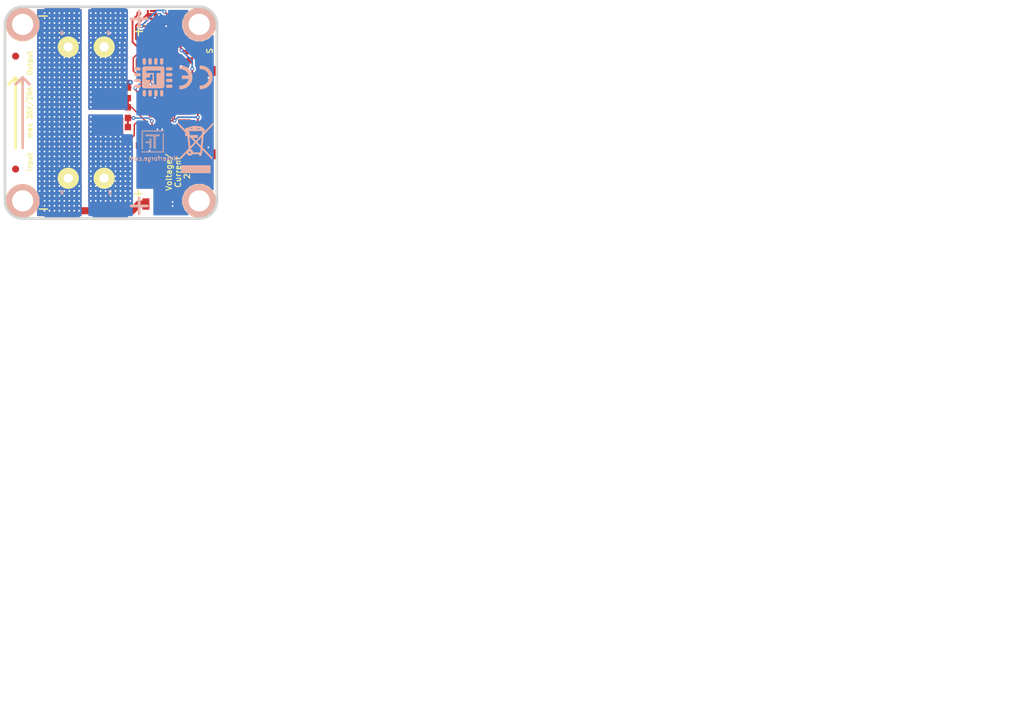
<source format=kicad_pcb>
(kicad_pcb (version 20171130) (host pcbnew 5.0.1-33cea8e~67~ubuntu18.04.1)
  (title_block (title "Voltage Current Bricklet 2.0") (date 2018-01-15) (rev 1.0) (company "Tinkerforge GmbH") (comment 1 "Licensed under CERN OHL v.1.1") (comment 2 "Copyright (©) 2018, L.Lauer <lukas@tinkerforge.com>"))
  (layers (0 Vorderseite signal) (31 Rückseite signal hide) (34 B.Paste user) (35 F.Paste user) (36 B.SilkS user) (37 F.SilkS user) (38 B.Mask user) (39 F.Mask user) (44 Edge.Cuts user))
  (net 0 "")
  (net 1 Alert)
  (net 2 GND)
  (net 3 SCL)
  (net 4 SDA)
  (net 5 VCC)
  (net 6 "Net-(C3-Pad1)")
  (net 7 "Net-(C3-Pad2)")
  (net 8 "Net-(P1-Pad6)")
  (net 9 "Net-(C1-Pad1)")
  (net 10 "Net-(D1-Pad2)")
  (net 11 "Net-(P1-Pad4)")
  (net 12 "Net-(P1-Pad5)")
  (net 13 "Net-(P8-Pad1)")
  (net 14 "Net-(P9-Pad2)")
  (net 15 "Net-(R5-Pad1)")
  (net 16 S-MISO)
  (net 17 S-MOSI)
  (net 18 S-CLK)
  (net 19 S-CS)
  (net 20 PWR-VIN)
  (net 21 PWR-GND)
  (net 22 PWR-VOUT)
  (net 23 "Net-(P1-Pad1)")
  (net 24 "Net-(RP2-Pad7)")
  (net 25 "Net-(U1-Pad2)")
  (net 26 "Net-(U1-Pad3)")
  (net 27 "Net-(U1-Pad4)")
  (net 28 "Net-(U1-Pad5)")
  (net 29 "Net-(U1-Pad6)")
  (net 30 "Net-(U1-Pad8)")
  (net 31 "Net-(U1-Pad11)")
  (net 32 "Net-(U1-Pad12)")
  (net 33 "Net-(U1-Pad14)")
  (net 34 "Net-(U1-Pad16)")
  (net 35 "Net-(U1-Pad20)")
  (net 36 "Net-(U1-Pad21)")
  (module kicad-libraries:4X0402 (layer Vorderseite) (at 159.1 82.1 90)
    (fp_text reference RP2)
    (fp_text value 4k7)
    (pad 1 smd rect (at -0.7493 0.575 270) (size 0.29972 0.65) (layers Vorderseite F.Paste F.Mask) (net 5 VCC))
    (pad 2 smd rect (at -0.24892 0.575 270) (size 0.29972 0.65) (layers Vorderseite F.Paste F.Mask) (net 5 VCC))
    (pad 3 smd rect (at 0.24892 0.575 270) (size 0.29972 0.65) (layers Vorderseite F.Paste F.Mask) (net 5 VCC))
    (pad 4 smd rect (at 0.7493 0.575 270) (size 0.29972 0.65) (layers Vorderseite F.Paste F.Mask) (net 5 VCC))
    (pad 5 smd rect (at 0.7493 -0.575 90) (size 0.29972 0.65) (layers Vorderseite F.Paste F.Mask) (net 1 Alert))
    (pad 6 smd rect (at 0.24892 -0.575 90) (size 0.29972 0.65) (layers Vorderseite F.Paste F.Mask) (net 4 SDA))
    (pad 7 smd rect (at -0.24892 -0.575 90) (size 0.29972 0.65) (layers Vorderseite F.Paste F.Mask) (net 24 "Net-(RP2-Pad7)"))
    (pad 8 smd rect (at -0.7493 -0.575 90) (size 0.29972 0.65) (layers Vorderseite F.Paste F.Mask) (net 3 SCL))
  )
  (module kicad-libraries:R1206 (layer Vorderseite) (at 157.95 94.65)
    (fp_text reference R4)
    (fp_text value 0)
    (pad 1 smd rect (at -1.50114 0) (size 1.00076 1.6002) (layers Vorderseite F.Paste F.Mask) (net 21 PWR-GND))
    (pad 2 smd rect (at 1.50114 0) (size 1.00076 1.6002) (layers Vorderseite F.Paste F.Mask) (net 2 GND))
  )
  (module kicad-libraries:C0805 (layer Vorderseite) (at 159.95 85.35 90)
    (fp_text reference C4)
    (fp_text value 10uF)
    (pad 1 smd rect (at -1.00076 0 90) (size 1.00076 1.24968) (layers Vorderseite F.Paste F.Mask) (net 5 VCC) (clearance 0.14986))
    (pad 2 smd rect (at 1.00076 0 90) (size 1.00076 1.24968) (layers Vorderseite F.Paste F.Mask) (net 2 GND) (clearance 0.14986))
  )
  (module kicad-libraries:QFN24-4x4mm-0.5mm (layer Vorderseite) (at 157.9 72.7 180)
    (fp_text reference U1)
    (fp_text value XMC1100)
    (pad 1 smd oval (at -2.025 -1.25 180) (size 1 0.3) (layers Vorderseite F.Paste F.Mask) (net 16 S-MISO))
    (pad 2 smd oval (at -2.025 -0.75 180) (size 1 0.3) (layers Vorderseite F.Paste F.Mask) (net 25 "Net-(U1-Pad2)"))
    (pad 3 smd oval (at -2.025 -0.25 180) (size 1 0.3) (layers Vorderseite F.Paste F.Mask) (net 26 "Net-(U1-Pad3)"))
    (pad 4 smd oval (at -2.025 0.25 180) (size 1 0.3) (layers Vorderseite F.Paste F.Mask) (net 27 "Net-(U1-Pad4)"))
    (pad 5 smd oval (at -2.025 0.75 180) (size 1 0.3) (layers Vorderseite F.Paste F.Mask) (net 28 "Net-(U1-Pad5)"))
    (pad 6 smd oval (at -2.025 1.25 180) (size 1 0.3) (layers Vorderseite F.Paste F.Mask) (net 29 "Net-(U1-Pad6)"))
    (pad 7 smd oval (at -1.25 2.025 270) (size 1 0.3) (layers Vorderseite F.Paste F.Mask) (net 15 "Net-(R5-Pad1)"))
    (pad 8 smd oval (at -0.75 2.025 270) (size 1 0.3) (layers Vorderseite F.Paste F.Mask) (net 30 "Net-(U1-Pad8)"))
    (pad 9 smd oval (at -0.25 2.025 270) (size 1 0.3) (layers Vorderseite F.Paste F.Mask) (net 2 GND))
    (pad 10 smd oval (at 0.25 2.025 270) (size 1 0.3) (layers Vorderseite F.Paste F.Mask) (net 5 VCC))
    (pad 11 smd oval (at 0.75 2.025 270) (size 1 0.3) (layers Vorderseite F.Paste F.Mask) (net 31 "Net-(U1-Pad11)"))
    (pad 12 smd oval (at 1.25 2.025 270) (size 1 0.3) (layers Vorderseite F.Paste F.Mask) (net 32 "Net-(U1-Pad12)"))
    (pad 13 smd oval (at 2.025 1.25 180) (size 1 0.3) (layers Vorderseite F.Paste F.Mask) (net 14 "Net-(P9-Pad2)"))
    (pad 14 smd oval (at 2.025 0.75 180) (size 1 0.3) (layers Vorderseite F.Paste F.Mask) (net 33 "Net-(U1-Pad14)"))
    (pad 15 smd oval (at 2.025 0.25 180) (size 1 0.3) (layers Vorderseite F.Paste F.Mask) (net 13 "Net-(P8-Pad1)"))
    (pad 16 smd oval (at 2.025 -0.25 180) (size 1 0.3) (layers Vorderseite F.Paste F.Mask) (net 34 "Net-(U1-Pad16)"))
    (pad 17 smd oval (at 2.025 -0.75 180) (size 1 0.3) (layers Vorderseite F.Paste F.Mask) (net 4 SDA))
    (pad 18 smd oval (at 2.025 -1.25 180) (size 1 0.3) (layers Vorderseite F.Paste F.Mask) (net 1 Alert))
    (pad 19 smd oval (at 1.25 -2.025 270) (size 1 0.3) (layers Vorderseite F.Paste F.Mask) (net 3 SCL))
    (pad 20 smd oval (at 0.75 -2.025 270) (size 1 0.3) (layers Vorderseite F.Paste F.Mask) (net 35 "Net-(U1-Pad20)"))
    (pad 21 smd oval (at 0.25 -2.025 270) (size 1 0.3) (layers Vorderseite F.Paste F.Mask) (net 36 "Net-(U1-Pad21)"))
    (pad 22 smd oval (at -0.25 -2.025 270) (size 1 0.3) (layers Vorderseite F.Paste F.Mask) (net 19 S-CS))
    (pad 23 smd oval (at -0.75 -2.025 270) (size 1 0.3) (layers Vorderseite F.Paste F.Mask) (net 18 S-CLK))
    (pad 24 smd oval (at -1.25 -2.025 270) (size 1 0.3) (layers Vorderseite F.Paste F.Mask) (net 17 S-MOSI))
    (pad EXP smd rect (at 0.65 0.65 180) (size 1.3 1.3) (layers Vorderseite F.Paste F.Mask) (net 2 GND))
    (pad EXP smd rect (at 0.65 -0.65 180) (size 1.3 1.3) (layers Vorderseite F.Paste F.Mask) (net 2 GND))
    (pad EXP smd rect (at -0.65 0.65 180) (size 1.3 1.3) (layers Vorderseite F.Paste F.Mask) (net 2 GND))
    (pad EXP smd rect (at -0.65 -0.65 180) (size 1.3 1.3) (layers Vorderseite F.Paste F.Mask) (net 2 GND))
  )
  (module kicad-libraries:CE_5mm (layer Rückseite) (at 163.5 76.7 180)
    (fp_text reference VAL hide)
    (fp_text value CE_5mm hide)
  )
  (module kicad-libraries:WEEE_7mm (layer Rückseite) (at 163.5 86.7 180)
    (fp_text reference VAL hide)
    (fp_text value WEEE_7mm hide)
  )
  (module kicad-libraries:Fiducial_Mark (layer Vorderseite) (at 164.5 89.7)
    (fp_text reference Fiducial_Mark hide)
    (fp_text value VAL** hide)
    (pad 1 smd circle (at 0 0) (size 1.00076 1.00076) (layers Vorderseite F.Paste F.Mask) (clearance 0.65024))
  )
  (module kicad-libraries:Fiducial_Mark (layer Vorderseite) (at 138 73.7)
    (fp_text reference Fiducial_Mark hide)
    (fp_text value VAL** hide)
    (pad 1 smd circle (at 0 0) (size 1.00076 1.00076) (layers Vorderseite F.Paste F.Mask) (clearance 0.65024))
  )
  (module kicad-libraries:Fiducial_Mark (layer Vorderseite) (at 138 89.7)
    (fp_text reference Fiducial_Mark hide)
    (fp_text value VAL** hide)
    (pad 1 smd circle (at 0 0) (size 1.00076 1.00076) (layers Vorderseite F.Paste F.Mask) (clearance 0.65024))
  )
  (module kicad-libraries:Logo_31x31 (layer Rückseite) (at 159 84.2 180)
    (fp_text reference G*** hide)
    (fp_text value Logo_31x31 hide)
  )
  (module kicad-libraries:DEBUG_PAD (layer Vorderseite) (at 155.45 67.68)
    (fp_text reference P8)
    (fp_text value DEBUG)
    (pad 1 smd circle (at 0 0) (size 0.7 0.7) (layers Vorderseite F.Paste F.Mask) (net 13 "Net-(P8-Pad1)"))
  )
  (module kicad-libraries:SolderJumper (layer Vorderseite) (at 157.275 67.85 180)
    (fp_text reference P9)
    (fp_text value BOOT)
    (pad 2 smd rect (at 0.55 0 180) (size 0.3 1.4) (layers Vorderseite F.Mask) (net 14 "Net-(P9-Pad2)"))
    (pad 2 smd rect (at 0.15 0 180) (size 0.6 0.5) (layers Vorderseite F.Mask) (net 14 "Net-(P9-Pad2)"))
    (pad 1 smd rect (at -0.5 0 180) (size 0.4 1.4) (layers Vorderseite F.Mask) (net 2 GND))
    (pad 1 smd rect (at -0.225 0.55 180) (size 0.95 0.3) (layers Vorderseite F.Mask) (net 2 GND))
    (pad 1 smd rect (at -0.225 -0.55 180) (size 0.95 0.3) (layers Vorderseite F.Mask) (net 2 GND))
  )
  (module kicad-libraries:C0603F (layer Vorderseite) (at 156.22 86.37 180)
    (fp_text reference C2)
    (fp_text value 100nF)
    (pad 1 smd rect (at -0.75 0 180) (size 0.9 0.9) (layers Vorderseite F.Paste F.Mask) (net 2 GND))
    (pad 2 smd rect (at 0.75 0 180) (size 0.9 0.9) (layers Vorderseite F.Paste F.Mask) (net 5 VCC))
  )
  (module kicad-libraries:C0603F (layer Vorderseite) (at 153.8986 81.6991 270)
    (fp_text reference C3)
    (fp_text value 100nF)
    (pad 1 smd rect (at -0.75 0 270) (size 0.9 0.9) (layers Vorderseite F.Paste F.Mask) (net 6 "Net-(C3-Pad1)"))
    (pad 2 smd rect (at 0.75 0 270) (size 0.9 0.9) (layers Vorderseite F.Paste F.Mask) (net 7 "Net-(C3-Pad2)"))
  )
  (module kicad-libraries:C0603F (layer Vorderseite) (at 158.4 85.55 90)
    (fp_text reference C5)
    (fp_text value 1uF)
    (pad 1 smd rect (at -0.75 0 90) (size 0.9 0.9) (layers Vorderseite F.Paste F.Mask) (net 5 VCC))
    (pad 2 smd rect (at 0.75 0 90) (size 0.9 0.9) (layers Vorderseite F.Paste F.Mask) (net 2 GND))
  )
  (module kicad-libraries:C0603F (layer Vorderseite) (at 157.825 69.45 180)
    (fp_text reference C6)
    (fp_text value 100nF)
    (pad 1 smd rect (at -0.75 0 180) (size 0.9 0.9) (layers Vorderseite F.Paste F.Mask) (net 2 GND))
    (pad 2 smd rect (at 0.75 0 180) (size 0.9 0.9) (layers Vorderseite F.Paste F.Mask) (net 5 VCC))
  )
  (module kicad-libraries:D0603E (layer Vorderseite) (at 163.425 72.95)
    (fp_text reference D1)
    (fp_text value blue)
    (pad 1 smd rect (at -0.8501 0) (size 1.1 1) (layers Vorderseite F.Paste F.Mask) (net 5 VCC))
    (pad 2 smd rect (at 0.8501 0) (size 1.1 1) (layers Vorderseite F.Paste F.Mask) (net 10 "Net-(D1-Pad2)"))
  )
  (module kicad-libraries:CON-SENSOR2 (layer Vorderseite) (at 166.5 81.7 90)
    (fp_text reference P1)
    (fp_text value CON-SENSOR2)
    (pad 1 smd rect (at -3.75 -4.6 90) (size 0.6 1.8) (layers Vorderseite F.Paste F.Mask) (net 23 "Net-(P1-Pad1)"))
    (pad 2 smd rect (at -2.5 -4.6 90) (size 0.6 1.8) (layers Vorderseite F.Paste F.Mask) (net 2 GND))
    (pad EP smd rect (at -5.9 -1.2 90) (size 1.4 2.4) (layers Vorderseite F.Paste F.Mask) (net 2 GND))
    (pad EP smd rect (at 5.9 -1.2 90) (size 1.4 2.4) (layers Vorderseite F.Paste F.Mask) (net 2 GND))
    (pad 3 smd rect (at -1.25 -4.6 90) (size 0.6 1.8) (layers Vorderseite F.Paste F.Mask) (net 5 VCC))
    (pad 4 smd rect (at 0 -4.6 90) (size 0.6 1.8) (layers Vorderseite F.Paste F.Mask) (net 11 "Net-(P1-Pad4)"))
    (pad 5 smd rect (at 1.25 -4.6 90) (size 0.6 1.8) (layers Vorderseite F.Paste F.Mask) (net 12 "Net-(P1-Pad5)"))
    (pad 6 smd rect (at 2.5 -4.6 90) (size 0.6 1.8) (layers Vorderseite F.Paste F.Mask) (net 8 "Net-(P1-Pad6)"))
    (pad 7 smd rect (at 3.75 -4.6 90) (size 0.6 1.8) (layers Vorderseite F.Paste F.Mask) (net 9 "Net-(C1-Pad1)"))
  )
  (module kicad-libraries:AKL_5_2_508_black (layer Vorderseite) (at 148.00072 91.00058 180)
    (fp_text reference P2)
    (fp_text value Input)
    (pad 1 thru_hole circle (at -2.54 0 180) (size 2.99974 2.99974) (drill 1.30048) (layers *.Cu *.Mask F.SilkS) (net 20 PWR-VIN))
    (pad 2 thru_hole circle (at 2.54 0 180) (size 2.99974 2.99974) (drill 1.30048) (layers *.Cu *.Mask F.SilkS) (net 21 PWR-GND))
  )
  (module kicad-libraries:AKL_5_2_508_black (layer Vorderseite) (at 148.00072 72.40016)
    (fp_text reference P3)
    (fp_text value Output)
    (pad 1 thru_hole circle (at -2.54 0) (size 2.99974 2.99974) (drill 1.30048) (layers *.Cu *.Mask F.SilkS) (net 21 PWR-GND))
    (pad 2 thru_hole circle (at 2.54 0) (size 2.99974 2.99974) (drill 1.30048) (layers *.Cu *.Mask F.SilkS) (net 22 PWR-VOUT))
  )
  (module kicad-libraries:SOLDER_PAD (layer Rückseite) (at 151.39924 92.99956 270)
    (fp_text reference P4 (at 0 0 270) (layer B.SilkS) (effects (font (size 0.29972 0.29972) (thickness 0.0762)) (justify mirror)))
    (fp_text value TST (at 0 0 270) (layer B.SilkS) (effects (font (size 0.29972 0.29972) (thickness 0.0762)) (justify mirror)))
    (pad 1 smd rect (at 0 0 270) (size 7.50062 5.00126) (layers Rückseite B.Paste B.Mask) (net 20 PWR-VIN))
  )
  (module kicad-libraries:SOLDER_PAD (layer Rückseite) (at 144.59966 70.40118 90)
    (fp_text reference P5 (at 0 0 90) (layer B.SilkS) (effects (font (size 0.29972 0.29972) (thickness 0.0762)) (justify mirror)))
    (fp_text value TST (at 0 0 90) (layer B.SilkS) (effects (font (size 0.29972 0.29972) (thickness 0.0762)) (justify mirror)))
    (pad 1 smd rect (at 0 0 90) (size 7.50062 5.00126) (layers Rückseite B.Paste B.Mask) (net 21 PWR-GND))
  )
  (module kicad-libraries:SOLDER_PAD (layer Rückseite) (at 151.19858 70.40118 90)
    (fp_text reference P6 (at 0 0 90) (layer B.SilkS) (effects (font (size 0.29972 0.29972) (thickness 0.0762)) (justify mirror)))
    (fp_text value TST (at 0 0 90) (layer B.SilkS) (effects (font (size 0.29972 0.29972) (thickness 0.0762)) (justify mirror)))
    (pad 1 smd rect (at 0 0 90) (size 7.50062 5.00126) (layers Rückseite B.Paste B.Mask) (net 22 PWR-VOUT))
  )
  (module kicad-libraries:SOLDER_PAD (layer Rückseite) (at 144.59966 92.99956 90)
    (fp_text reference P7 (at 0 0 90) (layer B.SilkS) (effects (font (size 0.29972 0.29972) (thickness 0.0762)) (justify mirror)))
    (fp_text value TST (at 0 0 90) (layer B.SilkS) (effects (font (size 0.29972 0.29972) (thickness 0.0762)) (justify mirror)))
    (pad 1 smd rect (at 0 0 90) (size 7.50062 5.00126) (layers Rückseite B.Paste B.Mask) (net 21 PWR-GND))
  )
  (module kicad-libraries:R0603F (layer Vorderseite) (at 153.8986 84.50072 270)
    (fp_text reference R1)
    (fp_text value 10)
    (pad 1 smd rect (at -0.75 0 270) (size 0.9 0.9) (layers Vorderseite F.Paste F.Mask) (net 7 "Net-(C3-Pad2)"))
    (pad 2 smd rect (at 0.75 0 270) (size 0.9 0.9) (layers Vorderseite F.Paste F.Mask) (net 20 PWR-VIN))
  )
  (module kicad-libraries:R0603F (layer Vorderseite) (at 153.8986 78.90002 90)
    (fp_text reference R2)
    (fp_text value 10)
    (pad 1 smd rect (at -0.75 0 90) (size 0.9 0.9) (layers Vorderseite F.Paste F.Mask) (net 6 "Net-(C3-Pad1)"))
    (pad 2 smd rect (at 0.75 0 90) (size 0.9 0.9) (layers Vorderseite F.Paste F.Mask) (net 22 PWR-VOUT))
  )
  (module kicad-libraries:R2512 (layer Vorderseite) (at 151.1 81.7 270)
    (fp_text reference R3)
    (fp_text value 4m)
    (pad 1 smd rect (at -2.25806 0 270) (size 3.2512 3.68046) (layers Vorderseite F.Paste F.Mask) (net 22 PWR-VOUT))
    (pad 2 smd rect (at 2.25806 0 270) (size 3.2512 3.68046) (layers Vorderseite F.Paste F.Mask) (net 20 PWR-VIN))
  )
  (module kicad-libraries:R0603F (layer Vorderseite) (at 163.425 74.3)
    (fp_text reference R5)
    (fp_text value 1k)
    (pad 1 smd rect (at -0.75 0) (size 0.9 0.9) (layers Vorderseite F.Paste F.Mask) (net 15 "Net-(R5-Pad1)"))
    (pad 2 smd rect (at 0.75 0) (size 0.9 0.9) (layers Vorderseite F.Paste F.Mask) (net 10 "Net-(D1-Pad2)"))
  )
  (module kicad-libraries:4X0402 (layer Vorderseite) (at 159.6 76.88)
    (fp_text reference RP1)
    (fp_text value 82)
    (pad 1 smd rect (at -0.7493 0.575 180) (size 0.29972 0.65) (layers Vorderseite F.Paste F.Mask) (net 11 "Net-(P1-Pad4)"))
    (pad 2 smd rect (at -0.24892 0.575 180) (size 0.29972 0.65) (layers Vorderseite F.Paste F.Mask) (net 12 "Net-(P1-Pad5)"))
    (pad 3 smd rect (at 0.24892 0.575 180) (size 0.29972 0.65) (layers Vorderseite F.Paste F.Mask) (net 8 "Net-(P1-Pad6)"))
    (pad 4 smd rect (at 0.7493 0.575 180) (size 0.29972 0.65) (layers Vorderseite F.Paste F.Mask) (net 9 "Net-(C1-Pad1)"))
    (pad 5 smd rect (at 0.7493 -0.575) (size 0.29972 0.65) (layers Vorderseite F.Paste F.Mask) (net 16 S-MISO))
    (pad 6 smd rect (at 0.24892 -0.575) (size 0.29972 0.65) (layers Vorderseite F.Paste F.Mask) (net 17 S-MOSI))
    (pad 7 smd rect (at -0.24892 -0.575) (size 0.29972 0.65) (layers Vorderseite F.Paste F.Mask) (net 18 S-CLK))
    (pad 8 smd rect (at -0.7493 -0.575) (size 0.29972 0.65) (layers Vorderseite F.Paste F.Mask) (net 19 S-CS))
  )
  (module kicad-libraries:MSOP10-0.5 (layer Vorderseite) (at 156.3 81.8 180)
    (fp_text reference U2)
    (fp_text value INA226)
    (pad 1 smd rect (at -1.016 2.2225 180) (size 0.26924 1.00076) (layers Vorderseite F.Paste F.Mask) (net 2 GND))
    (pad 2 smd rect (at -0.508 2.2225 180) (size 0.26924 1.00076) (layers Vorderseite F.Paste F.Mask) (net 2 GND))
    (pad 3 smd rect (at 0 2.2225 180) (size 0.26924 1.00076) (layers Vorderseite F.Paste F.Mask) (net 1 Alert))
    (pad 4 smd rect (at 0.508 2.2225 180) (size 0.26924 1.00076) (layers Vorderseite F.Paste F.Mask) (net 4 SDA))
    (pad 5 smd rect (at 1.016 2.2225 180) (size 0.26924 1.00076) (layers Vorderseite F.Paste F.Mask) (net 3 SCL))
    (pad 6 smd rect (at 1.016 -2.2225 180) (size 0.26924 1.00076) (layers Vorderseite F.Paste F.Mask) (net 5 VCC))
    (pad 7 smd rect (at 0.508 -2.2225 180) (size 0.26924 1.00076) (layers Vorderseite F.Paste F.Mask) (net 2 GND))
    (pad 8 smd rect (at 0 -2.2225 180) (size 0.26924 1.00076) (layers Vorderseite F.Paste F.Mask) (net 20 PWR-VIN))
    (pad 9 smd rect (at -0.508 -2.2225 180) (size 0.26924 1.00076) (layers Vorderseite F.Paste F.Mask) (net 6 "Net-(C3-Pad1)"))
    (pad 10 smd rect (at -1.016 -2.2225 180) (size 0.26924 1.00076) (layers Vorderseite F.Paste F.Mask) (net 7 "Net-(C3-Pad2)"))
  )
  (module kicad-libraries:DRILL_NP (layer Vorderseite) (at 164 69.2 180)
    (fp_text reference U3 hide)
    (fp_text value DRILL hide)
    (pad "" np_thru_hole circle (at 0 0 180) (size 2.99974 2.99974) (drill 2.99974) (layers *.Cu *.Mask F.SilkS) (clearance 0.89916))
  )
  (module kicad-libraries:DRILL_NP (layer Vorderseite) (at 164 94.2 270)
    (fp_text reference U4 hide)
    (fp_text value DRILL hide)
    (pad "" np_thru_hole circle (at 0 0 270) (size 2.99974 2.99974) (drill 2.99974) (layers *.Cu *.Mask F.SilkS) (clearance 0.89916))
  )
  (module kicad-libraries:DRILL_NP (layer Vorderseite) (at 138.99896 94.20098)
    (fp_text reference U5 hide)
    (fp_text value DRILL hide)
    (pad "" np_thru_hole circle (at 0 0) (size 2.99974 2.99974) (drill 2.99974) (layers *.Cu *.Mask F.SilkS) (clearance 0.89916))
  )
  (module kicad-libraries:DRILL_NP (layer Vorderseite) (at 138.99896 69.19976 90)
    (fp_text reference U6 hide)
    (fp_text value DRILL hide)
    (pad "" np_thru_hole circle (at 0 0 90) (size 2.99974 2.99974) (drill 2.99974) (layers *.Cu *.Mask F.SilkS) (clearance 0.89916))
  )
  (module kicad-libraries:Logo_CoMCU (layer Rückseite) (at 157.5 76.7 180)
    (fp_text reference G*** hide)
    (fp_text value LOGO hide)
  )
  (module kicad-libraries:C0402F (layer Vorderseite) (at 161.45 76.2 90)
    (fp_text reference C1)
    (fp_text value 220pF)
    (pad 2 smd rect (at 0.5 0 90) (size 0.6 0.7) (layers Vorderseite F.Paste F.Mask) (net 2 GND))
    (pad 1 smd rect (at -0.5 0 90) (size 0.6 0.7) (layers Vorderseite F.Paste F.Mask) (net 9 "Net-(C1-Pad1)"))
  )
  (gr_line (start 139 76.7) (end 138 77.7) (angle 90) (layer B.SilkS) (width 0.381))
  (gr_line (start 139 76.7) (end 140 77.7) (angle 90) (layer B.SilkS) (width 0.381))
  (gr_line (start 139 86.7) (end 139 76.7) (angle 90) (layer B.SilkS) (width 0.381))
  (gr_line (start 138 76.7) (end 137 77.7) (angle 90) (layer F.SilkS) (width 0.381))
  (gr_line (start 138 76.7) (end 139 77.7) (angle 90) (layer F.SilkS) (width 0.381))
  (gr_line (start 138 86.7) (end 138 76.7) (angle 90) (layer F.SilkS) (width 0.381))
  (gr_text + (at 155.5 68.2) (layer B.SilkS) (effects (font (size 3 3) (thickness 0.4))))
  (gr_text + (at 155.5 94.7) (layer B.SilkS) (effects (font (size 3 3) (thickness 0.4))))
  (gr_line (start 139 96.7) (end 164 96.7) (angle 90) (layer Edge.Cuts) (width 0.381))
  (gr_line (start 164 66.7) (end 139 66.7) (angle 90) (layer Edge.Cuts) (width 0.381))
  (gr_line (start 166.5 94.2) (end 166.5 69.2) (angle 90) (layer Edge.Cuts) (width 0.381))
  (gr_arc (start 164 94.2) (end 166.5 94.2) (angle 90) (layer Edge.Cuts) (width 0.381))
  (gr_arc (start 164 69.2) (end 164 66.7) (angle 90) (layer Edge.Cuts) (width 0.381))
  (gr_text S (at 165.5 72.95 90) (layer F.SilkS) (effects (font (size 0.8 0.8))))
  (gr_line (start 136.5 94.2) (end 136.5 69.2) (angle 90) (layer Edge.Cuts) (width 0.381))
  (gr_arc (start 139 69.2) (end 136.5 69.2) (angle 90) (layer Edge.Cuts) (width 0.381))
  (gr_arc (start 139 94.2) (end 139 96.7) (angle 90) (layer Edge.Cuts) (width 0.381))
  (gr_text "max 36V/20A" (at 140 81.7 90) (layer F.SilkS) (effects (font (size 0.7 0.7))))
  (gr_text - (at 141.95044 95.25) (layer F.SilkS) (effects (font (size 1.50114 1.50114) (thickness 0.20066))))
  (gr_text - (at 141.89964 67.89928) (layer F.SilkS) (effects (font (size 1.50114 1.524) (thickness 0.20066))))
  (gr_text Output (at 140 74.7 90) (layer F.SilkS) (effects (font (size 0.7 0.7))))
  (gr_text Input (at 140 88.7 90) (layer F.SilkS) (effects (font (size 0.7 0.7))))
  (gr_text + (at 155.5 93.2 270) (layer F.SilkS) (effects (font (size 1.50114 1.50114) (thickness 0.20066))))
  (gr_text + (at 155.5 70.2 270) (layer F.SilkS) (effects (font (size 1.50114 1.50114) (thickness 0.20066))))
  (gr_text tinkerforge.com (at 157.5 88.2) (layer B.SilkS) (effects (font (size 0.6 0.6) (thickness 0.11)) (justify mirror)))
  (gr_text "Voltage/\nCurrent\n2.0" (at 161 90.14 90) (layer F.SilkS) (effects (font (size 0.8001 0.8001) (thickness 0.14986))))
  (segment (start 156.3 79.5775) (end 156.3 76.76) (width 0.2) (layer Vorderseite) (net 1))
  (segment (start 156.3 76.76) (end 155.11 75.57) (width 0.2) (layer Vorderseite) (net 1))
  (segment (start 156.3 79.5775) (end 156.3 80.3) (width 0.2) (layer Vorderseite) (net 1))
  (segment (start 157.3507 81.3507) (end 158.525 81.3507) (width 0.2) (layer Vorderseite) (net 1))
  (segment (start 156.3 80.3) (end 157.3507 81.3507) (width 0.2) (layer Vorderseite) (net 1))
  (segment (start 155.3 73.95) (end 155.875 73.95) (width 0.2) (layer Vorderseite) (net 1))
  (segment (start 155.11 75.57) (end 155.11 74.14) (width 0.2) (layer Vorderseite) (net 1))
  (segment (start 155.11 74.14) (end 155.3 73.95) (width 0.2) (layer Vorderseite) (net 1))
  (segment (start 155.425 73.95) (end 155.875 73.95) (width 0.2) (layer Vorderseite) (net 1))
  (segment (start 161.45 75.7) (end 161.45 75.1) (width 0.55) (layer Vorderseite) (net 2))
  (via (at 161.45 75.1) (size 0.55) (drill 0.25) (layers Vorderseite Rückseite) (net 2))
  (segment (start 156.97 86.37) (end 156.97 87.1) (width 0.55) (layer Vorderseite) (net 2))
  (via (at 156.97 87.1) (size 0.55) (drill 0.25) (layers Vorderseite Rückseite) (net 2))
  (segment (start 155.792 84.0225) (end 155.792 84.702) (width 0.2) (layer Vorderseite) (net 2))
  (segment (start 156.97 85.88) (end 156.97 86.37) (width 0.2) (layer Vorderseite) (net 2))
  (segment (start 155.792 84.702) (end 156.97 85.88) (width 0.2) (layer Vorderseite) (net 2))
  (segment (start 158.4 84.8) (end 158.4 84.39) (width 0.55) (layer Vorderseite) (net 2))
  (segment (start 158.4 84.39) (end 158.08 84.07) (width 0.55) (layer Vorderseite) (net 2))
  (via (at 158.08 84.07) (size 0.55) (drill 0.25) (layers Vorderseite Rückseite) (net 2))
  (segment (start 158.4 84.8) (end 158.4 84.43) (width 0.55) (layer Vorderseite) (net 2))
  (segment (start 158.4 84.43) (end 158.76 84.07) (width 0.55) (layer Vorderseite) (net 2))
  (via (at 158.76 84.07) (size 0.55) (drill 0.25) (layers Vorderseite Rückseite) (net 2))
  (segment (start 157.5 68.4) (end 157.65 68.4) (width 0.2) (layer Vorderseite) (net 2))
  (segment (start 157.65 68.4) (end 157.79 68.26) (width 0.2) (layer Vorderseite) (net 2))
  (segment (start 157.79 68.26) (end 157.79 67.88) (width 0.2) (layer Vorderseite) (net 2))
  (segment (start 157.79 67.88) (end 157.775 67.85) (width 0.2) (layer Vorderseite) (net 2))
  (segment (start 157.5 67.3) (end 157.73 67.3) (width 0.2) (layer Vorderseite) (net 2))
  (segment (start 157.73 67.3) (end 157.77 67.34) (width 0.2) (layer Vorderseite) (net 2))
  (segment (start 157.77 67.34) (end 157.77 67.82) (width 0.2) (layer Vorderseite) (net 2))
  (segment (start 157.77 67.82) (end 157.775 67.85) (width 0.2) (layer Vorderseite) (net 2))
  (segment (start 157.775 67.85) (end 158.3 67.85) (width 0.25) (layer Vorderseite) (net 2))
  (via (at 158.3 67.85) (size 0.55) (drill 0.25) (layers Vorderseite Rückseite) (net 2))
  (segment (start 158.15 70.675) (end 158.15 71.65) (width 0.25) (layer Vorderseite) (net 2))
  (segment (start 158.15 71.65) (end 158.55 72.05) (width 0.25) (layer Vorderseite) (net 2))
  (segment (start 157.25 72.05) (end 158.55 72.05) (width 0.55) (layer Vorderseite) (net 2))
  (segment (start 158.55 72.05) (end 158.55 73.35) (width 0.55) (layer Vorderseite) (net 2))
  (segment (start 158.55 73.35) (end 157.25 73.35) (width 0.55) (layer Vorderseite) (net 2))
  (segment (start 157.25 73.35) (end 157.25 72.05) (width 0.55) (layer Vorderseite) (net 2))
  (segment (start 158.575 69.45) (end 159.32 69.45) (width 0.55) (layer Vorderseite) (net 2))
  (via (at 159.32 69.45) (size 0.55) (drill 0.25) (layers Vorderseite Rückseite) (net 2))
  (segment (start 157.316 79.5775) (end 157.7375 79.5775) (width 0.3) (layer Vorderseite) (net 2))
  (via (at 157.74 79.58) (size 0.55) (drill 0.25) (layers Vorderseite Rückseite) (net 2))
  (segment (start 157.7375 79.5775) (end 157.74 79.58) (width 0.3) (layer Vorderseite) (net 2))
  (segment (start 165.3 87.6) (end 165.3 86.62) (width 0.55) (layer Vorderseite) (net 2))
  (via (at 165.3 86.62) (size 0.55) (drill 0.25) (layers Vorderseite Rückseite) (net 2))
  (segment (start 165.3 75.8) (end 165.3 76.78) (width 0.55) (layer Vorderseite) (net 2))
  (via (at 165.3 76.78) (size 0.55) (drill 0.25) (layers Vorderseite Rückseite) (net 2))
  (segment (start 156.808 79.5775) (end 157.316 79.5775) (width 0.2) (layer Vorderseite) (net 2))
  (segment (start 158.15 70.675) (end 158.15 70.125) (width 0.2) (layer Vorderseite) (net 2))
  (segment (start 158.15 70.125) (end 158.575 69.7) (width 0.2) (layer Vorderseite) (net 2))
  (segment (start 158.575 69.7) (end 158.575 69.45) (width 0.2) (layer Vorderseite) (net 2))
  (segment (start 159.95 84.34924) (end 159.50076 84.34924) (width 0.3) (layer Vorderseite) (net 2))
  (segment (start 159.50076 84.34924) (end 159.05 84.8) (width 0.5) (layer Vorderseite) (net 2))
  (segment (start 159.05 84.8) (end 158.4 84.8) (width 0.5) (layer Vorderseite) (net 2))
  (segment (start 161.9 84.2) (end 160.09924 84.2) (width 0.5) (layer Vorderseite) (net 2))
  (segment (start 160.09924 84.2) (end 159.95 84.34924) (width 0.3) (layer Vorderseite) (net 2))
  (segment (start 159.45114 94.65) (end 159.95 94.65) (width 0.55) (layer Vorderseite) (net 2))
  (segment (start 159.95 94.65) (end 160.23 94.93) (width 0.55) (layer Vorderseite) (net 2))
  (via (at 160.23 94.93) (size 0.55) (drill 0.25) (layers Vorderseite Rückseite) (net 2))
  (segment (start 159.95 94.65) (end 160.23 94.37) (width 0.55) (layer Vorderseite) (net 2))
  (via (at 160.23 94.37) (size 0.55) (drill 0.25) (layers Vorderseite Rückseite) (net 2))
  (segment (start 158.525 82.8493) (end 158.0493 82.8493) (width 0.2) (layer Vorderseite) (net 3))
  (segment (start 155.284 80.484) (end 155.284 79.5775) (width 0.2) (layer Vorderseite) (net 3))
  (segment (start 157.1 82.3) (end 155.284 80.484) (width 0.2) (layer Vorderseite) (net 3))
  (segment (start 157.5 82.3) (end 157.1 82.3) (width 0.2) (layer Vorderseite) (net 3))
  (segment (start 158.0493 82.8493) (end 157.5 82.3) (width 0.2) (layer Vorderseite) (net 3))
  (segment (start 154.97 78.23) (end 154.97 78.2) (width 0.2) (layer Rückseite) (net 3))
  (segment (start 156.65 75.69) (end 156.65 74.725) (width 0.2) (layer Vorderseite) (net 3))
  (segment (start 157.1 76.14) (end 156.65 75.69) (width 0.2) (layer Vorderseite) (net 3))
  (segment (start 157.1 77.65) (end 157.1 76.14) (width 0.2) (layer Vorderseite) (net 3))
  (via (at 157.1 77.65) (size 0.55) (drill 0.25) (layers Vorderseite Rückseite) (net 3))
  (segment (start 155.52 77.65) (end 157.1 77.65) (width 0.2) (layer Rückseite) (net 3))
  (segment (start 154.97 78.2) (end 155.52 77.65) (width 0.2) (layer Rückseite) (net 3))
  (segment (start 155.284 79.5775) (end 155.284 78.804) (width 0.2) (layer Vorderseite) (net 3))
  (via (at 154.97 78.23) (size 0.55) (drill 0.25) (layers Vorderseite Rückseite) (net 3))
  (segment (start 154.97 78.49) (end 154.97 78.23) (width 0.2) (layer Vorderseite) (net 3))
  (segment (start 155.284 78.804) (end 154.97 78.49) (width 0.2) (layer Vorderseite) (net 3))
  (segment (start 155.792 79.5775) (end 155.792 80.392) (width 0.2) (layer Vorderseite) (net 4))
  (segment (start 157.25108 81.85108) (end 158.525 81.85108) (width 0.2) (layer Vorderseite) (net 4))
  (segment (start 155.792 80.392) (end 157.25108 81.85108) (width 0.2) (layer Vorderseite) (net 4))
  (segment (start 155.79 78.49) (end 155.79 76.9) (width 0.2) (layer Vorderseite) (net 4))
  (segment (start 155.19 73.45) (end 155.875 73.45) (width 0.2) (layer Vorderseite) (net 4))
  (segment (start 154.67 73.97) (end 155.19 73.45) (width 0.2) (layer Vorderseite) (net 4))
  (segment (start 154.67 75.78) (end 154.67 73.97) (width 0.2) (layer Vorderseite) (net 4))
  (segment (start 155.79 76.9) (end 154.67 75.78) (width 0.2) (layer Vorderseite) (net 4))
  (segment (start 155.792 79.5775) (end 155.792 78.492) (width 0.2) (layer Vorderseite) (net 4))
  (segment (start 155.792 78.492) (end 155.79 78.49) (width 0.2) (layer Vorderseite) (net 4))
  (segment (start 159.675 82.8493) (end 160.4993 82.8493) (width 0.25) (layer Vorderseite) (net 5))
  (segment (start 160.4993 82.8493) (end 160.5 82.85) (width 0.25) (layer Vorderseite) (net 5))
  (segment (start 159.675 82.34892) (end 159.99892 82.34892) (width 0.2) (layer Vorderseite) (net 5))
  (segment (start 159.99892 82.34892) (end 160.5 82.85) (width 0.2) (layer Vorderseite) (net 5))
  (segment (start 159.675 81.85108) (end 160.15108 81.85108) (width 0.2) (layer Vorderseite) (net 5))
  (segment (start 160.15108 81.85108) (end 160.5 82.2) (width 0.2) (layer Vorderseite) (net 5))
  (segment (start 159.675 81.3507) (end 160.0507 81.3507) (width 0.2) (layer Vorderseite) (net 5))
  (segment (start 160.0507 81.3507) (end 160.5 81.8) (width 0.2) (layer Vorderseite) (net 5))
  (segment (start 160.5 81.8) (end 160.5 82.2) (width 0.2) (layer Vorderseite) (net 5))
  (segment (start 160.5 82.2) (end 160.5 82.85) (width 0.2) (layer Vorderseite) (net 5))
  (via (at 163.8 82.36) (size 0.55) (drill 0.25) (layers Vorderseite Rückseite) (net 5))
  (via (at 160.5 82.85) (size 0.55) (drill 0.25) (layers Vorderseite Rückseite) (net 5))
  (segment (start 160.5 82.85) (end 160.99 82.36) (width 0.25) (layer Rückseite) (net 5))
  (segment (start 160.99 82.36) (end 163.8 82.36) (width 0.25) (layer Rückseite) (net 5))
  (segment (start 158.9 87.37) (end 157.6 87.37) (width 0.25) (layer Vorderseite) (net 5))
  (segment (start 155.47 87.18) (end 155.47 86.37) (width 0.25) (layer Vorderseite) (net 5))
  (segment (start 156.01 87.72) (end 155.47 87.18) (width 0.25) (layer Vorderseite) (net 5))
  (segment (start 157.25 87.72) (end 156.01 87.72) (width 0.25) (layer Vorderseite) (net 5))
  (segment (start 157.6 87.37) (end 157.25 87.72) (width 0.25) (layer Vorderseite) (net 5))
  (segment (start 155.284 84.0225) (end 155.284 86.184) (width 0.2) (layer Vorderseite) (net 5))
  (segment (start 155.284 86.184) (end 155.47 86.37) (width 0.2) (layer Vorderseite) (net 5))
  (segment (start 161.56 72.69) (end 161.56 72.81) (width 0.25) (layer Vorderseite) (net 5))
  (segment (start 163.8 77.51) (end 163.8 82.36) (width 0.25) (layer Vorderseite) (net 5))
  (segment (start 163.03 76.74) (end 163.8 77.51) (width 0.25) (layer Vorderseite) (net 5))
  (segment (start 163.03 75.52) (end 163.03 76.74) (width 0.25) (layer Vorderseite) (net 5))
  (segment (start 163.02 75.51) (end 163.03 75.52) (width 0.25) (layer Vorderseite) (net 5))
  (via (at 163.02 75.51) (size 0.55) (drill 0.25) (layers Vorderseite Rückseite) (net 5))
  (segment (start 163.02 74.39) (end 163.02 75.51) (width 0.25) (layer Rückseite) (net 5))
  (segment (start 161.5 72.87) (end 163.02 74.39) (width 0.25) (layer Rückseite) (net 5))
  (via (at 161.5 72.87) (size 0.55) (drill 0.25) (layers Vorderseite Rückseite) (net 5))
  (segment (start 161.56 72.81) (end 161.5 72.87) (width 0.25) (layer Vorderseite) (net 5))
  (segment (start 163.8 82.36) (end 163.8 86.26) (width 0.25) (layer Vorderseite) (net 5))
  (segment (start 162.69 87.37) (end 158.9 87.37) (width 0.25) (layer Vorderseite) (net 5))
  (segment (start 163.8 86.26) (end 162.69 87.37) (width 0.25) (layer Vorderseite) (net 5))
  (segment (start 158.9 87.37) (end 158.87 87.37) (width 0.25) (layer Vorderseite) (net 5))
  (segment (start 158.4 86.9) (end 158.4 86.3) (width 0.25) (layer Vorderseite) (net 5))
  (segment (start 158.87 87.37) (end 158.4 86.9) (width 0.25) (layer Vorderseite) (net 5))
  (segment (start 162.5749 72.95) (end 161.82 72.95) (width 0.25) (layer Vorderseite) (net 5))
  (segment (start 155.8 69.45) (end 157.075 69.45) (width 0.25) (layer Vorderseite) (net 5))
  (via (at 155.8 69.45) (size 0.55) (drill 0.25) (layers Vorderseite Rückseite) (net 5))
  (segment (start 158.03 67.22) (end 155.8 69.45) (width 0.25) (layer Rückseite) (net 5))
  (segment (start 158.9 67.22) (end 158.03 67.22) (width 0.25) (layer Rückseite) (net 5))
  (segment (start 159.07 67.39) (end 158.9 67.22) (width 0.25) (layer Rückseite) (net 5))
  (via (at 159.07 67.39) (size 0.55) (drill 0.25) (layers Vorderseite Rückseite) (net 5))
  (segment (start 160.03 68.35) (end 159.07 67.39) (width 0.25) (layer Vorderseite) (net 5))
  (segment (start 160.03 69.72) (end 160.03 68.35) (width 0.25) (layer Vorderseite) (net 5))
  (segment (start 161.36 71.05) (end 160.03 69.72) (width 0.25) (layer Vorderseite) (net 5))
  (segment (start 161.36 72.49) (end 161.36 71.05) (width 0.25) (layer Vorderseite) (net 5))
  (segment (start 161.82 72.95) (end 161.56 72.69) (width 0.25) (layer Vorderseite) (net 5))
  (segment (start 161.56 72.69) (end 161.36 72.49) (width 0.25) (layer Vorderseite) (net 5))
  (segment (start 157.075 69.45) (end 157.375 69.45) (width 0.2) (layer Vorderseite) (net 5))
  (segment (start 157.375 69.45) (end 157.65 69.725) (width 0.2) (layer Vorderseite) (net 5))
  (segment (start 157.65 69.725) (end 157.65 70.675) (width 0.2) (layer Vorderseite) (net 5))
  (segment (start 159.95 86.35076) (end 158.45076 86.35076) (width 0.3) (layer Vorderseite) (net 5))
  (segment (start 158.45076 86.35076) (end 158.4 86.3) (width 0.3) (layer Vorderseite) (net 5))
  (segment (start 161.9 82.95) (end 162.95 82.95) (width 0.3) (layer Vorderseite) (net 5))
  (segment (start 162.99924 86.35076) (end 159.95 86.35076) (width 0.3) (layer Vorderseite) (net 5))
  (segment (start 163.3 86.05) (end 162.99924 86.35076) (width 0.3) (layer Vorderseite) (net 5))
  (segment (start 163.3 83.3) (end 163.3 86.05) (width 0.3) (layer Vorderseite) (net 5))
  (segment (start 162.95 82.95) (end 163.3 83.3) (width 0.3) (layer Vorderseite) (net 5))
  (segment (start 156.808 84.0225) (end 156.808 83.308) (width 0.2) (layer Vorderseite) (net 6))
  (segment (start 154.4491 80.9491) (end 153.8986 80.9491) (width 0.2) (layer Vorderseite) (net 6))
  (segment (start 156.808 83.308) (end 154.4491 80.9491) (width 0.2) (layer Vorderseite) (net 6))
  (segment (start 154.1991 80.9491) (end 153.8986 80.9491) (width 0.2) (layer Vorderseite) (net 6))
  (segment (start 153.8986 79.70012) (end 153.8986 80.899) (width 0.29972) (layer Vorderseite) (net 6))
  (segment (start 157.316 84.0225) (end 157.316 82.946) (width 0.2) (layer Vorderseite) (net 7))
  (segment (start 154.6691 82.4491) (end 153.8986 82.4491) (width 0.2) (layer Vorderseite) (net 7))
  (segment (start 154.68 82.46) (end 154.6691 82.4491) (width 0.2) (layer Vorderseite) (net 7))
  (via (at 154.68 82.46) (size 0.55) (drill 0.25) (layers Vorderseite Rückseite) (net 7))
  (segment (start 156.83 82.46) (end 154.68 82.46) (width 0.2) (layer Rückseite) (net 7))
  (segment (start 157.28 82.91) (end 156.83 82.46) (width 0.2) (layer Rückseite) (net 7))
  (via (at 157.28 82.91) (size 0.55) (drill 0.25) (layers Vorderseite Rückseite) (net 7))
  (segment (start 157.316 82.946) (end 157.28 82.91) (width 0.2) (layer Vorderseite) (net 7))
  (segment (start 153.8986 82.4491) (end 154.1009 82.4491) (width 0.2) (layer Vorderseite) (net 7))
  (segment (start 153.8986 82.30108) (end 153.8986 83.70062) (width 0.29972) (layer Vorderseite) (net 7))
  (segment (start 161.9 79.2) (end 160.65 79.2) (width 0.2) (layer Vorderseite) (net 8))
  (segment (start 159.84892 78.39892) (end 159.84892 77.455) (width 0.2) (layer Vorderseite) (net 8))
  (segment (start 160.65 79.2) (end 159.84892 78.39892) (width 0.2) (layer Vorderseite) (net 8))
  (segment (start 161.45 76.85) (end 161.45 77.63) (width 0.2) (layer Vorderseite) (net 9))
  (segment (start 161.45 77.63) (end 161.77 77.95) (width 0.2) (layer Vorderseite) (net 9))
  (segment (start 161.77 77.95) (end 161.9 77.95) (width 0.2) (layer Vorderseite) (net 9))
  (segment (start 160.3493 77.455) (end 160.365 77.455) (width 0.2) (layer Vorderseite) (net 9))
  (segment (start 160.365 77.455) (end 160.97 76.85) (width 0.2) (layer Vorderseite) (net 9))
  (segment (start 160.97 76.85) (end 161.45 76.85) (width 0.2) (layer Vorderseite) (net 9))
  (segment (start 161.76 77.95) (end 161.9 77.95) (width 0.2) (layer Vorderseite) (net 9))
  (segment (start 160.3493 77.455) (end 160.405 77.455) (width 0.2) (layer Vorderseite) (net 9))
  (segment (start 161.5 77.95) (end 161.9 77.95) (width 0.2) (layer Vorderseite) (net 9))
  (segment (start 161.75 77.95) (end 161.9 77.95) (width 0.2) (layer Vorderseite) (net 9))
  (segment (start 164.175 74.3) (end 164.175 73.0501) (width 0.25) (layer Vorderseite) (net 10))
  (segment (start 164.175 73.0501) (end 164.2751 72.95) (width 0.25) (layer Vorderseite) (net 10))
  (segment (start 161.9 81.7) (end 161.04 81.7) (width 0.2) (layer Vorderseite) (net 11))
  (segment (start 158.8507 78.533944) (end 158.8507 77.455) (width 0.2) (layer Vorderseite) (net 11))
  (segment (start 159.948378 79.631622) (end 158.8507 78.533944) (width 0.2) (layer Vorderseite) (net 11))
  (segment (start 159.948378 80.608378) (end 159.948378 79.631622) (width 0.2) (layer Vorderseite) (net 11))
  (segment (start 161.04 81.7) (end 159.948378 80.608378) (width 0.2) (layer Vorderseite) (net 11))
  (segment (start 161.9 80.45) (end 160.72 80.45) (width 0.2) (layer Vorderseite) (net 12))
  (segment (start 159.35108 78.467702) (end 159.35108 77.455) (width 0.2) (layer Vorderseite) (net 12))
  (segment (start 160.366689 79.483311) (end 159.35108 78.467702) (width 0.2) (layer Vorderseite) (net 12))
  (segment (start 160.366689 80.096689) (end 160.366689 79.483311) (width 0.2) (layer Vorderseite) (net 12))
  (segment (start 160.72 80.45) (end 160.366689 80.096689) (width 0.2) (layer Vorderseite) (net 12))
  (segment (start 155.875 72.45) (end 155.31 72.45) (width 0.25) (layer Vorderseite) (net 13))
  (segment (start 154.56 68.57) (end 155.45 67.68) (width 0.25) (layer Vorderseite) (net 13))
  (segment (start 154.56 71.7) (end 154.56 68.57) (width 0.25) (layer Vorderseite) (net 13))
  (segment (start 155.31 72.45) (end 154.56 71.7) (width 0.25) (layer Vorderseite) (net 13))
  (segment (start 156.725 67.85) (end 157.2 67.85) (width 0.2) (layer Vorderseite) (net 14))
  (segment (start 157.2 67.85) (end 157.125 67.85) (width 0.2) (layer Vorderseite) (net 14))
  (segment (start 155.875 71.45) (end 155.24 71.45) (width 0.25) (layer Vorderseite) (net 14))
  (segment (start 156.55 67.85) (end 156.725 67.85) (width 0.25) (layer Vorderseite) (net 14))
  (segment (start 155.04 69.36) (end 156.55 67.85) (width 0.25) (layer Vorderseite) (net 14))
  (segment (start 155.04 71.25) (end 155.04 69.36) (width 0.25) (layer Vorderseite) (net 14))
  (segment (start 155.24 71.45) (end 155.04 71.25) (width 0.25) (layer Vorderseite) (net 14))
  (segment (start 159.15 70.675) (end 160.325 70.675) (width 0.25) (layer Vorderseite) (net 15))
  (segment (start 161.83 74.3) (end 162.675 74.3) (width 0.25) (layer Vorderseite) (net 15))
  (segment (start 160.89 73.36) (end 161.83 74.3) (width 0.25) (layer Vorderseite) (net 15))
  (segment (start 160.89 71.24) (end 160.89 73.36) (width 0.25) (layer Vorderseite) (net 15))
  (segment (start 160.325 70.675) (end 160.89 71.24) (width 0.25) (layer Vorderseite) (net 15))
  (segment (start 159.925 73.95) (end 159.925 74.525) (width 0.2) (layer Vorderseite) (net 16))
  (segment (start 160.3493 74.9493) (end 160.3493 76.305) (width 0.2) (layer Vorderseite) (net 16))
  (segment (start 159.925 74.525) (end 160.3493 74.9493) (width 0.2) (layer Vorderseite) (net 16))
  (segment (start 159.15 74.725) (end 159.475 74.725) (width 0.2) (layer Vorderseite) (net 17))
  (segment (start 159.84892 75.09892) (end 159.84892 76.305) (width 0.2) (layer Vorderseite) (net 17))
  (segment (start 159.475 74.725) (end 159.84892 75.09892) (width 0.2) (layer Vorderseite) (net 17))
  (segment (start 158.65 74.725) (end 158.65 75.28) (width 0.2) (layer Vorderseite) (net 18))
  (segment (start 159.35108 75.72108) (end 159.35108 76.305) (width 0.2) (layer Vorderseite) (net 18))
  (segment (start 159.17 75.54) (end 159.35108 75.72108) (width 0.2) (layer Vorderseite) (net 18))
  (segment (start 158.91 75.54) (end 159.17 75.54) (width 0.2) (layer Vorderseite) (net 18))
  (segment (start 158.65 75.28) (end 158.91 75.54) (width 0.2) (layer Vorderseite) (net 18))
  (segment (start 158.8507 76.305) (end 158.8507 76.0507) (width 0.2) (layer Vorderseite) (net 19))
  (segment (start 158.8507 76.0507) (end 158.15 75.35) (width 0.2) (layer Vorderseite) (net 19))
  (segment (start 158.15 75.35) (end 158.15 74.725) (width 0.2) (layer Vorderseite) (net 19))
  (segment (start 156.3 84.0225) (end 156.3 83.45) (width 0.2) (layer Vorderseite) (net 20))
  (segment (start 154.45928 85.25072) (end 153.8986 85.25072) (width 0.2) (layer Vorderseite) (net 20))
  (segment (start 154.81 84.9) (end 154.45928 85.25072) (width 0.2) (layer Vorderseite) (net 20))
  (segment (start 154.81 83.41) (end 154.81 84.9) (width 0.2) (layer Vorderseite) (net 20))
  (segment (start 155.01 83.21) (end 154.81 83.41) (width 0.2) (layer Vorderseite) (net 20))
  (segment (start 156.06 83.21) (end 155.01 83.21) (width 0.2) (layer Vorderseite) (net 20))
  (segment (start 156.3 83.45) (end 156.06 83.21) (width 0.2) (layer Vorderseite) (net 20))
  (segment (start 150.749 92.80144) (end 150.0505 92.80144) (width 0.70104) (layer Rückseite) (net 20))
  (via (at 150.0505 92.80144) (size 0.70104) (layers Vorderseite Rückseite) (net 20))
  (segment (start 150.0505 92.80144) (end 149.34946 92.80144) (width 0.70104) (layer Vorderseite) (net 20))
  (via (at 149.34946 92.80144) (size 0.70104) (layers Vorderseite Rückseite) (net 20))
  (segment (start 149.34946 92.80144) (end 149.34946 93.49994) (width 0.70104) (layer Rückseite) (net 20))
  (via (at 149.34946 93.49994) (size 0.70104) (layers Vorderseite Rückseite) (net 20))
  (segment (start 149.34946 93.49994) (end 150.0505 93.49994) (width 0.70104) (layer Vorderseite) (net 20))
  (via (at 150.0505 93.49994) (size 0.70104) (layers Vorderseite Rückseite) (net 20))
  (segment (start 150.0505 93.49994) (end 150.749 93.49994) (width 0.70104) (layer Rückseite) (net 20))
  (via (at 150.749 93.49994) (size 0.70104) (layers Vorderseite Rückseite) (net 20))
  (segment (start 150.749 93.49994) (end 151.45004 93.49994) (width 0.70104) (layer Vorderseite) (net 20))
  (via (at 151.45004 93.49994) (size 0.70104) (layers Vorderseite Rückseite) (net 20))
  (segment (start 151.45004 93.49994) (end 152.14854 93.49994) (width 0.70104) (layer Rückseite) (net 20))
  (via (at 152.14854 93.49994) (size 0.70104) (layers Vorderseite Rückseite) (net 20))
  (segment (start 152.14854 93.49994) (end 152.84958 93.49994) (width 0.70104) (layer Vorderseite) (net 20))
  (via (at 152.84958 93.49994) (size 0.70104) (layers Vorderseite Rückseite) (net 20))
  (segment (start 152.84958 93.49994) (end 152.84958 94.20098) (width 0.70104) (layer Rückseite) (net 20))
  (via (at 150.0505 94.20098) (size 0.70104) (layers Vorderseite Rückseite) (net 20))
  (segment (start 150.0505 94.20098) (end 149.34946 94.20098) (width 0.70104) (layer Vorderseite) (net 20))
  (via (at 149.34946 94.20098) (size 0.70104) (layers Vorderseite Rückseite) (net 20))
  (segment (start 149.34946 94.20098) (end 151.39924 92.99956) (width 0.70104) (layer Rückseite) (net 20))
  (segment (start 148.64842 92.1004) (end 149.34946 92.1004) (width 0.70104) (layer Vorderseite) (net 20))
  (via (at 149.34946 92.1004) (size 0.70104) (layers Vorderseite Rückseite) (net 20))
  (segment (start 149.34946 92.1004) (end 150.0505 92.1004) (width 0.70104) (layer Rückseite) (net 20))
  (via (at 153.55062 94.20098) (size 0.70104) (layers Vorderseite Rückseite) (net 20))
  (segment (start 153.55062 94.20098) (end 153.55062 93.49994) (width 0.70104) (layer Rückseite) (net 20))
  (via (at 153.55062 93.49994) (size 0.70104) (layers Vorderseite Rückseite) (net 20))
  (segment (start 153.55062 93.49994) (end 153.55062 92.80144) (width 0.70104) (layer Vorderseite) (net 20))
  (via (at 153.55062 92.80144) (size 0.70104) (layers Vorderseite Rückseite) (net 20))
  (segment (start 153.55062 92.80144) (end 152.84958 92.80144) (width 0.70104) (layer Rückseite) (net 20))
  (segment (start 150.749 92.1004) (end 151.45004 92.1004) (width 0.70104) (layer Rückseite) (net 20))
  (segment (start 151.45004 92.1004) (end 152.14854 92.1004) (width 0.70104) (layer Vorderseite) (net 20))
  (via (at 152.14854 92.1004) (size 0.70104) (layers Vorderseite Rückseite) (net 20))
  (segment (start 152.14854 92.1004) (end 152.84958 92.1004) (width 0.70104) (layer Rückseite) (net 20))
  (via (at 152.84958 92.1004) (size 0.70104) (layers Vorderseite Rückseite) (net 20))
  (segment (start 152.84958 92.1004) (end 153.55062 92.1004) (width 0.70104) (layer Vorderseite) (net 20))
  (via (at 153.55062 92.1004) (size 0.70104) (layers Vorderseite Rückseite) (net 20))
  (segment (start 153.55062 92.1004) (end 151.39924 92.99956) (width 0.70104) (layer Rückseite) (net 20))
  (segment (start 152.84958 86.4997) (end 153.55062 86.4997) (width 0.70104) (layer Vorderseite) (net 20))
  (via (at 153.55062 86.4997) (size 0.70104) (layers Vorderseite Rückseite) (net 20))
  (segment (start 153.55062 86.4997) (end 153.55062 87.20074) (width 0.70104) (layer Rückseite) (net 20))
  (via (at 153.55062 87.20074) (size 0.70104) (layers Vorderseite Rückseite) (net 20))
  (segment (start 153.55062 87.20074) (end 153.55062 87.89924) (width 0.70104) (layer Vorderseite) (net 20))
  (via (at 153.55062 87.89924) (size 0.70104) (layers Vorderseite Rückseite) (net 20))
  (segment (start 153.55062 87.89924) (end 153.55062 88.60028) (width 0.70104) (layer Rückseite) (net 20))
  (via (at 153.55062 88.60028) (size 0.70104) (layers Vorderseite Rückseite) (net 20))
  (segment (start 150.749 94.20098) (end 150.0505 94.20098) (width 0.70104) (layer Rückseite) (net 20))
  (via (at 150.749 94.20098) (size 0.70104) (layers Vorderseite Rückseite) (net 20))
  (segment (start 151.45004 94.20098) (end 150.749 94.20098) (width 0.70104) (layer Vorderseite) (net 20))
  (via (at 151.45004 94.20098) (size 0.70104) (layers Vorderseite Rückseite) (net 20))
  (segment (start 152.14854 94.20098) (end 151.45004 94.20098) (width 0.70104) (layer Rückseite) (net 20))
  (via (at 152.14854 94.20098) (size 0.70104) (layers Vorderseite Rückseite) (net 20))
  (segment (start 152.84958 94.20098) (end 152.14854 94.20098) (width 0.70104) (layer Vorderseite) (net 20))
  (via (at 152.84958 94.20098) (size 0.70104) (layers Vorderseite Rückseite) (net 20))
  (segment (start 150.0505 92.1004) (end 150.749 92.1004) (width 0.70104) (layer Vorderseite) (net 20))
  (via (at 150.749 92.80144) (size 0.70104) (layers Vorderseite Rückseite) (net 20))
  (segment (start 151.45004 92.80144) (end 150.749 92.80144) (width 0.70104) (layer Vorderseite) (net 20))
  (via (at 151.45004 92.80144) (size 0.70104) (layers Vorderseite Rückseite) (net 20))
  (segment (start 152.14854 92.80144) (end 151.45004 92.80144) (width 0.70104) (layer Rückseite) (net 20))
  (via (at 152.14854 92.80144) (size 0.70104) (layers Vorderseite Rückseite) (net 20))
  (segment (start 152.84958 92.80144) (end 152.14854 92.80144) (width 0.70104) (layer Vorderseite) (net 20))
  (via (at 152.84958 92.80144) (size 0.70104) (layers Vorderseite Rückseite) (net 20))
  (segment (start 149.10054 89.25052) (end 149.60092 88.75014) (width 0.70104) (layer Rückseite) (net 20))
  (segment (start 150.749 88.75014) (end 151.19858 88.75014) (width 0.70104) (layer Rückseite) (net 20))
  (segment (start 149.60092 88.75014) (end 150.749 88.75014) (width 0.70104) (layer Rückseite) (net 20))
  (segment (start 151.19858 88.75014) (end 151.79802 89.34958) (width 0.70104) (layer Rückseite) (net 20))
  (segment (start 151.79802 89.34958) (end 153.8986 89.34958) (width 0.70104) (layer Rückseite) (net 20))
  (segment (start 153.8986 89.34958) (end 153.9494 89.40038) (width 0.70104) (layer Rückseite) (net 20))
  (segment (start 153.9494 89.40038) (end 153.9494 95.9993) (width 0.70104) (layer Rückseite) (net 20))
  (segment (start 148.64842 89.99982) (end 148.64842 90.09888) (width 0.70104) (layer Rückseite) (net 20))
  (segment (start 148.64842 90.09888) (end 148.80082 90.25128) (width 0.70104) (layer Rückseite) (net 20))
  (segment (start 148.80082 90.25128) (end 148.80082 95.9993) (width 0.70104) (layer Rückseite) (net 20))
  (segment (start 154.24912 90.70086) (end 154.24912 91.39936) (width 0.70104) (layer Vorderseite) (net 20))
  (via (at 154.24912 90.70086) (size 0.70104) (layers Vorderseite Rückseite) (net 20))
  (segment (start 154.24912 89.99982) (end 154.24912 90.70086) (width 0.70104) (layer Rückseite) (net 20))
  (via (at 154.24912 89.99982) (size 0.70104) (layers Vorderseite Rückseite) (net 20))
  (segment (start 154.24912 89.30132) (end 154.24912 89.99982) (width 0.70104) (layer Vorderseite) (net 20))
  (via (at 154.24912 89.30132) (size 0.70104) (layers Vorderseite Rückseite) (net 20))
  (segment (start 154.24912 88.60028) (end 154.24912 89.30132) (width 0.70104) (layer Rückseite) (net 20))
  (via (at 154.24912 88.60028) (size 0.70104) (layers Vorderseite Rückseite) (net 20))
  (via (at 154.24912 91.39936) (size 0.70104) (layers Vorderseite Rückseite) (net 20))
  (segment (start 153.55062 86.4997) (end 154.24912 86.4997) (width 0.70104) (layer Rückseite) (net 20))
  (via (at 154.24912 86.4997) (size 0.70104) (layers Vorderseite Rückseite) (net 20))
  (segment (start 154.24912 86.4997) (end 154.24912 87.20074) (width 0.70104) (layer Vorderseite) (net 20))
  (via (at 154.24912 87.20074) (size 0.70104) (layers Vorderseite Rückseite) (net 20))
  (segment (start 154.24912 87.20074) (end 154.24912 87.89924) (width 0.70104) (layer Rückseite) (net 20))
  (via (at 154.24912 87.89924) (size 0.70104) (layers Vorderseite Rückseite) (net 20))
  (segment (start 154.24912 87.89924) (end 154.24912 88.60028) (width 0.70104) (layer Vorderseite) (net 20))
  (segment (start 150.50008 84.35086) (end 149.75078 84.35086) (width 0.70104) (layer Vorderseite) (net 20))
  (segment (start 149.75078 84.35086) (end 149.1488 83.74888) (width 0.70104) (layer Vorderseite) (net 20))
  (segment (start 149.1488 83.74888) (end 149.1488 82.3976) (width 0.70104) (layer Vorderseite) (net 20))
  (segment (start 149.1488 82.3976) (end 149.19706 82.34934) (width 0.70104) (layer Vorderseite) (net 20))
  (segment (start 149.19706 82.34934) (end 152.69972 82.34934) (width 0.70104) (layer Vorderseite) (net 20))
  (segment (start 152.69972 82.34934) (end 152.90038 82.55) (width 0.70104) (layer Vorderseite) (net 20))
  (segment (start 152.90038 82.55) (end 152.90038 85.19922) (width 0.70104) (layer Vorderseite) (net 20))
  (segment (start 152.90038 85.19922) (end 151.09952 83.8581) (width 0.70104) (layer Vorderseite) (net 20))
  (segment (start 149.34946 88.60028) (end 149.34946 89.25052) (width 0.70104) (layer Vorderseite) (net 20))
  (segment (start 149.34946 89.25052) (end 148.95068 89.6493) (width 0.70104) (layer Vorderseite) (net 20))
  (segment (start 148.64842 92.80144) (end 148.64842 93.49994) (width 0.70104) (layer Vorderseite) (net 20))
  (via (at 148.64842 93.49994) (size 0.70104) (layers Vorderseite Rückseite) (net 20))
  (segment (start 148.64842 93.49994) (end 148.64842 94.20098) (width 0.70104) (layer Rückseite) (net 20))
  (via (at 148.64842 94.20098) (size 0.70104) (layers Vorderseite Rückseite) (net 20))
  (segment (start 148.64842 94.89948) (end 149.34946 94.89948) (width 0.70104) (layer Rückseite) (net 20))
  (segment (start 154.24912 91.39936) (end 154.24912 92.1004) (width 0.70104) (layer Rückseite) (net 20))
  (via (at 154.24912 92.1004) (size 0.70104) (layers Vorderseite Rückseite) (net 20))
  (segment (start 154.24912 92.1004) (end 154.24912 92.80144) (width 0.70104) (layer Vorderseite) (net 20))
  (via (at 154.24912 92.80144) (size 0.70104) (layers Vorderseite Rückseite) (net 20))
  (segment (start 154.24912 92.80144) (end 154.24912 93.49994) (width 0.70104) (layer Rückseite) (net 20))
  (via (at 154.24912 93.49994) (size 0.70104) (layers Vorderseite Rückseite) (net 20))
  (segment (start 154.24912 93.49994) (end 154.24912 94.20098) (width 0.70104) (layer Vorderseite) (net 20))
  (via (at 154.24912 94.20098) (size 0.70104) (layers Vorderseite Rückseite) (net 20))
  (segment (start 154.24912 94.20098) (end 154.24912 94.89948) (width 0.70104) (layer Rückseite) (net 20))
  (segment (start 148.64842 89.25052) (end 149.10054 89.25052) (width 0.70104) (layer Rückseite) (net 20))
  (segment (start 152.04948 89.60104) (end 152.14854 89.30132) (width 0.70104) (layer Vorderseite) (net 20))
  (segment (start 152.04948 90.90152) (end 152.04948 89.60104) (width 0.70104) (layer Vorderseite) (net 20))
  (segment (start 151.25192 91.69908) (end 152.04948 90.90152) (width 0.70104) (layer Vorderseite) (net 20))
  (segment (start 149.8981 91.69908) (end 151.25192 91.69908) (width 0.70104) (layer Vorderseite) (net 20))
  (segment (start 148.95068 90.75166) (end 149.8981 91.69908) (width 0.70104) (layer Vorderseite) (net 20))
  (segment (start 148.95068 89.6493) (end 148.95068 90.75166) (width 0.70104) (layer Vorderseite) (net 20))
  (via (at 152.84958 87.89924) (size 0.70104) (layers Vorderseite Rückseite) (net 20))
  (segment (start 152.84958 87.89924) (end 152.84958 88.60028) (width 0.70104) (layer Vorderseite) (net 20))
  (via (at 152.84958 88.60028) (size 0.70104) (layers Vorderseite Rückseite) (net 20))
  (segment (start 152.84958 88.60028) (end 152.14854 88.60028) (width 0.70104) (layer Rückseite) (net 20))
  (via (at 152.14854 88.60028) (size 0.70104) (layers Vorderseite Rückseite) (net 20))
  (segment (start 152.14854 88.60028) (end 151.45004 88.60028) (width 0.70104) (layer Vorderseite) (net 20))
  (via (at 151.45004 88.60028) (size 0.70104) (layers Vorderseite Rückseite) (net 20))
  (segment (start 148.64842 87.89924) (end 148.64842 88.60028) (width 0.70104) (layer Rückseite) (net 20))
  (via (at 148.64842 88.60028) (size 0.70104) (layers Vorderseite Rückseite) (net 20))
  (segment (start 148.64842 88.60028) (end 148.64842 89.30132) (width 0.70104) (layer Vorderseite) (net 20))
  (via (at 148.64842 89.30132) (size 0.70104) (layers Vorderseite Rückseite) (net 20))
  (segment (start 148.64842 89.30132) (end 148.64842 89.25052) (width 0.70104) (layer Rückseite) (net 20))
  (segment (start 148.64842 89.25052) (end 148.64842 89.99982) (width 0.70104) (layer Rückseite) (net 20))
  (via (at 148.64842 89.99982) (size 0.70104) (layers Vorderseite Rückseite) (net 20))
  (segment (start 148.64842 89.99982) (end 148.64842 90.70086) (width 0.70104) (layer Vorderseite) (net 20))
  (via (at 148.64842 90.70086) (size 0.70104) (layers Vorderseite Rückseite) (net 20))
  (segment (start 148.64842 90.70086) (end 148.64842 91.39936) (width 0.70104) (layer Rückseite) (net 20))
  (segment (start 149.34946 88.60028) (end 148.64842 87.89924) (width 0.70104) (layer Vorderseite) (net 20))
  (segment (start 150.50008 89.7509) (end 149.34946 88.60028) (width 0.70104) (layer Vorderseite) (net 20))
  (segment (start 150.50008 90.20048) (end 150.50008 89.7509) (width 0.70104) (layer Vorderseite) (net 20))
  (via (at 148.64842 92.80144) (size 0.70104) (layers Vorderseite Rückseite) (net 20))
  (segment (start 148.64842 92.1004) (end 148.64842 92.80144) (width 0.70104) (layer Rückseite) (net 20))
  (via (at 148.64842 92.1004) (size 0.70104) (layers Vorderseite Rückseite) (net 20))
  (segment (start 148.64842 91.39936) (end 148.64842 92.1004) (width 0.70104) (layer Vorderseite) (net 20))
  (via (at 148.64842 91.39936) (size 0.70104) (layers Vorderseite Rückseite) (net 20))
  (segment (start 151.45004 87.20074) (end 150.749 87.20074) (width 0.70104) (layer Rückseite) (net 20))
  (via (at 150.749 87.20074) (size 0.70104) (layers Vorderseite Rückseite) (net 20))
  (segment (start 150.749 87.20074) (end 150.0505 87.20074) (width 0.70104) (layer Vorderseite) (net 20))
  (via (at 150.0505 87.20074) (size 0.70104) (layers Vorderseite Rückseite) (net 20))
  (segment (start 150.0505 87.20074) (end 149.34946 87.20074) (width 0.70104) (layer Rückseite) (net 20))
  (via (at 149.34946 87.20074) (size 0.70104) (layers Vorderseite Rückseite) (net 20))
  (segment (start 149.34946 87.20074) (end 149.34946 87.89924) (width 0.70104) (layer Vorderseite) (net 20))
  (via (at 149.34946 87.89924) (size 0.70104) (layers Vorderseite Rückseite) (net 20))
  (segment (start 149.34946 87.89924) (end 150.0505 87.89924) (width 0.70104) (layer Rückseite) (net 20))
  (via (at 150.0505 87.89924) (size 0.70104) (layers Vorderseite Rückseite) (net 20))
  (segment (start 150.50008 89.55024) (end 150.50008 84.35086) (width 2.99974) (layer Vorderseite) (net 20))
  (segment (start 150.50008 89.30132) (end 150.50008 89.55024) (width 2.99974) (layer Vorderseite) (net 20))
  (segment (start 150.50008 90.20048) (end 150.50008 89.30132) (width 2.99974) (layer Vorderseite) (net 20))
  (segment (start 150.50008 84.35086) (end 150.50008 84.45754) (width 2.99974) (layer Vorderseite) (net 20))
  (segment (start 150.50008 84.45754) (end 151.09952 83.8581) (width 2.99974) (layer Vorderseite) (net 20))
  (via (at 148.64842 84.39912) (size 0.70104) (layers Vorderseite Rückseite) (net 20))
  (segment (start 148.64842 84.39912) (end 148.64842 83.70062) (width 0.70104) (layer Vorderseite) (net 20))
  (via (at 148.64842 83.70062) (size 0.70104) (layers Vorderseite Rückseite) (net 20))
  (segment (start 148.64842 83.70062) (end 148.64842 82.99958) (width 0.70104) (layer Rückseite) (net 20))
  (via (at 148.64842 82.99958) (size 0.70104) (layers Vorderseite Rückseite) (net 20))
  (segment (start 148.64842 82.99958) (end 148.64842 82.30108) (width 0.70104) (layer Vorderseite) (net 20))
  (via (at 148.64842 82.30108) (size 0.70104) (layers Vorderseite Rückseite) (net 20))
  (segment (start 152.54224 85.30082) (end 151.09952 83.8581) (width 1.00076) (layer Vorderseite) (net 20))
  (segment (start 153.8986 85.30082) (end 152.54224 85.30082) (width 1.00076) (layer Vorderseite) (net 20))
  (via (at 148.64842 87.89924) (size 0.70104) (layers Vorderseite Rückseite) (net 20))
  (segment (start 148.64842 87.89924) (end 148.64842 87.20074) (width 0.70104) (layer Rückseite) (net 20))
  (via (at 148.64842 87.20074) (size 0.70104) (layers Vorderseite Rückseite) (net 20))
  (segment (start 148.64842 87.20074) (end 148.64842 86.4997) (width 0.70104) (layer Vorderseite) (net 20))
  (via (at 148.64842 86.4997) (size 0.70104) (layers Vorderseite Rückseite) (net 20))
  (segment (start 148.64842 86.4997) (end 148.64842 85.8012) (width 0.70104) (layer Rückseite) (net 20))
  (via (at 148.64842 85.8012) (size 0.70104) (layers Vorderseite Rückseite) (net 20))
  (segment (start 148.64842 85.8012) (end 148.64842 85.10016) (width 0.70104) (layer Vorderseite) (net 20))
  (via (at 148.64842 85.10016) (size 0.70104) (layers Vorderseite Rückseite) (net 20))
  (segment (start 148.64842 85.10016) (end 148.64842 84.39912) (width 0.70104) (layer Rückseite) (net 20))
  (segment (start 152.14854 87.89924) (end 152.84958 87.89924) (width 0.70104) (layer Rückseite) (net 20))
  (via (at 152.14854 87.89924) (size 0.70104) (layers Vorderseite Rückseite) (net 20))
  (segment (start 151.45004 87.89924) (end 152.14854 87.89924) (width 0.70104) (layer Vorderseite) (net 20))
  (via (at 151.45004 87.89924) (size 0.70104) (layers Vorderseite Rückseite) (net 20))
  (segment (start 150.749 87.89924) (end 151.45004 87.89924) (width 0.70104) (layer Rückseite) (net 20))
  (via (at 150.749 87.89924) (size 0.70104) (layers Vorderseite Rückseite) (net 20))
  (segment (start 150.0505 87.89924) (end 150.749 87.89924) (width 0.70104) (layer Vorderseite) (net 20))
  (via (at 152.84958 90.70086) (size 0.70104) (layers Vorderseite Rückseite) (net 20))
  (segment (start 152.84958 90.70086) (end 152.84958 91.39936) (width 0.70104) (layer Rückseite) (net 20))
  (via (at 152.84958 91.39936) (size 0.70104) (layers Vorderseite Rückseite) (net 20))
  (segment (start 152.84958 91.39936) (end 152.14854 91.39936) (width 0.70104) (layer Vorderseite) (net 20))
  (via (at 152.14854 91.39936) (size 0.70104) (layers Vorderseite Rückseite) (net 20))
  (segment (start 152.14854 91.39936) (end 152.14854 90.70086) (width 0.70104) (layer Rückseite) (net 20))
  (via (at 152.14854 90.70086) (size 0.70104) (layers Vorderseite Rückseite) (net 20))
  (segment (start 152.14854 90.70086) (end 152.14854 89.99982) (width 0.70104) (layer Vorderseite) (net 20))
  (via (at 152.14854 89.99982) (size 0.70104) (layers Vorderseite Rückseite) (net 20))
  (segment (start 152.14854 89.99982) (end 151.39924 92.99956) (width 0.70104) (layer Rückseite) (net 20))
  (segment (start 148.64842 85.10016) (end 149.34946 85.10016) (width 0.70104) (layer Vorderseite) (net 20))
  (via (at 149.34946 85.10016) (size 0.70104) (layers Vorderseite Rückseite) (net 20))
  (segment (start 149.34946 85.10016) (end 150.0505 85.10016) (width 0.70104) (layer Rückseite) (net 20))
  (via (at 150.0505 85.10016) (size 0.70104) (layers Vorderseite Rückseite) (net 20))
  (segment (start 150.0505 85.10016) (end 150.749 85.10016) (width 0.70104) (layer Vorderseite) (net 20))
  (via (at 150.749 85.10016) (size 0.70104) (layers Vorderseite Rückseite) (net 20))
  (segment (start 150.749 85.10016) (end 151.45004 85.10016) (width 0.70104) (layer Rückseite) (net 20))
  (segment (start 152.84958 85.8012) (end 152.14854 85.8012) (width 0.70104) (layer Rückseite) (net 20))
  (via (at 152.84958 85.8012) (size 0.70104) (layers Vorderseite Rückseite) (net 20))
  (segment (start 152.84958 85.10016) (end 152.84958 85.8012) (width 0.70104) (layer Vorderseite) (net 20))
  (via (at 152.84958 85.10016) (size 0.70104) (layers Vorderseite Rückseite) (net 20))
  (segment (start 152.14854 85.10016) (end 152.84958 85.10016) (width 0.70104) (layer Rückseite) (net 20))
  (via (at 152.14854 85.10016) (size 0.70104) (layers Vorderseite Rückseite) (net 20))
  (segment (start 151.45004 85.10016) (end 152.14854 85.10016) (width 0.70104) (layer Vorderseite) (net 20))
  (via (at 151.45004 85.10016) (size 0.70104) (layers Vorderseite Rückseite) (net 20))
  (segment (start 153.55062 88.60028) (end 153.55062 89.30132) (width 0.70104) (layer Vorderseite) (net 20))
  (via (at 153.55062 89.30132) (size 0.70104) (layers Vorderseite Rückseite) (net 20))
  (segment (start 153.55062 89.30132) (end 153.55062 89.99982) (width 0.70104) (layer Rückseite) (net 20))
  (via (at 153.55062 89.99982) (size 0.70104) (layers Vorderseite Rückseite) (net 20))
  (segment (start 153.55062 89.99982) (end 153.55062 90.70086) (width 0.70104) (layer Vorderseite) (net 20))
  (via (at 153.55062 90.70086) (size 0.70104) (layers Vorderseite Rückseite) (net 20))
  (segment (start 153.55062 90.70086) (end 153.55062 91.39936) (width 0.70104) (layer Rückseite) (net 20))
  (via (at 153.55062 91.39936) (size 0.70104) (layers Vorderseite Rückseite) (net 20))
  (segment (start 148.64842 88.60028) (end 149.34946 88.60028) (width 0.70104) (layer Rückseite) (net 20))
  (via (at 149.34946 88.60028) (size 0.70104) (layers Vorderseite Rückseite) (net 20))
  (via (at 150.0505 85.8012) (size 0.70104) (layers Vorderseite Rückseite) (net 20))
  (segment (start 150.749 85.8012) (end 150.0505 85.8012) (width 0.70104) (layer Vorderseite) (net 20))
  (via (at 150.749 85.8012) (size 0.70104) (layers Vorderseite Rückseite) (net 20))
  (segment (start 151.45004 85.8012) (end 150.749 85.8012) (width 0.70104) (layer Rückseite) (net 20))
  (via (at 151.45004 85.8012) (size 0.70104) (layers Vorderseite Rückseite) (net 20))
  (segment (start 152.14854 85.8012) (end 151.45004 85.8012) (width 0.70104) (layer Vorderseite) (net 20))
  (via (at 151.45004 86.4997) (size 0.70104) (layers Vorderseite Rückseite) (net 20))
  (segment (start 151.45004 86.4997) (end 152.14854 86.4997) (width 0.70104) (layer Vorderseite) (net 20))
  (via (at 152.14854 86.4997) (size 0.70104) (layers Vorderseite Rückseite) (net 20))
  (segment (start 152.14854 86.4997) (end 152.84958 86.4997) (width 0.70104) (layer Rückseite) (net 20))
  (via (at 152.84958 86.4997) (size 0.70104) (layers Vorderseite Rückseite) (net 20))
  (segment (start 152.84958 86.4997) (end 152.84958 87.20074) (width 0.70104) (layer Vorderseite) (net 20))
  (via (at 152.84958 87.20074) (size 0.70104) (layers Vorderseite Rückseite) (net 20))
  (segment (start 152.84958 87.20074) (end 152.14854 87.20074) (width 0.70104) (layer Rückseite) (net 20))
  (via (at 152.14854 87.20074) (size 0.70104) (layers Vorderseite Rückseite) (net 20))
  (segment (start 152.14854 87.20074) (end 151.45004 87.20074) (width 0.70104) (layer Vorderseite) (net 20))
  (via (at 151.45004 87.20074) (size 0.70104) (layers Vorderseite Rückseite) (net 20))
  (via (at 152.14854 85.8012) (size 0.70104) (layers Vorderseite Rückseite) (net 20))
  (segment (start 150.749 86.4997) (end 151.45004 86.4997) (width 0.70104) (layer Rückseite) (net 20))
  (via (at 150.749 86.4997) (size 0.70104) (layers Vorderseite Rückseite) (net 20))
  (segment (start 150.0505 86.4997) (end 150.749 86.4997) (width 0.70104) (layer Vorderseite) (net 20))
  (via (at 150.0505 86.4997) (size 0.70104) (layers Vorderseite Rückseite) (net 20))
  (segment (start 149.34946 86.4997) (end 150.0505 86.4997) (width 0.70104) (layer Rückseite) (net 20))
  (via (at 149.34946 86.4997) (size 0.70104) (layers Vorderseite Rückseite) (net 20))
  (segment (start 149.34946 85.8012) (end 149.34946 86.4997) (width 0.70104) (layer Vorderseite) (net 20))
  (via (at 149.34946 85.8012) (size 0.70104) (layers Vorderseite Rückseite) (net 20))
  (segment (start 150.0505 85.8012) (end 149.34946 85.8012) (width 0.70104) (layer Rückseite) (net 20))
  (segment (start 152.84958 89.99982) (end 152.84958 90.70086) (width 0.70104) (layer Vorderseite) (net 20))
  (via (at 152.84958 89.99982) (size 0.70104) (layers Vorderseite Rückseite) (net 20))
  (segment (start 152.84958 89.30132) (end 152.84958 89.99982) (width 0.70104) (layer Rückseite) (net 20))
  (via (at 152.84958 89.30132) (size 0.70104) (layers Vorderseite Rückseite) (net 20))
  (segment (start 152.14854 89.30132) (end 152.84958 89.30132) (width 0.70104) (layer Vorderseite) (net 20))
  (via (at 152.14854 89.30132) (size 0.70104) (layers Vorderseite Rückseite) (net 20))
  (segment (start 152.14854 88.60028) (end 152.14854 89.30132) (width 0.70104) (layer Rückseite) (net 20))
  (segment (start 152.2984 91.2495) (end 152.14854 91.39936) (width 1.50114) (layer Vorderseite) (net 20))
  (segment (start 151.29764 92.25026) (end 152.2984 91.2495) (width 1.50114) (layer Vorderseite) (net 20))
  (segment (start 149.9997 92.25026) (end 151.29764 92.25026) (width 1.50114) (layer Vorderseite) (net 20))
  (segment (start 149.2504 91.50096) (end 149.9997 92.25026) (width 1.50114) (layer Vorderseite) (net 20))
  (segment (start 149.2504 90.84818) (end 149.2504 91.50096) (width 1.50114) (layer Vorderseite) (net 20))
  (segment (start 150.50008 89.5985) (end 149.2504 90.84818) (width 1.50114) (layer Vorderseite) (net 20))
  (segment (start 150.50008 89.55024) (end 150.50008 89.5985) (width 1.50114) (layer Vorderseite) (net 20))
  (segment (start 150.749 88.60028) (end 150.749 88.75014) (width 0.70104) (layer Rückseite) (net 20))
  (via (at 150.749 88.60028) (size 0.70104) (layers Vorderseite Rückseite) (net 20))
  (segment (start 150.0505 88.60028) (end 150.749 88.60028) (width 0.70104) (layer Vorderseite) (net 20))
  (via (at 150.0505 88.60028) (size 0.70104) (layers Vorderseite Rückseite) (net 20))
  (segment (start 149.34946 88.60028) (end 150.0505 88.60028) (width 0.70104) (layer Rückseite) (net 20))
  (segment (start 149.34946 89.30132) (end 150.50008 89.30132) (width 0.70104) (layer Vorderseite) (net 20))
  (via (at 149.34946 89.30132) (size 0.70104) (layers Vorderseite Rückseite) (net 20))
  (segment (start 148.64842 89.30132) (end 149.34946 89.30132) (width 0.70104) (layer Rückseite) (net 20))
  (segment (start 149.34946 89.30132) (end 151.39924 92.99956) (width 0.70104) (layer Rückseite) (net 20))
  (segment (start 151.45004 89.30132) (end 149.34946 89.30132) (width 0.70104) (layer Rückseite) (net 20))
  (via (at 151.45004 89.30132) (size 0.70104) (layers Vorderseite Rückseite) (net 20))
  (segment (start 152.14854 89.30132) (end 151.45004 89.30132) (width 0.70104) (layer Vorderseite) (net 20))
  (segment (start 151.45004 92.1004) (end 151.39924 92.99956) (width 0.70104) (layer Rückseite) (net 20))
  (via (at 151.45004 92.1004) (size 0.70104) (layers Vorderseite Rückseite) (net 20))
  (segment (start 152.14854 92.1004) (end 151.45004 92.1004) (width 0.70104) (layer Vorderseite) (net 20))
  (segment (start 150.0505 89.30132) (end 151.39924 92.99956) (width 0.70104) (layer Rückseite) (net 20))
  (via (at 150.0505 89.30132) (size 0.70104) (layers Vorderseite Rückseite) (net 20))
  (segment (start 150.749 89.30132) (end 150.0505 89.30132) (width 0.70104) (layer Vorderseite) (net 20))
  (via (at 150.749 89.30132) (size 0.70104) (layers Vorderseite Rückseite) (net 20))
  (segment (start 151.39924 89.95156) (end 150.749 89.30132) (width 0.70104) (layer Rückseite) (net 20))
  (segment (start 151.39924 92.99956) (end 151.39924 89.95156) (width 0.70104) (layer Rückseite) (net 20))
  (segment (start 146.99996 95.60052) (end 154.49948 95.60052) (width 1.00076) (layer Vorderseite) (net 21))
  (segment (start 155.45 94.65) (end 156.44886 94.65) (width 1.00076) (layer Vorderseite) (net 21))
  (segment (start 154.49948 95.60052) (end 155.45 94.65) (width 1.00076) (layer Vorderseite) (net 21))
  (segment (start 145.60042 78.80096) (end 145.60042 79.49946) (width 0.70104) (layer Vorderseite) (net 21))
  (segment (start 142.7988 91.39936) (end 142.7988 90.70086) (width 0.70104) (layer Vorderseite) (net 21))
  (via (at 142.7988 92.80144) (size 0.70104) (layers Vorderseite Rückseite) (net 21))
  (segment (start 142.7988 93.49994) (end 142.7988 92.80144) (width 0.70104) (layer Rückseite) (net 21))
  (via (at 142.7988 93.49994) (size 0.70104) (layers Vorderseite Rückseite) (net 21))
  (segment (start 142.7988 94.20098) (end 142.7988 93.49994) (width 0.70104) (layer Vorderseite) (net 21))
  (via (at 141.39926 71.09968) (size 0.70104) (layers Vorderseite Rückseite) (net 21))
  (segment (start 141.39926 71.80072) (end 141.39926 71.09968) (width 0.70104) (layer Vorderseite) (net 21))
  (via (at 141.39926 71.80072) (size 0.70104) (layers Vorderseite Rückseite) (net 21))
  (segment (start 141.39926 72.49922) (end 141.39926 71.80072) (width 0.70104) (layer Rückseite) (net 21))
  (via (at 144.89938 85.10016) (size 0.70104) (layers Vorderseite Rückseite) (net 21))
  (via (at 142.7988 92.1004) (size 0.70104) (layers Vorderseite Rückseite) (net 21))
  (segment (start 141.39926 73.20026) (end 141.39926 72.49922) (width 0.70104) (layer Vorderseite) (net 21))
  (via (at 142.7988 78.09992) (size 0.70104) (layers Vorderseite Rückseite) (net 21))
  (segment (start 142.7988 92.1004) (end 142.7988 91.39936) (width 0.70104) (layer Rückseite) (net 21))
  (via (at 142.7988 91.39936) (size 0.70104) (layers Vorderseite Rückseite) (net 21))
  (segment (start 142.7988 92.80144) (end 142.7988 92.1004) (width 0.70104) (layer Vorderseite) (net 21))
  (via (at 145.60042 87.20074) (size 0.70104) (layers Vorderseite Rückseite) (net 21))
  (segment (start 145.60042 86.4997) (end 145.60042 87.20074) (width 0.70104) (layer Rückseite) (net 21))
  (segment (start 145.60042 85.8012) (end 145.60042 86.4997) (width 0.70104) (layer Vorderseite) (net 21))
  (via (at 141.39926 81.60004) (size 0.70104) (layers Vorderseite Rückseite) (net 21))
  (segment (start 141.39926 80.90154) (end 141.39926 81.60004) (width 0.70104) (layer Rückseite) (net 21))
  (segment (start 145.60042 82.30108) (end 145.60042 82.99958) (width 0.70104) (layer Rückseite) (net 21))
  (via (at 145.60042 82.30108) (size 0.70104) (layers Vorderseite Rückseite) (net 21))
  (segment (start 145.60042 81.60004) (end 145.60042 82.30108) (width 0.70104) (layer Vorderseite) (net 21))
  (via (at 145.60042 84.39912) (size 0.70104) (layers Vorderseite Rückseite) (net 21))
  (via (at 142.7988 74.5998) (size 0.70104) (layers Vorderseite Rückseite) (net 21))
  (via (at 145.60042 81.60004) (size 0.70104) (layers Vorderseite Rückseite) (net 21))
  (segment (start 145.60042 80.90154) (end 145.60042 81.60004) (width 0.70104) (layer Rückseite) (net 21))
  (segment (start 142.7988 78.09992) (end 142.7988 77.40142) (width 0.70104) (layer Rückseite) (net 21))
  (segment (start 145.60042 83.70062) (end 145.60042 84.39912) (width 0.70104) (layer Rückseite) (net 21))
  (via (at 145.60042 83.70062) (size 0.70104) (layers Vorderseite Rückseite) (net 21))
  (segment (start 142.7988 87.20074) (end 142.7988 86.4997) (width 0.70104) (layer Vorderseite) (net 21))
  (via (at 142.7988 86.4997) (size 0.70104) (layers Vorderseite Rückseite) (net 21))
  (segment (start 142.7988 86.4997) (end 142.7988 85.8012) (width 0.70104) (layer Rückseite) (net 21))
  (via (at 142.7988 85.8012) (size 0.70104) (layers Vorderseite Rückseite) (net 21))
  (via (at 142.7988 84.39912) (size 0.70104) (layers Vorderseite Rückseite) (net 21))
  (segment (start 142.7988 85.10016) (end 142.7988 84.39912) (width 0.70104) (layer Rückseite) (net 21))
  (segment (start 142.7988 85.8012) (end 142.7988 85.10016) (width 0.70104) (layer Vorderseite) (net 21))
  (via (at 142.7988 85.10016) (size 0.70104) (layers Vorderseite Rückseite) (net 21))
  (via (at 142.7988 88.60028) (size 0.70104) (layers Vorderseite Rückseite) (net 21))
  (segment (start 142.7988 89.30132) (end 142.7988 88.60028) (width 0.70104) (layer Rückseite) (net 21))
  (via (at 142.7988 89.30132) (size 0.70104) (layers Vorderseite Rückseite) (net 21))
  (segment (start 142.7988 89.99982) (end 142.7988 89.30132) (width 0.70104) (layer Vorderseite) (net 21))
  (via (at 142.7988 89.99982) (size 0.70104) (layers Vorderseite Rückseite) (net 21))
  (segment (start 142.7988 90.70086) (end 142.7988 89.99982) (width 0.70104) (layer Rückseite) (net 21))
  (via (at 142.7988 90.70086) (size 0.70104) (layers Vorderseite Rückseite) (net 21))
  (via (at 145.60042 79.49946) (size 0.70104) (layers Vorderseite Rückseite) (net 21))
  (segment (start 144.89938 82.99958) (end 144.89938 82.30108) (width 0.70104) (layer Rückseite) (net 21))
  (segment (start 145.60042 87.20074) (end 145.50136 87.20074) (width 0.70104) (layer Vorderseite) (net 21))
  (via (at 144.89938 83.70062) (size 0.70104) (layers Vorderseite Rückseite) (net 21))
  (segment (start 144.89938 84.39912) (end 144.89938 83.70062) (width 0.70104) (layer Rückseite) (net 21))
  (via (at 144.89938 84.39912) (size 0.70104) (layers Vorderseite Rückseite) (net 21))
  (via (at 142.7988 77.40142) (size 0.70104) (layers Vorderseite Rückseite) (net 21))
  (via (at 141.39926 72.49922) (size 0.70104) (layers Vorderseite Rückseite) (net 21))
  (segment (start 142.1003 84.39912) (end 142.1003 85.10016) (width 0.70104) (layer Rückseite) (net 21))
  (segment (start 144.89938 85.10016) (end 144.89938 84.39912) (width 0.70104) (layer Vorderseite) (net 21))
  (segment (start 141.39926 84.39912) (end 142.1003 84.39912) (width 0.70104) (layer Vorderseite) (net 21))
  (segment (start 144.89938 85.8012) (end 144.89938 85.10016) (width 0.70104) (layer Rückseite) (net 21))
  (via (at 144.89938 85.8012) (size 0.70104) (layers Vorderseite Rückseite) (net 21))
  (segment (start 144.19834 79.49946) (end 144.19834 80.2005) (width 0.70104) (layer Rückseite) (net 21))
  (via (at 144.89938 86.4997) (size 0.70104) (layers Vorderseite Rückseite) (net 21))
  (segment (start 144.89938 87.20074) (end 144.89938 86.4997) (width 0.70104) (layer Rückseite) (net 21))
  (segment (start 144.19834 77.40142) (end 144.19834 78.09992) (width 0.70104) (layer Vorderseite) (net 21))
  (via (at 144.19834 77.40142) (size 0.70104) (layers Vorderseite Rückseite) (net 21))
  (segment (start 144.19834 76.70038) (end 144.19834 77.40142) (width 0.70104) (layer Rückseite) (net 21))
  (via (at 144.19834 76.70038) (size 0.70104) (layers Vorderseite Rückseite) (net 21))
  (via (at 145.60042 78.09992) (size 0.70104) (layers Vorderseite Rückseite) (net 21))
  (segment (start 145.60042 77.40142) (end 145.60042 78.09992) (width 0.70104) (layer Vorderseite) (net 21))
  (via (at 145.60042 77.40142) (size 0.70104) (layers Vorderseite Rückseite) (net 21))
  (segment (start 145.60042 76.70038) (end 145.60042 77.40142) (width 0.70104) (layer Rückseite) (net 21))
  (via (at 145.60042 76.70038) (size 0.70104) (layers Vorderseite Rückseite) (net 21))
  (segment (start 145.60042 82.99958) (end 145.60042 83.70062) (width 0.70104) (layer Vorderseite) (net 21))
  (via (at 145.60042 82.99958) (size 0.70104) (layers Vorderseite Rückseite) (net 21))
  (via (at 144.19834 87.20074) (size 0.70104) (layers Vorderseite Rückseite) (net 21))
  (via (at 144.19834 85.8012) (size 0.70104) (layers Vorderseite Rückseite) (net 21))
  (via (at 144.19834 86.4997) (size 0.70104) (layers Vorderseite Rückseite) (net 21))
  (via (at 145.60042 80.90154) (size 0.70104) (layers Vorderseite Rückseite) (net 21))
  (segment (start 145.60042 80.2005) (end 145.60042 80.90154) (width 0.70104) (layer Vorderseite) (net 21))
  (segment (start 144.19834 68.3006) (end 144.19834 67.59956) (width 0.70104) (layer Vorderseite) (net 21))
  (via (at 145.60042 80.2005) (size 0.70104) (layers Vorderseite Rückseite) (net 21))
  (segment (start 145.60042 79.49946) (end 145.60042 80.2005) (width 0.70104) (layer Rückseite) (net 21))
  (segment (start 144.19834 85.10016) (end 144.19834 85.8012) (width 0.70104) (layer Rückseite) (net 21))
  (via (at 145.60042 78.80096) (size 0.70104) (layers Vorderseite Rückseite) (net 21))
  (segment (start 145.60042 78.09992) (end 145.60042 78.80096) (width 0.70104) (layer Rückseite) (net 21))
  (via (at 144.19834 84.39912) (size 0.70104) (layers Vorderseite Rückseite) (net 21))
  (segment (start 144.19834 83.70062) (end 144.19834 84.39912) (width 0.70104) (layer Rückseite) (net 21))
  (via (at 144.19834 83.70062) (size 0.70104) (layers Vorderseite Rückseite) (net 21))
  (via (at 144.89938 80.90154) (size 0.70104) (layers Vorderseite Rückseite) (net 21))
  (segment (start 144.89938 81.60004) (end 144.89938 80.90154) (width 0.70104) (layer Rückseite) (net 21))
  (via (at 144.89938 81.60004) (size 0.70104) (layers Vorderseite Rückseite) (net 21))
  (segment (start 144.89938 82.30108) (end 144.89938 81.60004) (width 0.70104) (layer Vorderseite) (net 21))
  (via (at 144.89938 82.30108) (size 0.70104) (layers Vorderseite Rückseite) (net 21))
  (via (at 142.1003 78.80096) (size 0.70104) (layers Vorderseite Rückseite) (net 21))
  (segment (start 141.39926 78.80096) (end 142.1003 78.80096) (width 0.70104) (layer Vorderseite) (net 21))
  (via (at 141.39926 78.80096) (size 0.70104) (layers Vorderseite Rückseite) (net 21))
  (via (at 144.89938 82.99958) (size 0.70104) (layers Vorderseite Rückseite) (net 21))
  (segment (start 144.89938 83.70062) (end 144.89938 82.99958) (width 0.70104) (layer Vorderseite) (net 21))
  (segment (start 142.7988 82.30108) (end 142.7988 81.60004) (width 0.70104) (layer Rückseite) (net 21))
  (via (at 142.7988 82.30108) (size 0.70104) (layers Vorderseite Rückseite) (net 21))
  (segment (start 142.7988 82.99958) (end 142.7988 82.30108) (width 0.70104) (layer Vorderseite) (net 21))
  (segment (start 142.1003 78.09992) (end 141.39926 78.09992) (width 0.70104) (layer Vorderseite) (net 21))
  (segment (start 142.7988 83.70062) (end 142.7988 82.99958) (width 0.70104) (layer Rückseite) (net 21))
  (via (at 142.1003 84.39912) (size 0.70104) (layers Vorderseite Rückseite) (net 21))
  (segment (start 142.7988 84.39912) (end 142.7988 83.70062) (width 0.70104) (layer Vorderseite) (net 21))
  (segment (start 141.39926 77.40142) (end 142.1003 77.40142) (width 0.70104) (layer Vorderseite) (net 21))
  (via (at 141.39926 77.40142) (size 0.70104) (layers Vorderseite Rückseite) (net 21))
  (segment (start 141.39926 76.70038) (end 141.39926 77.40142) (width 0.70104) (layer Rückseite) (net 21))
  (via (at 141.39926 76.70038) (size 0.70104) (layers Vorderseite Rückseite) (net 21))
  (segment (start 142.1003 76.70038) (end 141.39926 76.70038) (width 0.70104) (layer Vorderseite) (net 21))
  (via (at 142.1003 76.70038) (size 0.70104) (layers Vorderseite Rückseite) (net 21))
  (segment (start 142.1003 75.99934) (end 142.1003 76.70038) (width 0.70104) (layer Rückseite) (net 21))
  (via (at 142.1003 75.99934) (size 0.70104) (layers Vorderseite Rückseite) (net 21))
  (segment (start 141.39926 75.99934) (end 142.1003 75.99934) (width 0.70104) (layer Vorderseite) (net 21))
  (via (at 141.39926 75.99934) (size 0.70104) (layers Vorderseite Rückseite) (net 21))
  (segment (start 141.39926 75.30084) (end 141.39926 75.99934) (width 0.70104) (layer Rückseite) (net 21))
  (via (at 141.39926 75.30084) (size 0.70104) (layers Vorderseite Rückseite) (net 21))
  (segment (start 142.1003 75.30084) (end 141.39926 75.30084) (width 0.70104) (layer Vorderseite) (net 21))
  (segment (start 146.29892 68.9991) (end 146.29892 69.70014) (width 0.70104) (layer Vorderseite) (net 21))
  (via (at 146.29892 68.9991) (size 0.70104) (layers Vorderseite Rückseite) (net 21))
  (segment (start 142.1003 73.9013) (end 141.39926 73.9013) (width 0.70104) (layer Vorderseite) (net 21))
  (via (at 142.1003 73.9013) (size 0.70104) (layers Vorderseite Rückseite) (net 21))
  (segment (start 142.7988 73.9013) (end 142.1003 73.9013) (width 0.70104) (layer Rückseite) (net 21))
  (segment (start 146.99996 87.89924) (end 146.99996 88.60028) (width 0.29972) (layer Vorderseite) (net 21))
  (via (at 146.99996 87.20074) (size 0.70104) (layers Vorderseite Rückseite) (net 21))
  (segment (start 146.99996 85.8012) (end 146.99996 86.4997) (width 0.29972) (layer Rückseite) (net 21))
  (segment (start 141.39926 74.5998) (end 142.1003 74.5998) (width 0.70104) (layer Vorderseite) (net 21))
  (segment (start 146.29892 80.90154) (end 146.29892 80.2005) (width 0.70104) (layer Vorderseite) (net 21))
  (segment (start 141.39926 73.9013) (end 141.39926 74.5998) (width 0.70104) (layer Rückseite) (net 21))
  (segment (start 146.99996 82.99958) (end 146.99996 83.70062) (width 0.29972) (layer Rückseite) (net 21))
  (via (at 142.1003 80.90154) (size 0.70104) (layers Vorderseite Rückseite) (net 21))
  (segment (start 142.1003 80.2005) (end 142.1003 80.90154) (width 0.70104) (layer Rückseite) (net 21))
  (via (at 142.1003 80.2005) (size 0.70104) (layers Vorderseite Rückseite) (net 21))
  (segment (start 141.39926 80.2005) (end 142.1003 80.2005) (width 0.70104) (layer Vorderseite) (net 21))
  (via (at 141.39926 80.2005) (size 0.70104) (layers Vorderseite Rückseite) (net 21))
  (segment (start 141.39926 79.49946) (end 141.39926 80.2005) (width 0.70104) (layer Rückseite) (net 21))
  (via (at 141.39926 79.49946) (size 0.70104) (layers Vorderseite Rückseite) (net 21))
  (segment (start 142.1003 79.49946) (end 141.39926 79.49946) (width 0.70104) (layer Vorderseite) (net 21))
  (via (at 142.1003 79.49946) (size 0.70104) (layers Vorderseite Rückseite) (net 21))
  (segment (start 142.1003 78.80096) (end 142.1003 79.49946) (width 0.70104) (layer Rückseite) (net 21))
  (via (at 142.7988 78.80096) (size 0.70104) (layers Vorderseite Rückseite) (net 21))
  (segment (start 142.7988 79.49946) (end 142.7988 78.80096) (width 0.70104) (layer Rückseite) (net 21))
  (via (at 142.7988 79.49946) (size 0.70104) (layers Vorderseite Rückseite) (net 21))
  (segment (start 142.7988 80.2005) (end 142.7988 79.49946) (width 0.70104) (layer Vorderseite) (net 21))
  (segment (start 141.39926 78.09992) (end 141.39926 78.80096) (width 0.70104) (layer Rückseite) (net 21))
  (via (at 141.39926 78.09992) (size 0.70104) (layers Vorderseite Rückseite) (net 21))
  (segment (start 142.7988 77.40142) (end 142.7988 76.70038) (width 0.70104) (layer Vorderseite) (net 21))
  (via (at 142.7988 81.60004) (size 0.70104) (layers Vorderseite Rückseite) (net 21))
  (via (at 142.7988 80.90154) (size 0.70104) (layers Vorderseite Rückseite) (net 21))
  (segment (start 142.7988 81.60004) (end 142.7988 80.90154) (width 0.70104) (layer Vorderseite) (net 21))
  (segment (start 144.19834 78.80096) (end 144.19834 79.49946) (width 0.70104) (layer Vorderseite) (net 21))
  (via (at 144.19834 78.80096) (size 0.70104) (layers Vorderseite Rückseite) (net 21))
  (segment (start 144.19834 78.09992) (end 144.19834 78.80096) (width 0.70104) (layer Rückseite) (net 21))
  (via (at 144.19834 78.09992) (size 0.70104) (layers Vorderseite Rückseite) (net 21))
  (via (at 144.19834 70.40118) (size 0.70104) (layers Vorderseite Rückseite) (net 21))
  (via (at 142.7988 82.99958) (size 0.70104) (layers Vorderseite Rückseite) (net 21))
  (via (at 142.7988 83.70062) (size 0.70104) (layers Vorderseite Rückseite) (net 21))
  (segment (start 145.49882 90.20048) (end 144.59966 92.99956) (width 0.70104) (layer Rückseite) (net 21))
  (segment (start 144.59966 91.09964) (end 145.49882 90.20048) (width 0.70104) (layer Rückseite) (net 21))
  (via (at 145.60042 85.8012) (size 0.70104) (layers Vorderseite Rückseite) (net 21))
  (segment (start 145.60042 85.10016) (end 145.60042 85.8012) (width 0.70104) (layer Rückseite) (net 21))
  (segment (start 142.7988 88.60028) (end 142.7988 87.89924) (width 0.70104) (layer Vorderseite) (net 21))
  (via (at 142.7988 87.89924) (size 0.70104) (layers Vorderseite Rückseite) (net 21))
  (segment (start 142.7988 87.89924) (end 142.7988 87.20074) (width 0.70104) (layer Rückseite) (net 21))
  (via (at 142.7988 87.20074) (size 0.70104) (layers Vorderseite Rückseite) (net 21))
  (segment (start 146.29892 67.59956) (end 146.29892 68.3006) (width 0.70104) (layer Vorderseite) (net 21))
  (via (at 146.29892 67.59956) (size 0.70104) (layers Vorderseite Rückseite) (net 21))
  (segment (start 145.60042 67.59956) (end 146.29892 67.59956) (width 0.70104) (layer Rückseite) (net 21))
  (via (at 145.60042 67.59956) (size 0.70104) (layers Vorderseite Rückseite) (net 21))
  (via (at 141.39926 73.9013) (size 0.70104) (layers Vorderseite Rückseite) (net 21))
  (via (at 141.39926 80.90154) (size 0.70104) (layers Vorderseite Rückseite) (net 21))
  (via (at 145.60042 85.10016) (size 0.70104) (layers Vorderseite Rückseite) (net 21))
  (segment (start 145.60042 84.39912) (end 145.60042 85.10016) (width 0.70104) (layer Vorderseite) (net 21))
  (via (at 142.7988 73.9013) (size 0.70104) (layers Vorderseite Rückseite) (net 21))
  (segment (start 142.7988 74.5998) (end 142.7988 73.9013) (width 0.70104) (layer Vorderseite) (net 21))
  (via (at 145.60042 86.4997) (size 0.70104) (layers Vorderseite Rückseite) (net 21))
  (segment (start 142.7988 75.30084) (end 142.7988 74.5998) (width 0.70104) (layer Rückseite) (net 21))
  (segment (start 141.39926 81.60004) (end 142.1003 81.60004) (width 0.70104) (layer Vorderseite) (net 21))
  (via (at 142.7988 75.99934) (size 0.70104) (layers Vorderseite Rückseite) (net 21))
  (via (at 142.7988 75.30084) (size 0.70104) (layers Vorderseite Rückseite) (net 21))
  (segment (start 142.7988 75.99934) (end 142.7988 75.30084) (width 0.70104) (layer Vorderseite) (net 21))
  (via (at 141.39926 74.5998) (size 0.70104) (layers Vorderseite Rückseite) (net 21))
  (segment (start 142.7988 76.70038) (end 142.7988 75.99934) (width 0.70104) (layer Rückseite) (net 21))
  (via (at 142.7988 76.70038) (size 0.70104) (layers Vorderseite Rückseite) (net 21))
  (segment (start 142.1003 80.90154) (end 141.39926 80.90154) (width 0.70104) (layer Vorderseite) (net 21))
  (via (at 142.1003 78.09992) (size 0.70104) (layers Vorderseite Rückseite) (net 21))
  (segment (start 142.1003 77.40142) (end 142.1003 78.09992) (width 0.70104) (layer Rückseite) (net 21))
  (via (at 142.1003 77.40142) (size 0.70104) (layers Vorderseite Rückseite) (net 21))
  (segment (start 142.7988 78.80096) (end 142.7988 78.09992) (width 0.70104) (layer Vorderseite) (net 21))
  (via (at 146.99996 68.3006) (size 0.70104) (layers Vorderseite Rückseite) (net 21))
  (via (at 146.99996 67.59956) (size 0.70104) (layers Vorderseite Rückseite) (net 21))
  (segment (start 144.19834 82.99958) (end 144.19834 83.70062) (width 0.70104) (layer Vorderseite) (net 21))
  (segment (start 144.19834 82.30108) (end 144.19834 82.99958) (width 0.70104) (layer Rückseite) (net 21))
  (segment (start 144.19834 81.60004) (end 144.19834 82.30108) (width 0.70104) (layer Vorderseite) (net 21))
  (segment (start 144.19834 80.90154) (end 144.19834 81.60004) (width 0.70104) (layer Rückseite) (net 21))
  (via (at 142.7988 80.2005) (size 0.70104) (layers Vorderseite Rückseite) (net 21))
  (segment (start 142.7988 80.90154) (end 142.7988 80.2005) (width 0.70104) (layer Rückseite) (net 21))
  (segment (start 143.85036 73.8505) (end 143.7513 73.8505) (width 0.70104) (layer Vorderseite) (net 21))
  (segment (start 146.94916 88.9508) (end 145.50136 88.9508) (width 0.70104) (layer Vorderseite) (net 21))
  (segment (start 144.89938 91.65082) (end 146.24812 91.65082) (width 0.70104) (layer Vorderseite) (net 21))
  (segment (start 144.19834 89.50198) (end 143.94942 89.7509) (width 0.70104) (layer Vorderseite) (net 21))
  (segment (start 144.59966 92.99956) (end 144.59966 91.09964) (width 0.70104) (layer Rückseite) (net 21))
  (via (at 144.89938 69.70014) (size 0.70104) (layers Vorderseite Rückseite) (net 21))
  (segment (start 146.29892 70.40118) (end 145.60042 70.40118) (width 0.70104) (layer Vorderseite) (net 21))
  (segment (start 144.89938 70.40118) (end 144.89938 69.70014) (width 0.70104) (layer Vorderseite) (net 21))
  (via (at 146.29892 70.40118) (size 0.70104) (layers Vorderseite Rückseite) (net 21))
  (via (at 144.89938 70.40118) (size 0.70104) (layers Vorderseite Rückseite) (net 21))
  (segment (start 146.99996 68.3006) (end 146.99996 68.9991) (width 0.70104) (layer Vorderseite) (net 21))
  (segment (start 142.0495 93.55074) (end 141.9987 93.60154) (width 0.8001) (layer Rückseite) (net 21))
  (segment (start 142.60068 92.99956) (end 142.0495 93.55074) (width 0.8001) (layer Rückseite) (net 21))
  (segment (start 144.59966 92.99956) (end 142.60068 92.99956) (width 0.8001) (layer Rückseite) (net 21))
  (segment (start 142.14856 89.25052) (end 144.59966 92.99956) (width 0.8001) (layer Rückseite) (net 21))
  (segment (start 142.0495 89.34958) (end 142.14856 89.25052) (width 0.8001) (layer Rückseite) (net 21))
  (segment (start 142.1003 93.49994) (end 144.59966 92.99956) (width 0.8001) (layer Rückseite) (net 21))
  (segment (start 144.19834 71.09968) (end 144.89938 71.09968) (width 0.70104) (layer Rückseite) (net 21))
  (via (at 144.19834 71.09968) (size 0.70104) (layers Vorderseite Rückseite) (net 21))
  (via (at 146.99996 69.70014) (size 0.70104) (layers Vorderseite Rückseite) (net 21))
  (segment (start 146.99996 69.70014) (end 146.99996 70.40118) (width 0.70104) (layer Vorderseite) (net 21))
  (via (at 146.99996 70.40118) (size 0.70104) (layers Vorderseite Rückseite) (net 21))
  (segment (start 146.99996 70.40118) (end 146.29892 70.40118) (width 0.70104) (layer Rückseite) (net 21))
  (segment (start 144.59966 92.99956) (end 144.59966 91.00058) (width 0.8001) (layer Rückseite) (net 21))
  (via (at 143.49984 68.9991) (size 0.70104) (layers Vorderseite Rückseite) (net 21))
  (segment (start 142.7988 72.49922) (end 144.59966 70.40118) (width 0.59944) (layer Rückseite) (net 21))
  (segment (start 143.49984 70.40118) (end 143.49984 69.70014) (width 0.59944) (layer Vorderseite) (net 21))
  (segment (start 146.99996 71.09968) (end 146.99996 71.80072) (width 0.70104) (layer Rückseite) (net 21))
  (via (at 142.7988 72.49922) (size 0.70104) (layers Vorderseite Rückseite) (net 21))
  (segment (start 146.29892 71.09968) (end 146.99996 71.09968) (width 0.70104) (layer Vorderseite) (net 21))
  (segment (start 146.99996 67.59956) (end 146.99996 68.3006) (width 0.70104) (layer Rückseite) (net 21))
  (segment (start 144.89938 67.59956) (end 145.60042 67.59956) (width 0.70104) (layer Vorderseite) (net 21))
  (via (at 144.19834 82.99958) (size 0.70104) (layers Vorderseite Rückseite) (net 21))
  (via (at 144.19834 82.30108) (size 0.70104) (layers Vorderseite Rückseite) (net 21))
  (via (at 144.19834 81.60004) (size 0.70104) (layers Vorderseite Rückseite) (net 21))
  (via (at 144.19834 80.90154) (size 0.70104) (layers Vorderseite Rückseite) (net 21))
  (segment (start 144.70126 74.74966) (end 146.00174 74.74966) (width 0.8001) (layer Rückseite) (net 21))
  (segment (start 144.20088 74.24928) (end 144.70126 74.74966) (width 0.8001) (layer Rückseite) (net 21))
  (segment (start 144.19834 80.2005) (end 144.19834 80.90154) (width 0.70104) (layer Vorderseite) (net 21))
  (via (at 144.19834 80.2005) (size 0.70104) (layers Vorderseite Rückseite) (net 21))
  (segment (start 144.19834 68.9991) (end 144.19834 68.3006) (width 0.70104) (layer Rückseite) (net 21))
  (via (at 144.19834 68.9991) (size 0.70104) (layers Vorderseite Rückseite) (net 21))
  (via (at 144.19834 79.49946) (size 0.70104) (layers Vorderseite Rückseite) (net 21))
  (segment (start 146.19986 71.60006) (end 146.94916 72.34936) (width 0.70104) (layer Vorderseite) (net 21))
  (segment (start 145.05178 71.60006) (end 146.19986 71.60006) (width 0.70104) (layer Vorderseite) (net 21))
  (segment (start 144.04848 72.60336) (end 145.05178 71.60006) (width 0.70104) (layer Vorderseite) (net 21))
  (segment (start 144.04848 73.55332) (end 144.04848 72.60336) (width 0.70104) (layer Vorderseite) (net 21))
  (segment (start 143.7513 73.8505) (end 144.04848 73.55332) (width 0.70104) (layer Vorderseite) (net 21))
  (via (at 143.49984 92.80144) (size 0.70104) (layers Vorderseite Rückseite) (net 21))
  (segment (start 143.49984 73.8505) (end 143.85036 73.8505) (width 0.70104) (layer Vorderseite) (net 21))
  (segment (start 144.19834 71.80072) (end 144.59966 70.40118) (width 0.70104) (layer Rückseite) (net 21))
  (segment (start 144.19834 71.09968) (end 144.19834 70.40118) (width 0.70104) (layer Vorderseite) (net 21))
  (segment (start 146.24812 91.65082) (end 146.94916 90.94978) (width 0.70104) (layer Vorderseite) (net 21))
  (segment (start 143.94942 90.70086) (end 144.89938 91.65082) (width 0.70104) (layer Vorderseite) (net 21))
  (segment (start 143.94942 89.7509) (end 143.94942 90.70086) (width 0.70104) (layer Vorderseite) (net 21))
  (segment (start 145.60042 75.30084) (end 145.60042 75.99934) (width 0.70104) (layer Rückseite) (net 21))
  (segment (start 144.19834 88.60028) (end 144.19834 89.50198) (width 0.70104) (layer Vorderseite) (net 21))
  (segment (start 142.60068 92.99956) (end 142.1003 93.49994) (width 0.8001) (layer Rückseite) (net 21))
  (segment (start 144.59966 92.99956) (end 142.60068 92.99956) (width 0.8001) (layer Rückseite) (net 21))
  (segment (start 146.55038 72.75068) (end 145.46072 72.40016) (width 1.50114) (layer Vorderseite) (net 21))
  (segment (start 146.55038 71.35114) (end 146.55038 72.75068) (width 1.50114) (layer Vorderseite) (net 21))
  (segment (start 145.9992 70.79996) (end 146.55038 71.35114) (width 1.50114) (layer Vorderseite) (net 21))
  (segment (start 144.04848 70.79996) (end 145.9992 70.79996) (width 1.50114) (layer Vorderseite) (net 21))
  (segment (start 143.85036 70.99808) (end 144.04848 70.79996) (width 1.50114) (layer Vorderseite) (net 21))
  (segment (start 143.85036 73.8505) (end 143.85036 70.99808) (width 1.50114) (layer Vorderseite) (net 21))
  (segment (start 142.0495 93.55074) (end 142.0495 89.34958) (width 0.8001) (layer Rückseite) (net 21))
  (segment (start 146.49704 88.69934) (end 146.94916 89.15146) (width 0.8001) (layer Rückseite) (net 21))
  (segment (start 146.29892 88.69934) (end 146.49704 88.69934) (width 0.8001) (layer Rückseite) (net 21))
  (segment (start 145.10258 88.69934) (end 146.29892 88.69934) (width 0.8001) (layer Rückseite) (net 21))
  (segment (start 144.75206 89.04986) (end 145.10258 88.69934) (width 0.8001) (layer Rückseite) (net 21))
  (segment (start 144.00022 89.04986) (end 144.75206 89.04986) (width 0.8001) (layer Rückseite) (net 21))
  (segment (start 143.34998 89.7001) (end 144.00022 89.04986) (width 0.8001) (layer Rückseite) (net 21))
  (segment (start 143.29918 89.7001) (end 143.34998 89.7001) (width 0.8001) (layer Rückseite) (net 21))
  (segment (start 144.59966 91.00058) (end 143.29918 89.7001) (width 0.8001) (layer Rückseite) (net 21))
  (segment (start 142.7988 71.80072) (end 142.7988 72.49922) (width 0.59944) (layer Vorderseite) (net 21))
  (via (at 142.7988 71.80072) (size 0.70104) (layers Vorderseite Rückseite) (net 21))
  (segment (start 142.45082 74.24928) (end 144.20088 74.24928) (width 0.8001) (layer Rückseite) (net 21))
  (segment (start 142.1003 74.5998) (end 142.45082 74.24928) (width 0.8001) (layer Rückseite) (net 21))
  (segment (start 146.94916 74.25182) (end 146.99996 74.20102) (width 0.70104) (layer Rückseite) (net 21))
  (segment (start 146.49958 74.25182) (end 146.94916 74.25182) (width 0.70104) (layer Rückseite) (net 21))
  (segment (start 146.94916 73.9013) (end 145.50136 73.9013) (width 0.70104) (layer Vorderseite) (net 21))
  (segment (start 146.94916 72.34936) (end 146.94916 73.9013) (width 0.70104) (layer Vorderseite) (net 21))
  (via (at 142.7988 70.40118) (size 0.70104) (layers Vorderseite Rückseite) (net 21))
  (segment (start 142.7988 69.70014) (end 142.7988 70.40118) (width 0.59944) (layer Rückseite) (net 21))
  (via (at 142.7988 69.70014) (size 0.70104) (layers Vorderseite Rückseite) (net 21))
  (segment (start 142.7988 68.9991) (end 142.7988 69.70014) (width 0.59944) (layer Vorderseite) (net 21))
  (via (at 142.7988 68.9991) (size 0.70104) (layers Vorderseite Rückseite) (net 21))
  (segment (start 142.7988 68.3006) (end 142.7988 68.9991) (width 0.59944) (layer Rückseite) (net 21))
  (segment (start 144.89938 86.4997) (end 144.89938 85.8012) (width 0.70104) (layer Vorderseite) (net 21))
  (segment (start 142.7988 67.59956) (end 142.7988 68.3006) (width 0.59944) (layer Vorderseite) (net 21))
  (segment (start 144.89938 78.09992) (end 144.89938 77.40142) (width 0.70104) (layer Vorderseite) (net 21))
  (via (at 144.89938 87.20074) (size 0.70104) (layers Vorderseite Rückseite) (net 21))
  (segment (start 144.89938 78.80096) (end 144.89938 78.09992) (width 0.70104) (layer Rückseite) (net 21))
  (segment (start 146.94916 90.94978) (end 146.94916 88.9508) (width 0.70104) (layer Vorderseite) (net 21))
  (segment (start 144.89938 75.99934) (end 144.19834 75.99934) (width 0.70104) (layer Rückseite) (net 21))
  (segment (start 144.89938 76.70038) (end 144.89938 75.99934) (width 0.70104) (layer Vorderseite) (net 21))
  (segment (start 145.60042 75.99934) (end 145.60042 76.70038) (width 0.70104) (layer Vorderseite) (net 21))
  (via (at 145.60042 75.99934) (size 0.70104) (layers Vorderseite Rückseite) (net 21))
  (via (at 145.60042 70.40118) (size 0.70104) (layers Vorderseite Rückseite) (net 21))
  (segment (start 144.19834 87.20074) (end 145.50136 87.20074) (width 0.70104) (layer Vorderseite) (net 21))
  (via (at 146.99996 71.80072) (size 0.70104) (layers Vorderseite Rückseite) (net 21))
  (segment (start 144.89938 80.2005) (end 144.89938 79.49946) (width 0.70104) (layer Rückseite) (net 21))
  (via (at 144.89938 80.2005) (size 0.70104) (layers Vorderseite Rückseite) (net 21))
  (segment (start 144.89938 80.90154) (end 144.89938 80.2005) (width 0.70104) (layer Vorderseite) (net 21))
  (segment (start 145.60042 71.09968) (end 146.29892 71.09968) (width 0.70104) (layer Rückseite) (net 21))
  (via (at 144.89938 78.80096) (size 0.70104) (layers Vorderseite Rückseite) (net 21))
  (segment (start 144.89938 79.49946) (end 144.89938 78.80096) (width 0.70104) (layer Vorderseite) (net 21))
  (via (at 144.89938 79.49946) (size 0.70104) (layers Vorderseite Rückseite) (net 21))
  (via (at 144.19834 85.10016) (size 0.70104) (layers Vorderseite Rückseite) (net 21))
  (segment (start 144.19834 84.39912) (end 144.19834 85.10016) (width 0.70104) (layer Vorderseite) (net 21))
  (segment (start 143.49984 73.20026) (end 143.49984 72.49922) (width 0.59944) (layer Vorderseite) (net 21))
  (segment (start 145.60042 68.9991) (end 145.60042 68.3006) (width 0.70104) (layer Rückseite) (net 21))
  (via (at 145.60042 68.9991) (size 0.70104) (layers Vorderseite Rückseite) (net 21))
  (segment (start 145.60042 69.70014) (end 145.60042 68.9991) (width 0.70104) (layer Vorderseite) (net 21))
  (segment (start 144.19834 86.4997) (end 144.19834 87.20074) (width 0.70104) (layer Rückseite) (net 21))
  (segment (start 146.29892 69.70014) (end 145.60042 69.70014) (width 0.70104) (layer Rückseite) (net 21))
  (segment (start 144.19834 85.8012) (end 144.19834 86.4997) (width 0.70104) (layer Vorderseite) (net 21))
  (via (at 143.49984 71.09968) (size 0.70104) (layers Vorderseite Rückseite) (net 21))
  (via (at 144.19834 67.59956) (size 0.70104) (layers Vorderseite Rückseite) (net 21))
  (via (at 144.19834 68.3006) (size 0.70104) (layers Vorderseite Rückseite) (net 21))
  (segment (start 142.7988 71.09968) (end 142.7988 71.80072) (width 0.59944) (layer Rückseite) (net 21))
  (segment (start 146.00174 74.74966) (end 146.49958 74.25182) (width 0.8001) (layer Rückseite) (net 21))
  (via (at 142.7988 71.09968) (size 0.70104) (layers Vorderseite Rückseite) (net 21))
  (segment (start 142.7988 70.40118) (end 142.7988 71.09968) (width 0.59944) (layer Vorderseite) (net 21))
  (via (at 144.89938 67.59956) (size 0.70104) (layers Vorderseite Rückseite) (net 21))
  (segment (start 144.89938 68.3006) (end 144.89938 67.59956) (width 0.70104) (layer Rückseite) (net 21))
  (via (at 144.89938 68.3006) (size 0.70104) (layers Vorderseite Rückseite) (net 21))
  (segment (start 144.89938 68.9991) (end 144.89938 68.3006) (width 0.70104) (layer Vorderseite) (net 21))
  (via (at 144.89938 68.9991) (size 0.70104) (layers Vorderseite Rückseite) (net 21))
  (segment (start 144.89938 69.70014) (end 144.89938 68.9991) (width 0.70104) (layer Rückseite) (net 21))
  (via (at 142.7988 67.59956) (size 0.70104) (layers Vorderseite Rückseite) (net 21))
  (segment (start 143.49984 92.1004) (end 143.49984 92.80144) (width 0.59944) (layer Vorderseite) (net 21))
  (segment (start 144.89938 87.89924) (end 144.89938 87.20074) (width 0.70104) (layer Vorderseite) (net 21))
  (via (at 144.19834 75.99934) (size 0.70104) (layers Vorderseite Rückseite) (net 21))
  (via (at 144.89938 75.99934) (size 0.70104) (layers Vorderseite Rückseite) (net 21))
  (via (at 144.89938 76.70038) (size 0.70104) (layers Vorderseite Rückseite) (net 21))
  (segment (start 144.89938 77.40142) (end 144.89938 76.70038) (width 0.70104) (layer Rückseite) (net 21))
  (via (at 144.89938 77.40142) (size 0.70104) (layers Vorderseite Rückseite) (net 21))
  (segment (start 144.89938 95.60052) (end 145.60042 95.60052) (width 0.70104) (layer Rückseite) (net 21))
  (via (at 144.89938 95.60052) (size 0.70104) (layers Vorderseite Rückseite) (net 21))
  (via (at 144.89938 78.09992) (size 0.70104) (layers Vorderseite Rückseite) (net 21))
  (via (at 144.19834 95.60052) (size 0.70104) (layers Vorderseite Rückseite) (net 21))
  (segment (start 144.19834 94.89948) (end 144.19834 95.60052) (width 0.70104) (layer Rückseite) (net 21))
  (segment (start 144.19834 75.99934) (end 144.19834 76.70038) (width 0.70104) (layer Vorderseite) (net 21))
  (segment (start 144.89938 94.89948) (end 144.19834 94.89948) (width 0.70104) (layer Vorderseite) (net 21))
  (segment (start 143.49984 71.09968) (end 144.19834 71.09968) (width 0.70104) (layer Vorderseite) (net 21))
  (segment (start 145.60042 70.40118) (end 144.89938 70.40118) (width 0.70104) (layer Rückseite) (net 21))
  (via (at 145.60042 94.89948) (size 0.70104) (layers Vorderseite Rückseite) (net 21))
  (via (at 146.99996 68.9991) (size 0.70104) (layers Vorderseite Rückseite) (net 21))
  (via (at 145.60042 94.20098) (size 0.70104) (layers Vorderseite Rückseite) (net 21))
  (segment (start 144.89938 94.20098) (end 145.60042 94.20098) (width 0.70104) (layer Rückseite) (net 21))
  (segment (start 146.99996 68.9991) (end 146.99996 69.70014) (width 0.70104) (layer Rückseite) (net 21))
  (segment (start 143.49984 71.80072) (end 144.19834 71.80072) (width 0.70104) (layer Vorderseite) (net 21))
  (segment (start 144.89938 71.09968) (end 145.60042 71.09968) (width 0.70104) (layer Vorderseite) (net 21))
  (via (at 145.60042 68.3006) (size 0.70104) (layers Vorderseite Rückseite) (net 21))
  (via (at 143.49984 92.1004) (size 0.70104) (layers Vorderseite Rückseite) (net 21))
  (segment (start 144.399 92.99956) (end 143.49984 92.1004) (width 0.59944) (layer Rückseite) (net 21))
  (segment (start 144.59966 92.99956) (end 144.399 92.99956) (width 0.59944) (layer Rückseite) (net 21))
  (via (at 143.49984 67.59956) (size 0.70104) (layers Vorderseite Rückseite) (net 21))
  (segment (start 143.49984 68.3006) (end 143.49984 67.59956) (width 0.59944) (layer Rückseite) (net 21))
  (via (at 143.49984 68.3006) (size 0.70104) (layers Vorderseite Rückseite) (net 21))
  (segment (start 143.49984 68.9991) (end 143.49984 68.3006) (width 0.59944) (layer Vorderseite) (net 21))
  (via (at 145.60042 69.70014) (size 0.70104) (layers Vorderseite Rückseite) (net 21))
  (segment (start 143.49984 69.70014) (end 143.49984 68.9991) (width 0.59944) (layer Rückseite) (net 21))
  (via (at 143.49984 69.70014) (size 0.70104) (layers Vorderseite Rückseite) (net 21))
  (via (at 146.29892 69.70014) (size 0.70104) (layers Vorderseite Rückseite) (net 21))
  (via (at 143.49984 70.40118) (size 0.70104) (layers Vorderseite Rückseite) (net 21))
  (segment (start 143.49984 71.09968) (end 143.49984 70.40118) (width 0.59944) (layer Rückseite) (net 21))
  (segment (start 146.29892 68.3006) (end 146.29892 68.9991) (width 0.70104) (layer Rückseite) (net 21))
  (via (at 146.99996 71.09968) (size 0.70104) (layers Vorderseite Rückseite) (net 21))
  (segment (start 144.19834 69.70014) (end 144.19834 68.9991) (width 0.70104) (layer Vorderseite) (net 21))
  (via (at 144.19834 69.70014) (size 0.70104) (layers Vorderseite Rückseite) (net 21))
  (segment (start 144.19834 70.40118) (end 144.19834 69.70014) (width 0.70104) (layer Rückseite) (net 21))
  (segment (start 146.49958 74.25182) (end 146.55038 74.20102) (width 0.8001) (layer Rückseite) (net 21))
  (via (at 143.49984 71.80072) (size 0.70104) (layers Vorderseite Rückseite) (net 21))
  (segment (start 143.49984 72.49922) (end 143.49984 71.80072) (width 0.59944) (layer Rückseite) (net 21))
  (via (at 143.49984 72.49922) (size 0.70104) (layers Vorderseite Rückseite) (net 21))
  (segment (start 143.49984 78.09992) (end 143.49984 78.80096) (width 0.59944) (layer Vorderseite) (net 21))
  (via (at 142.1003 71.80072) (size 0.70104) (layers Vorderseite Rückseite) (net 21))
  (via (at 143.49984 78.09992) (size 0.70104) (layers Vorderseite Rückseite) (net 21))
  (segment (start 142.1003 72.49922) (end 142.1003 71.80072) (width 0.59944) (layer Rückseite) (net 21))
  (via (at 143.49984 77.40142) (size 0.70104) (layers Vorderseite Rückseite) (net 21))
  (segment (start 143.49984 76.70038) (end 143.49984 77.40142) (width 0.59944) (layer Vorderseite) (net 21))
  (via (at 143.49984 76.70038) (size 0.70104) (layers Vorderseite Rückseite) (net 21))
  (segment (start 143.49984 75.99934) (end 143.49984 76.70038) (width 0.59944) (layer Rückseite) (net 21))
  (via (at 143.49984 75.99934) (size 0.70104) (layers Vorderseite Rückseite) (net 21))
  (segment (start 144.19834 95.60052) (end 144.89938 95.60052) (width 0.70104) (layer Vorderseite) (net 21))
  (via (at 144.19834 94.89948) (size 0.70104) (layers Vorderseite Rückseite) (net 21))
  (segment (start 145.60042 94.89948) (end 144.89938 94.89948) (width 0.70104) (layer Rückseite) (net 21))
  (via (at 144.89938 94.89948) (size 0.70104) (layers Vorderseite Rückseite) (net 21))
  (segment (start 142.1003 68.3006) (end 142.1003 67.35064) (width 0.59944) (layer Rückseite) (net 21))
  (via (at 142.7988 73.20026) (size 0.70104) (layers Vorderseite Rückseite) (net 21))
  (segment (start 143.49984 80.90154) (end 143.49984 81.60004) (width 0.59944) (layer Vorderseite) (net 21))
  (via (at 144.89938 94.20098) (size 0.70104) (layers Vorderseite Rückseite) (net 21))
  (segment (start 144.19834 94.20098) (end 144.89938 94.20098) (width 0.70104) (layer Vorderseite) (net 21))
  (via (at 142.7988 68.3006) (size 0.70104) (layers Vorderseite Rückseite) (net 21))
  (segment (start 142.1003 68.9991) (end 142.1003 68.3006) (width 0.59944) (layer Vorderseite) (net 21))
  (via (at 142.1003 68.9991) (size 0.70104) (layers Vorderseite Rückseite) (net 21))
  (segment (start 142.1003 69.70014) (end 142.1003 68.9991) (width 0.59944) (layer Rückseite) (net 21))
  (via (at 142.1003 69.70014) (size 0.70104) (layers Vorderseite Rückseite) (net 21))
  (segment (start 142.1003 70.40118) (end 142.1003 69.70014) (width 0.59944) (layer Vorderseite) (net 21))
  (via (at 142.1003 70.40118) (size 0.70104) (layers Vorderseite Rückseite) (net 21))
  (segment (start 142.1003 71.09968) (end 142.1003 70.40118) (width 0.59944) (layer Rückseite) (net 21))
  (via (at 142.1003 71.09968) (size 0.70104) (layers Vorderseite Rückseite) (net 21))
  (via (at 143.49984 80.2005) (size 0.70104) (layers Vorderseite Rückseite) (net 21))
  (segment (start 143.49984 79.49946) (end 143.49984 80.2005) (width 0.59944) (layer Vorderseite) (net 21))
  (via (at 143.49984 79.49946) (size 0.70104) (layers Vorderseite Rückseite) (net 21))
  (segment (start 143.49984 78.80096) (end 143.49984 79.49946) (width 0.59944) (layer Rückseite) (net 21))
  (via (at 143.49984 78.80096) (size 0.70104) (layers Vorderseite Rückseite) (net 21))
  (segment (start 143.49984 77.40142) (end 143.49984 78.09992) (width 0.59944) (layer Rückseite) (net 21))
  (via (at 144.89938 75.30084) (size 0.70104) (layers Vorderseite Rückseite) (net 21))
  (segment (start 145.60042 75.30084) (end 144.89938 75.30084) (width 0.70104) (layer Rückseite) (net 21))
  (via (at 145.60042 75.30084) (size 0.70104) (layers Vorderseite Rückseite) (net 21))
  (segment (start 143.49984 71.80072) (end 143.49984 71.09968) (width 0.59944) (layer Vorderseite) (net 21))
  (segment (start 146.29892 75.99934) (end 146.29892 75.30084) (width 0.70104) (layer Rückseite) (net 21))
  (via (at 146.29892 77.40142) (size 0.70104) (layers Vorderseite Rückseite) (net 21))
  (segment (start 146.29892 76.70038) (end 146.29892 75.99934) (width 0.70104) (layer Vorderseite) (net 21))
  (segment (start 142.1003 89.99982) (end 142.1003 90.70086) (width 0.70104) (layer Rückseite) (net 21))
  (via (at 143.49984 75.30084) (size 0.70104) (layers Vorderseite Rückseite) (net 21))
  (segment (start 143.49984 74.5998) (end 143.49984 75.30084) (width 0.59944) (layer Rückseite) (net 21))
  (via (at 143.49984 83.70062) (size 0.70104) (layers Vorderseite Rückseite) (net 21))
  (segment (start 143.49984 82.99958) (end 143.49984 83.70062) (width 0.59944) (layer Rückseite) (net 21))
  (via (at 143.49984 82.99958) (size 0.70104) (layers Vorderseite Rückseite) (net 21))
  (segment (start 143.49984 82.30108) (end 143.49984 82.99958) (width 0.59944) (layer Vorderseite) (net 21))
  (segment (start 145.50136 73.9013) (end 145.50136 73.20026) (width 2.99974) (layer Vorderseite) (net 21))
  (segment (start 145.50136 74.5998) (end 145.50136 73.9013) (width 2.99974) (layer Vorderseite) (net 21))
  (segment (start 145.50136 73.9013) (end 145.50136 74.5998) (width 2.99974) (layer Vorderseite) (net 21))
  (segment (start 145.50136 88.60028) (end 145.50136 73.9013) (width 2.99974) (layer Vorderseite) (net 21))
  (segment (start 145.50136 87.20074) (end 145.50136 88.60028) (width 2.99974) (layer Vorderseite) (net 21))
  (segment (start 145.50136 87.20074) (end 145.50136 87.20074) (width 2.99974) (layer Vorderseite) (net 21))
  (segment (start 145.50136 88.9508) (end 145.50136 87.20074) (width 2.99974) (layer Vorderseite) (net 21))
  (segment (start 145.50136 89.99982) (end 145.50136 88.9508) (width 2.99974) (layer Vorderseite) (net 21))
  (segment (start 145.50136 90.20048) (end 145.50136 89.99982) (width 2.99974) (layer Vorderseite) (net 21))
  (segment (start 143.49984 73.20026) (end 144.59966 70.40118) (width 0.59944) (layer Rückseite) (net 21))
  (via (at 144.19834 94.20098) (size 0.70104) (layers Vorderseite Rückseite) (net 21))
  (segment (start 145.50136 73.20026) (end 143.49984 73.20026) (width 0.59944) (layer Vorderseite) (net 21))
  (segment (start 143.49984 85.8012) (end 143.49984 86.4997) (width 0.59944) (layer Rückseite) (net 21))
  (via (at 146.99996 82.99958) (size 0.70104) (layers Vorderseite Rückseite) (net 21))
  (segment (start 143.49984 85.10016) (end 143.49984 85.8012) (width 0.59944) (layer Vorderseite) (net 21))
  (segment (start 146.99996 82.30108) (end 146.99996 82.99958) (width 0.29972) (layer Vorderseite) (net 21))
  (via (at 142.1003 92.80144) (size 0.70104) (layers Vorderseite Rückseite) (net 21))
  (via (at 142.1003 67.59956) (size 0.70104) (layers Vorderseite Rückseite) (net 21))
  (via (at 143.49984 88.60028) (size 0.70104) (layers Vorderseite Rückseite) (net 21))
  (segment (start 142.1003 67.35064) (end 142.1003 67.59956) (width 0.59944) (layer Rückseite) (net 21))
  (via (at 143.49984 89.30132) (size 0.70104) (layers Vorderseite Rückseite) (net 21))
  (segment (start 143.49984 89.30132) (end 143.49984 89.99982) (width 0.59944) (layer Vorderseite) (net 21))
  (via (at 142.1003 68.3006) (size 0.70104) (layers Vorderseite Rückseite) (net 21))
  (segment (start 143.49984 89.99982) (end 143.49984 90.70086) (width 0.59944) (layer Rückseite) (net 21))
  (via (at 144.19834 87.89924) (size 0.70104) (layers Vorderseite Rückseite) (net 21))
  (via (at 143.49984 80.90154) (size 0.70104) (layers Vorderseite Rückseite) (net 21))
  (segment (start 143.49984 80.2005) (end 143.49984 80.90154) (width 0.59944) (layer Rückseite) (net 21))
  (segment (start 143.49984 91.39936) (end 144.59966 92.99956) (width 0.59944) (layer Rückseite) (net 21))
  (via (at 143.49984 90.70086) (size 0.70104) (layers Vorderseite Rückseite) (net 21))
  (via (at 143.49984 73.20026) (size 0.70104) (layers Vorderseite Rückseite) (net 21))
  (segment (start 142.7988 73.20026) (end 144.59966 70.40118) (width 0.59944) (layer Rückseite) (net 21))
  (segment (start 143.49984 73.20026) (end 142.7988 73.20026) (width 0.59944) (layer Vorderseite) (net 21))
  (segment (start 142.1003 73.20026) (end 144.59966 70.40118) (width 0.59944) (layer Rückseite) (net 21))
  (via (at 142.1003 73.20026) (size 0.70104) (layers Vorderseite Rückseite) (net 21))
  (segment (start 142.7988 73.20026) (end 142.1003 73.20026) (width 0.59944) (layer Vorderseite) (net 21))
  (via (at 141.39926 73.20026) (size 0.70104) (layers Vorderseite Rückseite) (net 21))
  (segment (start 142.1003 73.20026) (end 141.39926 73.20026) (width 0.59944) (layer Vorderseite) (net 21))
  (segment (start 143.49984 73.9013) (end 144.59966 70.40118) (width 0.59944) (layer Rückseite) (net 21))
  (via (at 143.49984 73.9013) (size 0.70104) (layers Vorderseite Rückseite) (net 21))
  (segment (start 143.49984 73.20026) (end 143.49984 73.9013) (width 0.59944) (layer Vorderseite) (net 21))
  (via (at 143.49984 74.5998) (size 0.70104) (layers Vorderseite Rückseite) (net 21))
  (segment (start 146.29892 75.30084) (end 145.60042 75.30084) (width 0.70104) (layer Vorderseite) (net 21))
  (via (at 146.29892 75.30084) (size 0.70104) (layers Vorderseite Rückseite) (net 21))
  (segment (start 143.49984 73.8505) (end 143.49984 74.5998) (width 0.59944) (layer Vorderseite) (net 21))
  (segment (start 143.49984 73.9013) (end 143.49984 73.8505) (width 0.59944) (layer Vorderseite) (net 21))
  (via (at 146.29892 75.99934) (size 0.70104) (layers Vorderseite Rückseite) (net 21))
  (segment (start 143.49984 87.20074) (end 143.49984 87.89924) (width 0.59944) (layer Rückseite) (net 21))
  (via (at 143.49984 87.20074) (size 0.70104) (layers Vorderseite Rückseite) (net 21))
  (segment (start 143.49984 75.30084) (end 143.49984 75.99934) (width 0.59944) (layer Vorderseite) (net 21))
  (segment (start 143.49984 83.70062) (end 143.49984 84.39912) (width 0.59944) (layer Vorderseite) (net 21))
  (via (at 143.49984 84.39912) (size 0.70104) (layers Vorderseite Rückseite) (net 21))
  (via (at 143.49984 95.60052) (size 0.70104) (layers Vorderseite Rückseite) (net 21))
  (segment (start 143.49984 94.89948) (end 143.49984 95.60052) (width 0.59944) (layer Vorderseite) (net 21))
  (via (at 143.49984 94.89948) (size 0.70104) (layers Vorderseite Rückseite) (net 21))
  (segment (start 143.49984 94.20098) (end 143.49984 94.89948) (width 0.59944) (layer Rückseite) (net 21))
  (via (at 143.49984 94.20098) (size 0.70104) (layers Vorderseite Rückseite) (net 21))
  (segment (start 143.49984 93.49994) (end 143.49984 94.20098) (width 0.59944) (layer Vorderseite) (net 21))
  (via (at 143.49984 93.49994) (size 0.70104) (layers Vorderseite Rückseite) (net 21))
  (via (at 143.49984 85.10016) (size 0.70104) (layers Vorderseite Rückseite) (net 21))
  (via (at 143.49984 86.4997) (size 0.70104) (layers Vorderseite Rückseite) (net 21))
  (via (at 143.49984 85.8012) (size 0.70104) (layers Vorderseite Rückseite) (net 21))
  (via (at 142.1003 93.49994) (size 0.70104) (layers Vorderseite Rückseite) (net 21))
  (segment (start 143.49984 90.70086) (end 143.49984 91.39936) (width 0.59944) (layer Vorderseite) (net 21))
  (segment (start 143.49984 88.60028) (end 143.49984 89.30132) (width 0.59944) (layer Rückseite) (net 21))
  (segment (start 141.39926 86.4997) (end 141.39926 87.20074) (width 0.70104) (layer Rückseite) (net 21))
  (via (at 143.49984 89.99982) (size 0.70104) (layers Vorderseite Rückseite) (net 21))
  (via (at 141.39926 86.4997) (size 0.70104) (layers Vorderseite Rückseite) (net 21))
  (via (at 143.49984 81.60004) (size 0.70104) (layers Vorderseite Rückseite) (net 21))
  (segment (start 143.49984 81.60004) (end 143.49984 82.30108) (width 0.59944) (layer Rückseite) (net 21))
  (via (at 143.49984 82.30108) (size 0.70104) (layers Vorderseite Rückseite) (net 21))
  (segment (start 143.49984 92.80144) (end 143.49984 93.49994) (width 0.59944) (layer Rückseite) (net 21))
  (segment (start 143.49984 84.39912) (end 143.49984 85.10016) (width 0.59944) (layer Rückseite) (net 21))
  (segment (start 143.49984 87.89924) (end 143.49984 88.60028) (width 0.59944) (layer Vorderseite) (net 21))
  (via (at 142.1003 95.60052) (size 0.70104) (layers Vorderseite Rückseite) (net 21))
  (segment (start 142.1003 94.89948) (end 142.1003 95.60052) (width 0.70104) (layer Rückseite) (net 21))
  (via (at 142.1003 94.89948) (size 0.70104) (layers Vorderseite Rückseite) (net 21))
  (segment (start 142.1003 94.20098) (end 142.1003 94.89948) (width 0.70104) (layer Vorderseite) (net 21))
  (via (at 142.1003 94.20098) (size 0.70104) (layers Vorderseite Rückseite) (net 21))
  (segment (start 142.7988 94.20098) (end 142.1003 94.20098) (width 0.70104) (layer Rückseite) (net 21))
  (via (at 142.7988 94.20098) (size 0.70104) (layers Vorderseite Rückseite) (net 21))
  (segment (start 143.49984 94.20098) (end 142.7988 94.20098) (width 0.70104) (layer Vorderseite) (net 21))
  (segment (start 142.1003 71.80072) (end 142.1003 71.09968) (width 0.59944) (layer Vorderseite) (net 21))
  (segment (start 142.1003 92.80144) (end 142.1003 93.49994) (width 0.70104) (layer Rückseite) (net 21))
  (via (at 142.1003 72.49922) (size 0.70104) (layers Vorderseite Rückseite) (net 21))
  (segment (start 142.1003 73.20026) (end 142.1003 72.49922) (width 0.59944) (layer Vorderseite) (net 21))
  (segment (start 146.29892 86.4997) (end 146.29892 85.8012) (width 0.70104) (layer Vorderseite) (net 21))
  (via (at 146.29892 86.4997) (size 0.70104) (layers Vorderseite Rückseite) (net 21))
  (segment (start 146.29892 87.20074) (end 146.29892 86.4997) (width 0.70104) (layer Rückseite) (net 21))
  (via (at 146.29892 87.20074) (size 0.70104) (layers Vorderseite Rückseite) (net 21))
  (segment (start 146.29892 87.89924) (end 146.29892 87.20074) (width 0.70104) (layer Vorderseite) (net 21))
  (via (at 146.29892 87.89924) (size 0.70104) (layers Vorderseite Rückseite) (net 21))
  (segment (start 145.60042 87.89924) (end 146.29892 87.89924) (width 0.70104) (layer Rückseite) (net 21))
  (via (at 145.60042 87.89924) (size 0.70104) (layers Vorderseite Rückseite) (net 21))
  (segment (start 144.89938 87.89924) (end 145.60042 87.89924) (width 0.70104) (layer Vorderseite) (net 21))
  (via (at 144.89938 87.89924) (size 0.70104) (layers Vorderseite Rückseite) (net 21))
  (segment (start 144.19834 87.89924) (end 144.89938 87.89924) (width 0.70104) (layer Rückseite) (net 21))
  (via (at 142.7988 94.89948) (size 0.70104) (layers Vorderseite Rückseite) (net 21))
  (via (at 145.60042 95.60052) (size 0.70104) (layers Vorderseite Rückseite) (net 21))
  (via (at 141.39926 92.80144) (size 0.70104) (layers Vorderseite Rückseite) (net 21))
  (segment (start 141.39926 92.1004) (end 141.39926 92.80144) (width 0.70104) (layer Rückseite) (net 21))
  (via (at 141.39926 92.1004) (size 0.70104) (layers Vorderseite Rückseite) (net 21))
  (via (at 146.29892 85.10016) (size 0.70104) (layers Vorderseite Rückseite) (net 21))
  (via (at 146.29892 85.8012) (size 0.70104) (layers Vorderseite Rückseite) (net 21))
  (segment (start 145.60042 94.20098) (end 145.60042 94.89948) (width 0.70104) (layer Vorderseite) (net 21))
  (segment (start 143.49984 87.89924) (end 144.19834 87.89924) (width 0.70104) (layer Vorderseite) (net 21))
  (via (at 143.49984 91.39936) (size 0.70104) (layers Vorderseite Rückseite) (net 21))
  (via (at 142.7988 95.60052) (size 0.70104) (layers Vorderseite Rückseite) (net 21))
  (via (at 142.1003 88.60028) (size 0.70104) (layers Vorderseite Rückseite) (net 21))
  (via (at 141.39926 88.60028) (size 0.70104) (layers Vorderseite Rückseite) (net 21))
  (via (at 141.39926 87.89924) (size 0.70104) (layers Vorderseite Rückseite) (net 21))
  (segment (start 141.39926 87.20074) (end 142.1003 87.20074) (width 0.70104) (layer Vorderseite) (net 21))
  (via (at 142.1003 87.89924) (size 0.70104) (layers Vorderseite Rückseite) (net 21))
  (segment (start 142.1003 85.10016) (end 141.39926 85.10016) (width 0.70104) (layer Vorderseite) (net 21))
  (via (at 142.1003 87.20074) (size 0.70104) (layers Vorderseite Rückseite) (net 21))
  (segment (start 145.60042 93.49994) (end 144.89938 93.49994) (width 0.70104) (layer Rückseite) (net 21))
  (via (at 141.39926 87.20074) (size 0.70104) (layers Vorderseite Rückseite) (net 21))
  (segment (start 145.60042 92.80144) (end 145.60042 93.49994) (width 0.70104) (layer Vorderseite) (net 21))
  (via (at 141.39926 84.39912) (size 0.70104) (layers Vorderseite Rückseite) (net 21))
  (segment (start 141.39926 83.70062) (end 141.39926 84.39912) (width 0.70104) (layer Rückseite) (net 21))
  (via (at 141.39926 83.70062) (size 0.70104) (layers Vorderseite Rückseite) (net 21))
  (segment (start 142.1003 83.70062) (end 141.39926 83.70062) (width 0.70104) (layer Vorderseite) (net 21))
  (segment (start 142.1003 86.4997) (end 141.39926 86.4997) (width 0.70104) (layer Vorderseite) (net 21))
  (via (at 142.1003 86.4997) (size 0.70104) (layers Vorderseite Rückseite) (net 21))
  (segment (start 144.89938 93.49994) (end 144.19834 93.49994) (width 0.70104) (layer Vorderseite) (net 21))
  (via (at 144.89938 93.49994) (size 0.70104) (layers Vorderseite Rückseite) (net 21))
  (segment (start 142.1003 85.8012) (end 142.1003 86.4997) (width 0.70104) (layer Rückseite) (net 21))
  (via (at 142.1003 85.8012) (size 0.70104) (layers Vorderseite Rückseite) (net 21))
  (via (at 145.60042 92.80144) (size 0.70104) (layers Vorderseite Rückseite) (net 21))
  (segment (start 144.89938 92.80144) (end 145.60042 92.80144) (width 0.70104) (layer Rückseite) (net 21))
  (via (at 144.89938 92.80144) (size 0.70104) (layers Vorderseite Rückseite) (net 21))
  (segment (start 144.19834 92.80144) (end 144.89938 92.80144) (width 0.70104) (layer Vorderseite) (net 21))
  (via (at 144.19834 92.80144) (size 0.70104) (layers Vorderseite Rückseite) (net 21))
  (segment (start 141.39926 92.80144) (end 142.1003 92.80144) (width 0.70104) (layer Vorderseite) (net 21))
  (segment (start 144.89938 92.1004) (end 144.19834 92.1004) (width 0.70104) (layer Vorderseite) (net 21))
  (via (at 142.1003 91.39936) (size 0.70104) (layers Vorderseite Rückseite) (net 21))
  (segment (start 141.39926 91.39936) (end 142.1003 91.39936) (width 0.70104) (layer Vorderseite) (net 21))
  (segment (start 145.60042 92.1004) (end 144.89938 92.1004) (width 0.70104) (layer Rückseite) (net 21))
  (via (at 141.39926 91.39936) (size 0.70104) (layers Vorderseite Rückseite) (net 21))
  (segment (start 141.39926 90.70086) (end 141.39926 91.39936) (width 0.70104) (layer Rückseite) (net 21))
  (segment (start 146.29892 92.1004) (end 145.60042 92.1004) (width 0.70104) (layer Vorderseite) (net 21))
  (via (at 141.39926 90.70086) (size 0.70104) (layers Vorderseite Rückseite) (net 21))
  (segment (start 142.1003 90.70086) (end 141.39926 90.70086) (width 0.70104) (layer Vorderseite) (net 21))
  (segment (start 142.1003 92.1004) (end 141.39926 92.1004) (width 0.70104) (layer Vorderseite) (net 21))
  (via (at 142.1003 90.70086) (size 0.70104) (layers Vorderseite Rückseite) (net 21))
  (segment (start 146.29892 85.8012) (end 146.29892 85.10016) (width 0.70104) (layer Rückseite) (net 21))
  (via (at 142.1003 89.99982) (size 0.70104) (layers Vorderseite Rückseite) (net 21))
  (segment (start 141.39926 89.99982) (end 142.1003 89.99982) (width 0.70104) (layer Vorderseite) (net 21))
  (via (at 141.39926 89.99982) (size 0.70104) (layers Vorderseite Rückseite) (net 21))
  (segment (start 141.39926 89.30132) (end 141.39926 89.99982) (width 0.70104) (layer Rückseite) (net 21))
  (via (at 141.39926 89.30132) (size 0.70104) (layers Vorderseite Rückseite) (net 21))
  (segment (start 142.1003 89.30132) (end 141.39926 89.30132) (width 0.70104) (layer Vorderseite) (net 21))
  (segment (start 146.29892 81.60004) (end 146.29892 80.90154) (width 0.70104) (layer Rückseite) (net 21))
  (via (at 146.29892 95.60052) (size 0.70104) (layers Vorderseite Rückseite) (net 21))
  (via (at 146.29892 81.60004) (size 0.70104) (layers Vorderseite Rückseite) (net 21))
  (segment (start 142.1003 88.60028) (end 142.1003 89.30132) (width 0.70104) (layer Rückseite) (net 21))
  (segment (start 141.39926 88.60028) (end 142.1003 88.60028) (width 0.70104) (layer Vorderseite) (net 21))
  (segment (start 141.39926 87.89924) (end 141.39926 88.60028) (width 0.70104) (layer Rückseite) (net 21))
  (segment (start 142.1003 87.89924) (end 141.39926 87.89924) (width 0.70104) (layer Vorderseite) (net 21))
  (segment (start 142.1003 87.20074) (end 142.1003 87.89924) (width 0.70104) (layer Rückseite) (net 21))
  (segment (start 144.19834 91.39936) (end 144.59966 92.99956) (width 0.70104) (layer Rückseite) (net 21))
  (via (at 144.19834 93.49994) (size 0.70104) (layers Vorderseite Rückseite) (net 21))
  (segment (start 144.19834 93.49994) (end 144.19834 94.20098) (width 0.70104) (layer Rückseite) (net 21))
  (via (at 142.1003 85.10016) (size 0.70104) (layers Vorderseite Rückseite) (net 21))
  (via (at 146.29892 83.70062) (size 0.70104) (layers Vorderseite Rückseite) (net 21))
  (via (at 145.60042 93.49994) (size 0.70104) (layers Vorderseite Rückseite) (net 21))
  (via (at 146.29892 84.39912) (size 0.70104) (layers Vorderseite Rückseite) (net 21))
  (segment (start 144.19834 92.1004) (end 144.19834 91.39936) (width 0.70104) (layer Vorderseite) (net 21))
  (segment (start 144.19834 88.60028) (end 145.50136 88.60028) (width 0.70104) (layer Vorderseite) (net 21))
  (segment (start 143.49984 88.60028) (end 144.19834 88.60028) (width 0.70104) (layer Rückseite) (net 21))
  (via (at 146.99996 78.80096) (size 0.70104) (layers Vorderseite Rückseite) (net 21))
  (via (at 142.1003 83.70062) (size 0.70104) (layers Vorderseite Rückseite) (net 21))
  (segment (start 142.1003 82.99958) (end 142.1003 83.70062) (width 0.70104) (layer Rückseite) (net 21))
  (via (at 142.1003 82.99958) (size 0.70104) (layers Vorderseite Rückseite) (net 21))
  (segment (start 141.39926 82.99958) (end 142.1003 82.99958) (width 0.70104) (layer Vorderseite) (net 21))
  (via (at 141.39926 82.99958) (size 0.70104) (layers Vorderseite Rückseite) (net 21))
  (segment (start 144.19834 92.1004) (end 144.19834 92.80144) (width 0.70104) (layer Rückseite) (net 21))
  (via (at 144.19834 92.1004) (size 0.70104) (layers Vorderseite Rückseite) (net 21))
  (via (at 142.1003 82.30108) (size 0.70104) (layers Vorderseite Rückseite) (net 21))
  (segment (start 142.1003 81.60004) (end 142.1003 82.30108) (width 0.70104) (layer Rückseite) (net 21))
  (via (at 142.1003 81.60004) (size 0.70104) (layers Vorderseite Rückseite) (net 21))
  (via (at 142.1003 75.30084) (size 0.70104) (layers Vorderseite Rückseite) (net 21))
  (segment (start 146.29892 78.09992) (end 146.29892 77.40142) (width 0.70104) (layer Vorderseite) (net 21))
  (via (at 146.29892 78.09992) (size 0.70104) (layers Vorderseite Rückseite) (net 21))
  (segment (start 146.29892 78.80096) (end 146.29892 78.09992) (width 0.70104) (layer Rückseite) (net 21))
  (segment (start 146.29892 70.40118) (end 146.99996 69.70014) (width 0.70104) (layer Rückseite) (net 21))
  (segment (start 146.29892 79.49946) (end 146.29892 78.80096) (width 0.70104) (layer Vorderseite) (net 21))
  (via (at 144.19834 89.30132) (size 0.70104) (layers Vorderseite Rückseite) (net 21))
  (segment (start 146.29892 80.2005) (end 146.29892 79.49946) (width 0.70104) (layer Rückseite) (net 21))
  (segment (start 144.59966 92.99956) (end 144.59966 89.70264) (width 0.70104) (layer Rückseite) (net 21))
  (via (at 146.29892 92.80144) (size 0.70104) (layers Vorderseite Rückseite) (net 21))
  (via (at 146.29892 88.60028) (size 0.70104) (layers Vorderseite Rückseite) (net 21))
  (segment (start 146.29892 93.49994) (end 146.29892 92.80144) (width 0.70104) (layer Vorderseite) (net 21))
  (via (at 145.60042 88.60028) (size 0.70104) (layers Vorderseite Rückseite) (net 21))
  (segment (start 144.89938 88.60028) (end 145.60042 88.60028) (width 0.70104) (layer Rückseite) (net 21))
  (segment (start 146.29892 94.20098) (end 146.29892 93.49994) (width 0.70104) (layer Rückseite) (net 21))
  (segment (start 144.19834 88.60028) (end 144.89938 88.60028) (width 0.70104) (layer Vorderseite) (net 21))
  (segment (start 144.19834 89.30132) (end 144.59966 92.99956) (width 0.70104) (layer Rückseite) (net 21))
  (segment (start 146.29892 94.89948) (end 146.29892 94.20098) (width 0.70104) (layer Vorderseite) (net 21))
  (via (at 146.29892 94.89948) (size 0.70104) (layers Vorderseite Rückseite) (net 21))
  (segment (start 146.29892 95.60052) (end 146.29892 94.89948) (width 0.70104) (layer Rückseite) (net 21))
  (segment (start 142.1003 74.5998) (end 142.1003 75.30084) (width 0.70104) (layer Rückseite) (net 21))
  (via (at 146.29892 68.3006) (size 0.70104) (layers Vorderseite Rückseite) (net 21))
  (via (at 142.1003 74.5998) (size 0.70104) (layers Vorderseite Rückseite) (net 21))
  (segment (start 146.29892 82.30108) (end 146.29892 81.60004) (width 0.70104) (layer Vorderseite) (net 21))
  (via (at 146.29892 82.30108) (size 0.70104) (layers Vorderseite Rückseite) (net 21))
  (segment (start 146.29892 82.99958) (end 146.29892 82.30108) (width 0.70104) (layer Rückseite) (net 21))
  (segment (start 146.99996 79.49946) (end 146.99996 80.2005) (width 0.29972) (layer Vorderseite) (net 21))
  (via (at 146.99996 79.49946) (size 0.70104) (layers Vorderseite Rückseite) (net 21))
  (via (at 146.29892 82.99958) (size 0.70104) (layers Vorderseite Rückseite) (net 21))
  (via (at 146.99996 78.09992) (size 0.70104) (layers Vorderseite Rückseite) (net 21))
  (segment (start 146.99996 77.40142) (end 146.99996 78.09992) (width 0.29972) (layer Rückseite) (net 21))
  (segment (start 146.29892 83.70062) (end 146.29892 82.99958) (width 0.70104) (layer Vorderseite) (net 21))
  (via (at 141.39926 85.8012) (size 0.70104) (layers Vorderseite Rückseite) (net 21))
  (segment (start 141.39926 85.10016) (end 141.39926 85.8012) (width 0.70104) (layer Rückseite) (net 21))
  (segment (start 146.29892 84.39912) (end 146.29892 83.70062) (width 0.70104) (layer Rückseite) (net 21))
  (via (at 142.1003 92.1004) (size 0.70104) (layers Vorderseite Rückseite) (net 21))
  (segment (start 146.29892 85.10016) (end 146.29892 84.39912) (width 0.70104) (layer Vorderseite) (net 21))
  (via (at 144.19834 75.30084) (size 0.70104) (layers Vorderseite Rückseite) (net 21))
  (segment (start 146.99996 78.09992) (end 146.99996 78.80096) (width 0.29972) (layer Vorderseite) (net 21))
  (via (at 144.19834 88.60028) (size 0.70104) (layers Vorderseite Rückseite) (net 21))
  (segment (start 144.89938 75.30084) (end 144.19834 75.30084) (width 0.70104) (layer Vorderseite) (net 21))
  (segment (start 146.99996 76.70038) (end 146.99996 77.40142) (width 0.29972) (layer Vorderseite) (net 21))
  (segment (start 141.39926 82.30108) (end 141.39926 82.99958) (width 0.70104) (layer Rückseite) (net 21))
  (via (at 141.39926 82.30108) (size 0.70104) (layers Vorderseite Rückseite) (net 21))
  (segment (start 142.1003 82.30108) (end 141.39926 82.30108) (width 0.70104) (layer Vorderseite) (net 21))
  (segment (start 146.99996 75.99934) (end 146.99996 76.70038) (width 0.29972) (layer Rückseite) (net 21))
  (segment (start 146.99996 75.30084) (end 146.99996 75.99934) (width 0.29972) (layer Vorderseite) (net 21))
  (segment (start 146.29892 75.30084) (end 146.99996 75.30084) (width 0.29972) (layer Rückseite) (net 21))
  (via (at 146.29892 76.70038) (size 0.70104) (layers Vorderseite Rückseite) (net 21))
  (segment (start 146.29892 77.40142) (end 146.29892 76.70038) (width 0.70104) (layer Rückseite) (net 21))
  (via (at 146.99996 88.60028) (size 0.70104) (layers Vorderseite Rückseite) (net 21))
  (via (at 146.29892 78.80096) (size 0.70104) (layers Vorderseite Rückseite) (net 21))
  (via (at 146.99996 87.89924) (size 0.70104) (layers Vorderseite Rückseite) (net 21))
  (segment (start 146.99996 87.20074) (end 146.99996 87.89924) (width 0.29972) (layer Rückseite) (net 21))
  (via (at 146.29892 79.49946) (size 0.70104) (layers Vorderseite Rückseite) (net 21))
  (segment (start 146.99996 86.4997) (end 146.99996 87.20074) (width 0.29972) (layer Vorderseite) (net 21))
  (via (at 146.99996 86.4997) (size 0.70104) (layers Vorderseite Rückseite) (net 21))
  (segment (start 146.29892 92.80144) (end 146.29892 92.1004) (width 0.70104) (layer Rückseite) (net 21))
  (via (at 146.99996 85.8012) (size 0.70104) (layers Vorderseite Rückseite) (net 21))
  (segment (start 146.99996 85.10016) (end 146.99996 85.8012) (width 0.29972) (layer Vorderseite) (net 21))
  (via (at 146.99996 85.10016) (size 0.70104) (layers Vorderseite Rückseite) (net 21))
  (via (at 146.29892 80.2005) (size 0.70104) (layers Vorderseite Rückseite) (net 21))
  (via (at 146.29892 93.49994) (size 0.70104) (layers Vorderseite Rückseite) (net 21))
  (via (at 146.29892 80.90154) (size 0.70104) (layers Vorderseite Rückseite) (net 21))
  (via (at 146.99996 83.70062) (size 0.70104) (layers Vorderseite Rückseite) (net 21))
  (via (at 146.29892 94.20098) (size 0.70104) (layers Vorderseite Rückseite) (net 21))
  (segment (start 145.60042 74.5998) (end 146.29892 74.5998) (width 0.70104) (layer Vorderseite) (net 21))
  (via (at 145.60042 74.5998) (size 0.70104) (layers Vorderseite Rückseite) (net 21))
  (via (at 146.99996 82.30108) (size 0.70104) (layers Vorderseite Rückseite) (net 21))
  (segment (start 146.99996 81.60004) (end 146.99996 82.30108) (width 0.29972) (layer Rückseite) (net 21))
  (via (at 146.99996 81.60004) (size 0.70104) (layers Vorderseite Rückseite) (net 21))
  (segment (start 146.99996 80.90154) (end 146.99996 81.60004) (width 0.29972) (layer Vorderseite) (net 21))
  (via (at 146.99996 80.90154) (size 0.70104) (layers Vorderseite Rückseite) (net 21))
  (segment (start 146.99996 80.2005) (end 146.99996 80.90154) (width 0.29972) (layer Rückseite) (net 21))
  (via (at 146.99996 80.2005) (size 0.70104) (layers Vorderseite Rückseite) (net 21))
  (via (at 144.89938 73.9013) (size 0.70104) (layers Vorderseite Rückseite) (net 21))
  (segment (start 146.99996 78.80096) (end 146.99996 79.49946) (width 0.29972) (layer Rückseite) (net 21))
  (segment (start 144.19834 73.9013) (end 144.89938 73.9013) (width 0.70104) (layer Vorderseite) (net 21))
  (segment (start 141.39926 85.8012) (end 142.1003 85.8012) (width 0.70104) (layer Vorderseite) (net 21))
  (via (at 146.99996 76.70038) (size 0.70104) (layers Vorderseite Rückseite) (net 21))
  (via (at 141.39926 85.10016) (size 0.70104) (layers Vorderseite Rückseite) (net 21))
  (via (at 146.99996 75.99934) (size 0.70104) (layers Vorderseite Rückseite) (net 21))
  (segment (start 142.1003 91.39936) (end 142.1003 92.1004) (width 0.70104) (layer Rückseite) (net 21))
  (segment (start 143.7005 91.2495) (end 143.49984 91.39936) (width 1.50114) (layer Vorderseite) (net 21))
  (segment (start 144.90192 92.45092) (end 143.7005 91.2495) (width 1.50114) (layer Vorderseite) (net 21))
  (via (at 146.99996 77.40142) (size 0.70104) (layers Vorderseite Rückseite) (net 21))
  (segment (start 145.9992 92.45092) (end 144.90192 92.45092) (width 1.50114) (layer Vorderseite) (net 21))
  (segment (start 146.55038 91.89974) (end 145.9992 92.45092) (width 1.50114) (layer Vorderseite) (net 21))
  (via (at 146.99996 75.30084) (size 0.70104) (layers Vorderseite Rückseite) (net 21))
  (segment (start 142.1003 67.59956) (end 142.7988 67.59956) (width 0.29972) (layer Vorderseite) (net 21))
  (segment (start 142.7988 67.59956) (end 143.49984 67.59956) (width 0.29972) (layer Vorderseite) (net 21))
  (segment (start 143.49984 67.59956) (end 144.19834 67.59956) (width 0.29972) (layer Vorderseite) (net 21))
  (segment (start 144.19834 67.59956) (end 144.89938 67.59956) (width 0.29972) (layer Vorderseite) (net 21))
  (segment (start 144.89938 67.59956) (end 145.60042 67.59956) (width 0.29972) (layer Vorderseite) (net 21))
  (segment (start 145.60042 67.59956) (end 146.29892 67.59956) (width 0.29972) (layer Vorderseite) (net 21))
  (segment (start 146.29892 67.59956) (end 146.99996 67.59956) (width 0.29972) (layer Vorderseite) (net 21))
  (segment (start 142.1003 95.60052) (end 142.7988 95.60052) (width 0.29972) (layer Vorderseite) (net 21))
  (segment (start 142.7988 95.60052) (end 143.49984 95.60052) (width 0.29972) (layer Vorderseite) (net 21))
  (segment (start 143.49984 95.60052) (end 144.19834 95.60052) (width 0.29972) (layer Vorderseite) (net 21))
  (segment (start 144.19834 95.60052) (end 144.89938 95.60052) (width 0.29972) (layer Vorderseite) (net 21))
  (segment (start 145.60042 95.60052) (end 146.29892 95.60052) (width 0.29972) (layer Vorderseite) (net 21))
  (via (at 146.99996 84.39912) (size 0.70104) (layers Vorderseite Rückseite) (net 21))
  (segment (start 146.99996 74.5998) (end 145.50136 74.5998) (width 0.70104) (layer Vorderseite) (net 21))
  (segment (start 146.29892 74.5998) (end 146.99996 74.5998) (width 0.70104) (layer Rückseite) (net 21))
  (via (at 143.49984 87.89924) (size 0.70104) (layers Vorderseite Rückseite) (net 21))
  (segment (start 142.7988 95.60052) (end 142.7988 94.89948) (width 0.70104) (layer Rückseite) (net 21))
  (segment (start 143.49984 86.4997) (end 143.49984 87.20074) (width 0.59944) (layer Vorderseite) (net 21))
  (segment (start 144.19834 74.5998) (end 144.89938 74.5998) (width 0.70104) (layer Vorderseite) (net 21))
  (via (at 144.19834 74.5998) (size 0.70104) (layers Vorderseite Rückseite) (net 21))
  (segment (start 143.49984 74.5998) (end 144.19834 74.5998) (width 0.70104) (layer Rückseite) (net 21))
  (segment (start 144.19834 73.9013) (end 144.59966 70.40118) (width 0.70104) (layer Rückseite) (net 21))
  (via (at 144.19834 73.9013) (size 0.70104) (layers Vorderseite Rückseite) (net 21))
  (segment (start 143.49984 73.9013) (end 144.19834 73.9013) (width 0.70104) (layer Vorderseite) (net 21))
  (segment (start 146.99996 73.9013) (end 144.59966 70.40118) (width 0.70104) (layer Rückseite) (net 21))
  (via (at 146.99996 73.9013) (size 0.70104) (layers Vorderseite Rückseite) (net 21))
  (segment (start 146.29892 73.9013) (end 146.99996 73.9013) (width 0.70104) (layer Vorderseite) (net 21))
  (via (at 146.29892 73.9013) (size 0.70104) (layers Vorderseite Rückseite) (net 21))
  (segment (start 146.29892 74.5998) (end 146.29892 73.9013) (width 0.70104) (layer Rückseite) (net 21))
  (segment (start 146.99996 73.20026) (end 144.59966 70.40118) (width 0.70104) (layer Rückseite) (net 21))
  (via (at 146.99996 73.20026) (size 0.70104) (layers Vorderseite Rückseite) (net 21))
  (segment (start 146.99996 73.9013) (end 146.99996 73.20026) (width 0.70104) (layer Vorderseite) (net 21))
  (segment (start 145.60042 73.9013) (end 145.50136 73.9013) (width 0.70104) (layer Vorderseite) (net 21))
  (via (at 145.60042 73.9013) (size 0.70104) (layers Vorderseite Rückseite) (net 21))
  (segment (start 144.89938 73.9013) (end 145.60042 73.9013) (width 0.70104) (layer Rückseite) (net 21))
  (segment (start 146.99996 93.49994) (end 146.99996 94.20098) (width 0.70104) (layer Vorderseite) (net 21))
  (via (at 146.99996 93.49994) (size 0.70104) (layers Vorderseite Rückseite) (net 21))
  (segment (start 146.99996 92.80144) (end 146.99996 93.49994) (width 0.70104) (layer Rückseite) (net 21))
  (via (at 146.99996 92.80144) (size 0.70104) (layers Vorderseite Rückseite) (net 21))
  (segment (start 146.99996 92.1004) (end 146.99996 92.80144) (width 0.70104) (layer Vorderseite) (net 21))
  (via (at 146.99996 92.1004) (size 0.70104) (layers Vorderseite Rückseite) (net 21))
  (segment (start 146.1008 92.99956) (end 146.99996 92.1004) (width 0.70104) (layer Rückseite) (net 21))
  (segment (start 144.59966 92.99956) (end 146.1008 92.99956) (width 0.70104) (layer Rückseite) (net 21))
  (segment (start 144.89938 89.30132) (end 144.59966 92.99956) (width 0.70104) (layer Rückseite) (net 21))
  (via (at 144.89938 89.30132) (size 0.70104) (layers Vorderseite Rückseite) (net 21))
  (segment (start 145.60042 89.30132) (end 144.89938 89.30132) (width 0.70104) (layer Vorderseite) (net 21))
  (via (at 145.60042 89.30132) (size 0.70104) (layers Vorderseite Rückseite) (net 21))
  (segment (start 144.59966 90.30208) (end 145.60042 89.30132) (width 0.70104) (layer Rückseite) (net 21))
  (segment (start 144.59966 92.99956) (end 144.59966 90.30208) (width 0.70104) (layer Rückseite) (net 21))
  (segment (start 146.55038 90.551) (end 146.55038 91.89974) (width 1.50114) (layer Vorderseite) (net 21))
  (segment (start 145.9992 89.99982) (end 146.55038 90.551) (width 1.50114) (layer Vorderseite) (net 21))
  (segment (start 145.50136 89.99982) (end 145.9992 89.99982) (width 1.50114) (layer Vorderseite) (net 21))
  (segment (start 146.59864 69.9008) (end 144.59966 70.40118) (width 1.50114) (layer Rückseite) (net 21))
  (segment (start 146.59864 74.20102) (end 146.59864 69.9008) (width 1.50114) (layer Rückseite) (net 21))
  (segment (start 146.44878 74.35088) (end 146.59864 74.20102) (width 1.50114) (layer Rückseite) (net 21))
  (segment (start 144.80032 74.35088) (end 146.44878 74.35088) (width 1.50114) (layer Rückseite) (net 21))
  (segment (start 144.59966 74.15022) (end 144.80032 74.35088) (width 1.50114) (layer Rückseite) (net 21))
  (segment (start 144.59966 70.40118) (end 144.59966 74.15022) (width 1.50114) (layer Rückseite) (net 21))
  (segment (start 144.89938 95.60052) (end 145.60042 95.60052) (width 0.29972) (layer Vorderseite) (net 21))
  (segment (start 144.59966 70.40118) (end 146.29892 70.40118) (width 0.70104) (layer Rückseite) (net 21))
  (segment (start 146.99996 84.39912) (end 146.99996 85.10016) (width 0.29972) (layer Rückseite) (net 21))
  (segment (start 144.59966 89.70264) (end 144.19834 89.30132) (width 0.70104) (layer Rückseite) (net 21))
  (segment (start 146.99996 83.70062) (end 146.99996 84.39912) (width 0.29972) (layer Vorderseite) (net 21))
  (segment (start 146.29892 88.60028) (end 146.29892 88.69934) (width 0.70104) (layer Rückseite) (net 21))
  (via (at 146.99996 74.5998) (size 0.70104) (layers Vorderseite Rückseite) (net 21))
  (segment (start 145.60042 88.60028) (end 146.29892 88.60028) (width 0.70104) (layer Vorderseite) (net 21))
  (via (at 146.29892 74.5998) (size 0.70104) (layers Vorderseite Rückseite) (net 21))
  (via (at 142.1003 89.30132) (size 0.70104) (layers Vorderseite Rückseite) (net 21))
  (via (at 144.89938 88.60028) (size 0.70104) (layers Vorderseite Rückseite) (net 21))
  (segment (start 144.89938 74.5998) (end 145.60042 74.5998) (width 0.70104) (layer Rückseite) (net 21))
  (via (at 144.89938 74.5998) (size 0.70104) (layers Vorderseite Rückseite) (net 21))
  (segment (start 146.29892 89.30132) (end 144.19834 89.30132) (width 0.70104) (layer Rückseite) (net 21))
  (via (at 146.29892 89.30132) (size 0.70104) (layers Vorderseite Rückseite) (net 21))
  (segment (start 146.99996 89.30132) (end 146.29892 89.30132) (width 0.70104) (layer Vorderseite) (net 21))
  (via (at 146.99996 89.30132) (size 0.70104) (layers Vorderseite Rückseite) (net 21))
  (segment (start 146.99996 88.60028) (end 146.99996 89.30132) (width 0.70104) (layer Rückseite) (net 21))
  (segment (start 146.99996 95.60052) (end 144.59966 92.99956) (width 0.70104) (layer Rückseite) (net 21))
  (via (at 146.99996 95.60052) (size 0.70104) (layers Vorderseite Rückseite) (net 21))
  (segment (start 146.99996 94.89948) (end 146.99996 95.60052) (width 0.70104) (layer Vorderseite) (net 21))
  (via (at 146.99996 94.89948) (size 0.70104) (layers Vorderseite Rückseite) (net 21))
  (segment (start 146.99996 94.20098) (end 146.99996 94.89948) (width 0.70104) (layer Rückseite) (net 21))
  (via (at 146.99996 94.20098) (size 0.70104) (layers Vorderseite Rückseite) (net 21))
  (via (at 154.24912 77.40142) (size 0.70104) (layers Vorderseite Rückseite) (net 22))
  (segment (start 153.55062 77.40142) (end 154.24912 77.40142) (width 0.70104) (layer Vorderseite) (net 22))
  (segment (start 152.14854 77.40142) (end 152.84958 77.40142) (width 0.70104) (layer Rückseite) (net 22))
  (via (at 152.84958 77.40142) (size 0.70104) (layers Vorderseite Rückseite) (net 22))
  (segment (start 152.84958 77.40142) (end 153.55062 77.40142) (width 0.70104) (layer Vorderseite) (net 22))
  (via (at 153.55062 77.40142) (size 0.70104) (layers Vorderseite Rückseite) (net 22))
  (via (at 150.0505 76.70038) (size 0.70104) (layers Vorderseite Rückseite) (net 22))
  (via (at 152.14854 69.70014) (size 0.70104) (layers Vorderseite Rückseite) (net 22))
  (segment (start 152.14854 69.70014) (end 151.19858 70.40118) (width 0.70104) (layer Rückseite) (net 22))
  (segment (start 152.14854 77.40142) (end 151.45004 77.40142) (width 0.70104) (layer Rückseite) (net 22))
  (via (at 151.45004 77.40142) (size 0.70104) (layers Vorderseite Rückseite) (net 22))
  (via (at 151.45004 76.70038) (size 0.70104) (layers Vorderseite Rückseite) (net 22))
  (via (at 150.0505 75.30084) (size 0.70104) (layers Vorderseite Rückseite) (net 22))
  (segment (start 149.34946 75.30084) (end 150.0505 75.30084) (width 0.70104) (layer Rückseite) (net 22))
  (via (at 149.34946 70.40118) (size 0.70104) (layers Vorderseite Rückseite) (net 22))
  (via (at 151.45004 69.70014) (size 0.70104) (layers Vorderseite Rückseite) (net 22))
  (segment (start 149.34946 76.70038) (end 150.0505 76.70038) (width 0.70104) (layer Vorderseite) (net 22))
  (via (at 149.34946 76.70038) (size 0.70104) (layers Vorderseite Rückseite) (net 22))
  (via (at 152.84958 69.70014) (size 0.70104) (layers Vorderseite Rückseite) (net 22))
  (segment (start 148.64842 75.99934) (end 149.34946 75.99934) (width 0.70104) (layer Vorderseite) (net 22))
  (via (at 153.55062 67.59956) (size 0.70104) (layers Vorderseite Rückseite) (net 22))
  (via (at 149.34946 71.09968) (size 0.70104) (layers Vorderseite Rückseite) (net 22))
  (segment (start 150.0505 71.09968) (end 149.34946 71.09968) (width 0.70104) (layer Rückseite) (net 22))
  (segment (start 152.75052 73.20026) (end 152.75052 72.49922) (width 0.70104) (layer Vorderseite) (net 22))
  (via (at 152.75052 72.49922) (size 0.70104) (layers Vorderseite Rückseite) (net 22))
  (segment (start 150.749 68.9991) (end 150.0505 68.9991) (width 0.70104) (layer Vorderseite) (net 22))
  (via (at 152.84958 70.40118) (size 0.70104) (layers Vorderseite Rückseite) (net 22))
  (via (at 150.749 68.9991) (size 0.70104) (layers Vorderseite Rückseite) (net 22))
  (via (at 152.14854 75.99934) (size 0.70104) (layers Vorderseite Rückseite) (net 22))
  (via (at 151.45004 75.99934) (size 0.70104) (layers Vorderseite Rückseite) (net 22))
  (via (at 150.749 75.99934) (size 0.70104) (layers Vorderseite Rückseite) (net 22))
  (via (at 150.0505 75.99934) (size 0.70104) (layers Vorderseite Rückseite) (net 22))
  (via (at 149.34946 75.99934) (size 0.70104) (layers Vorderseite Rückseite) (net 22))
  (segment (start 150.0505 69.70014) (end 150.749 69.70014) (width 0.70104) (layer Vorderseite) (net 22))
  (via (at 150.0505 69.70014) (size 0.70104) (layers Vorderseite Rückseite) (net 22))
  (via (at 150.749 70.40118) (size 0.70104) (layers Vorderseite Rückseite) (net 22))
  (segment (start 150.749 70.40118) (end 151.45004 70.40118) (width 0.70104) (layer Vorderseite) (net 22))
  (via (at 152.14854 78.09992) (size 0.70104) (layers Vorderseite Rückseite) (net 22))
  (segment (start 151.45004 78.09992) (end 152.14854 78.09992) (width 0.70104) (layer Vorderseite) (net 22))
  (segment (start 149.34946 68.9991) (end 149.34946 69.70014) (width 0.70104) (layer Vorderseite) (net 22))
  (segment (start 148.64842 78.09992) (end 149.34946 78.09992) (width 0.70104) (layer Vorderseite) (net 22))
  (segment (start 151.45004 70.40118) (end 152.14854 70.40118) (width 0.70104) (layer Rückseite) (net 22))
  (segment (start 150.0505 76.70038) (end 150.749 76.70038) (width 0.70104) (layer Rückseite) (net 22))
  (segment (start 150.0505 75.30084) (end 150.749 75.30084) (width 0.70104) (layer Vorderseite) (net 22))
  (via (at 150.749 75.30084) (size 0.70104) (layers Vorderseite Rückseite) (net 22))
  (segment (start 150.749 75.30084) (end 151.45004 75.30084) (width 0.70104) (layer Rückseite) (net 22))
  (via (at 151.45004 75.30084) (size 0.70104) (layers Vorderseite Rückseite) (net 22))
  (segment (start 151.45004 75.30084) (end 152.14854 75.30084) (width 0.70104) (layer Vorderseite) (net 22))
  (via (at 152.14854 75.30084) (size 0.70104) (layers Vorderseite Rückseite) (net 22))
  (segment (start 152.14854 75.30084) (end 152.14854 74.5998) (width 0.70104) (layer Rückseite) (net 22))
  (via (at 152.14854 74.5998) (size 0.70104) (layers Vorderseite Rückseite) (net 22))
  (segment (start 152.75052 73.9013) (end 152.04948 73.9013) (width 0.70104) (layer Vorderseite) (net 22))
  (segment (start 152.04948 73.9013) (end 151.19858 70.40118) (width 0.70104) (layer Rückseite) (net 22))
  (segment (start 153.55062 68.9991) (end 153.55062 69.70014) (width 0.70104) (layer Rückseite) (net 22))
  (segment (start 153.55062 69.70014) (end 153.55062 70.40118) (width 0.70104) (layer Vorderseite) (net 22))
  (segment (start 153.55062 70.40118) (end 153.55062 71.09968) (width 0.70104) (layer Rückseite) (net 22))
  (segment (start 152.84958 71.09968) (end 152.84958 71.20128) (width 0.70104) (layer Vorderseite) (net 22))
  (via (at 149.34946 75.30084) (size 0.70104) (layers Vorderseite Rückseite) (net 22))
  (segment (start 149.34946 74.5998) (end 149.34946 75.30084) (width 0.70104) (layer Vorderseite) (net 22))
  (segment (start 149.34946 77.40142) (end 149.34946 76.70038) (width 0.70104) (layer Rückseite) (net 22))
  (via (at 149.34946 77.40142) (size 0.70104) (layers Vorderseite Rückseite) (net 22))
  (segment (start 152.75052 72.49922) (end 152.75052 71.80072) (width 0.70104) (layer Rückseite) (net 22))
  (via (at 152.14854 77.40142) (size 0.70104) (layers Vorderseite Rückseite) (net 22))
  (segment (start 152.14854 76.70038) (end 152.14854 77.40142) (width 0.70104) (layer Vorderseite) (net 22))
  (via (at 152.14854 76.70038) (size 0.70104) (layers Vorderseite Rückseite) (net 22))
  (segment (start 151.45004 77.40142) (end 150.749 77.40142) (width 0.70104) (layer Vorderseite) (net 22))
  (via (at 150.749 77.40142) (size 0.70104) (layers Vorderseite Rückseite) (net 22))
  (segment (start 150.749 77.40142) (end 150.0505 77.40142) (width 0.70104) (layer Rückseite) (net 22))
  (via (at 150.0505 77.40142) (size 0.70104) (layers Vorderseite Rückseite) (net 22))
  (segment (start 150.0505 77.40142) (end 149.34946 77.40142) (width 0.70104) (layer Vorderseite) (net 22))
  (segment (start 153.44902 74.20102) (end 153.49982 74.15022) (width 0.70104) (layer Rückseite) (net 22))
  (segment (start 153.49982 74.15022) (end 153.49982 73.8505) (width 0.70104) (layer Rückseite) (net 22))
  (segment (start 153.49982 73.8505) (end 151.19858 70.40118) (width 0.70104) (layer Rückseite) (net 22))
  (segment (start 150.749 67.59956) (end 150.0505 67.59956) (width 0.70104) (layer Vorderseite) (net 22))
  (via (at 150.0505 67.59956) (size 0.70104) (layers Vorderseite Rückseite) (net 22))
  (via (at 150.749 76.70038) (size 0.70104) (layers Vorderseite Rückseite) (net 22))
  (segment (start 150.749 76.70038) (end 151.45004 76.70038) (width 0.70104) (layer Vorderseite) (net 22))
  (via (at 150.749 69.70014) (size 0.70104) (layers Vorderseite Rückseite) (net 22))
  (segment (start 150.749 69.70014) (end 151.45004 69.70014) (width 0.70104) (layer Rückseite) (net 22))
  (segment (start 151.45004 69.70014) (end 152.14854 69.70014) (width 0.70104) (layer Vorderseite) (net 22))
  (via (at 151.45004 70.40118) (size 0.70104) (layers Vorderseite Rückseite) (net 22))
  (segment (start 150.0505 67.59956) (end 149.34946 67.59956) (width 0.70104) (layer Rückseite) (net 22))
  (via (at 149.34946 67.59956) (size 0.70104) (layers Vorderseite Rückseite) (net 22))
  (segment (start 149.34946 67.59956) (end 149.34946 68.3006) (width 0.70104) (layer Vorderseite) (net 22))
  (segment (start 152.14854 78.09992) (end 152.84958 78.09992) (width 0.70104) (layer Rückseite) (net 22))
  (via (at 152.84958 78.09992) (size 0.70104) (layers Vorderseite Rückseite) (net 22))
  (segment (start 152.84958 78.09992) (end 151.09952 79.5401) (width 0.70104) (layer Vorderseite) (net 22))
  (segment (start 149.34946 70.40118) (end 150.0505 70.40118) (width 0.70104) (layer Vorderseite) (net 22))
  (via (at 151.45004 78.09992) (size 0.70104) (layers Vorderseite Rückseite) (net 22))
  (segment (start 150.749 78.09992) (end 151.45004 78.09992) (width 0.70104) (layer Rückseite) (net 22))
  (via (at 150.749 78.09992) (size 0.70104) (layers Vorderseite Rückseite) (net 22))
  (segment (start 150.0505 78.09992) (end 150.749 78.09992) (width 0.70104) (layer Vorderseite) (net 22))
  (via (at 150.0505 78.09992) (size 0.70104) (layers Vorderseite Rückseite) (net 22))
  (segment (start 149.34946 78.09992) (end 150.0505 78.09992) (width 0.70104) (layer Rückseite) (net 22))
  (via (at 149.34946 78.09992) (size 0.70104) (layers Vorderseite Rückseite) (net 22))
  (via (at 152.14854 67.59956) (size 0.70104) (layers Vorderseite Rückseite) (net 22))
  (segment (start 151.84882 74.20102) (end 153.44902 74.20102) (width 0.70104) (layer Rückseite) (net 22))
  (segment (start 152.14854 73.9013) (end 152.14854 71.60006) (width 1.50114) (layer Vorderseite) (net 22))
  (segment (start 152.14854 71.60006) (end 151.24938 70.7009) (width 1.50114) (layer Vorderseite) (net 22))
  (segment (start 151.24938 70.7009) (end 149.79904 70.7009) (width 1.50114) (layer Vorderseite) (net 22))
  (segment (start 149.79904 70.7009) (end 149.1488 71.35114) (width 1.50114) (layer Vorderseite) (net 22))
  (segment (start 149.1488 71.35114) (end 149.1488 73.20026) (width 1.50114) (layer Vorderseite) (net 22))
  (segment (start 149.1488 73.20026) (end 150.50008 73.20026) (width 1.50114) (layer Vorderseite) (net 22))
  (segment (start 148.85162 74.20102) (end 149.55012 74.20102) (width 0.70104) (layer Rückseite) (net 22))
  (segment (start 148.64842 73.99782) (end 148.85162 74.20102) (width 0.70104) (layer Rückseite) (net 22))
  (segment (start 148.64842 73.9013) (end 148.64842 73.99782) (width 0.70104) (layer Rückseite) (net 22))
  (segment (start 152.90038 78.04912) (end 151.09952 79.5401) (width 0.70104) (layer Vorderseite) (net 22))
  (segment (start 152.84958 78.09992) (end 152.90038 78.04912) (width 0.70104) (layer Vorderseite) (net 22))
  (segment (start 152.84958 80.90154) (end 152.84958 78.09992) (width 0.70104) (layer Vorderseite) (net 22))
  (segment (start 152.80132 80.9498) (end 152.84958 80.90154) (width 0.70104) (layer Vorderseite) (net 22))
  (segment (start 149.44852 80.9498) (end 152.80132 80.9498) (width 0.70104) (layer Vorderseite) (net 22))
  (segment (start 149.34946 80.85074) (end 149.44852 80.9498) (width 0.70104) (layer Vorderseite) (net 22))
  (segment (start 149.34946 78.09992) (end 149.34946 80.85074) (width 0.70104) (layer Vorderseite) (net 22))
  (segment (start 149.79904 80.90154) (end 151.09952 79.5401) (width 0.70104) (layer Vorderseite) (net 22))
  (segment (start 150.0505 75.99934) (end 150.749 75.99934) (width 0.70104) (layer Vorderseite) (net 22))
  (segment (start 152.84958 70.40118) (end 152.84958 69.70014) (width 0.70104) (layer Rückseite) (net 22))
  (segment (start 152.14854 70.40118) (end 152.84958 70.40118) (width 0.70104) (layer Vorderseite) (net 22))
  (segment (start 150.0505 70.40118) (end 150.749 70.40118) (width 0.70104) (layer Rückseite) (net 22))
  (via (at 148.64842 70.40118) (size 0.70104) (layers Vorderseite Rückseite) (net 22))
  (via (at 149.34946 68.3006) (size 0.70104) (layers Vorderseite Rückseite) (net 22))
  (segment (start 149.34946 68.3006) (end 150.0505 68.3006) (width 0.70104) (layer Rückseite) (net 22))
  (via (at 150.0505 68.3006) (size 0.70104) (layers Vorderseite Rückseite) (net 22))
  (segment (start 150.0505 68.3006) (end 150.749 68.3006) (width 0.70104) (layer Vorderseite) (net 22))
  (via (at 150.749 68.3006) (size 0.70104) (layers Vorderseite Rückseite) (net 22))
  (segment (start 150.749 68.3006) (end 151.45004 68.3006) (width 0.70104) (layer Rückseite) (net 22))
  (via (at 151.45004 68.3006) (size 0.70104) (layers Vorderseite Rückseite) (net 22))
  (segment (start 151.45004 68.3006) (end 152.14854 68.3006) (width 0.70104) (layer Vorderseite) (net 22))
  (via (at 152.14854 68.3006) (size 0.70104) (layers Vorderseite Rückseite) (net 22))
  (segment (start 152.14854 68.3006) (end 152.14854 68.9991) (width 0.70104) (layer Rückseite) (net 22))
  (via (at 152.14854 68.9991) (size 0.70104) (layers Vorderseite Rückseite) (net 22))
  (segment (start 148.64842 70.40118) (end 149.34946 70.40118) (width 0.70104) (layer Rückseite) (net 22))
  (via (at 152.84958 68.9991) (size 0.70104) (layers Vorderseite Rückseite) (net 22))
  (segment (start 151.30018 74.74966) (end 151.84882 74.20102) (width 0.70104) (layer Rückseite) (net 22))
  (segment (start 151.45004 74.74966) (end 151.30018 74.74966) (width 0.70104) (layer Rückseite) (net 22))
  (segment (start 150.09876 74.74966) (end 151.45004 74.74966) (width 0.70104) (layer Rückseite) (net 22))
  (segment (start 149.55012 74.20102) (end 150.09876 74.74966) (width 0.70104) (layer Rückseite) (net 22))
  (via (at 152.14854 70.40118) (size 0.70104) (layers Vorderseite Rückseite) (net 22))
  (segment (start 151.45004 68.9991) (end 150.749 68.9991) (width 0.70104) (layer Rückseite) (net 22))
  (via (at 150.0505 70.40118) (size 0.70104) (layers Vorderseite Rückseite) (net 22))
  (via (at 151.45004 68.9991) (size 0.70104) (layers Vorderseite Rückseite) (net 22))
  (segment (start 148.64842 80.90154) (end 149.79904 80.90154) (width 0.70104) (layer Vorderseite) (net 22))
  (segment (start 152.14854 68.9991) (end 151.45004 68.9991) (width 0.70104) (layer Vorderseite) (net 22))
  (segment (start 152.14854 75.99934) (end 152.14854 76.70038) (width 0.70104) (layer Rückseite) (net 22))
  (segment (start 151.45004 67.59956) (end 150.749 67.59956) (width 0.70104) (layer Rückseite) (net 22))
  (segment (start 151.45004 75.99934) (end 152.14854 75.99934) (width 0.70104) (layer Vorderseite) (net 22))
  (segment (start 152.14854 67.59956) (end 151.45004 67.59956) (width 0.70104) (layer Vorderseite) (net 22))
  (segment (start 150.749 75.99934) (end 151.45004 75.99934) (width 0.70104) (layer Rückseite) (net 22))
  (segment (start 149.34946 75.99934) (end 150.0505 75.99934) (width 0.70104) (layer Rückseite) (net 22))
  (segment (start 152.84958 69.70014) (end 152.84958 68.9991) (width 0.70104) (layer Vorderseite) (net 22))
  (segment (start 148.64842 68.3006) (end 148.64842 67.59956) (width 0.70104) (layer Vorderseite) (net 22))
  (segment (start 152.84958 68.9991) (end 152.84958 68.3006) (width 0.70104) (layer Rückseite) (net 22))
  (via (at 148.64842 67.59956) (size 0.70104) (layers Vorderseite Rückseite) (net 22))
  (via (at 152.84958 68.3006) (size 0.70104) (layers Vorderseite Rückseite) (net 22))
  (segment (start 152.84958 68.3006) (end 152.84958 67.59956) (width 0.70104) (layer Vorderseite) (net 22))
  (via (at 152.84958 67.59956) (size 0.70104) (layers Vorderseite Rückseite) (net 22))
  (segment (start 152.84958 67.59956) (end 152.14854 67.59956) (width 0.70104) (layer Rückseite) (net 22))
  (via (at 152.75052 74.5998) (size 0.70104) (layers Vorderseite Rückseite) (net 22))
  (via (at 151.45004 67.59956) (size 0.70104) (layers Vorderseite Rückseite) (net 22))
  (segment (start 148.64842 71.09968) (end 148.64842 70.40118) (width 0.70104) (layer Vorderseite) (net 22))
  (via (at 148.64842 71.09968) (size 0.70104) (layers Vorderseite Rückseite) (net 22))
  (segment (start 148.64842 71.80072) (end 148.64842 71.09968) (width 0.70104) (layer Rückseite) (net 22))
  (via (at 148.64842 71.80072) (size 0.70104) (layers Vorderseite Rückseite) (net 22))
  (segment (start 148.64842 72.49922) (end 148.64842 71.80072) (width 0.70104) (layer Vorderseite) (net 22))
  (via (at 148.64842 72.49922) (size 0.70104) (layers Vorderseite Rückseite) (net 22))
  (segment (start 148.64842 73.20026) (end 148.64842 72.49922) (width 0.70104) (layer Rückseite) (net 22))
  (segment (start 148.64842 75.30084) (end 148.64842 75.99934) (width 0.70104) (layer Vorderseite) (net 22))
  (segment (start 150.50008 73.9013) (end 150.50008 78.94066) (width 2.99974) (layer Vorderseite) (net 22))
  (segment (start 150.50008 73.20026) (end 150.50008 73.20026) (width 2.99974) (layer Vorderseite) (net 22))
  (segment (start 150.50008 73.20026) (end 150.50008 73.9013) (width 2.99974) (layer Vorderseite) (net 22))
  (via (at 153.55062 70.40118) (size 0.70104) (layers Vorderseite Rückseite) (net 22))
  (segment (start 153.8986 78.09992) (end 152.5397 78.09992) (width 1.00076) (layer Vorderseite) (net 22))
  (via (at 153.55062 69.70014) (size 0.70104) (layers Vorderseite Rückseite) (net 22))
  (via (at 148.64842 80.90154) (size 0.70104) (layers Vorderseite Rückseite) (net 22))
  (via (at 153.55062 68.9991) (size 0.70104) (layers Vorderseite Rückseite) (net 22))
  (segment (start 152.5397 78.09992) (end 151.09952 79.5401) (width 1.00076) (layer Vorderseite) (net 22))
  (segment (start 150.50008 78.94066) (end 151.09952 79.5401) (width 2.99974) (layer Vorderseite) (net 22))
  (via (at 148.64842 78.09992) (size 0.70104) (layers Vorderseite Rückseite) (net 22))
  (segment (start 148.64842 77.40142) (end 148.64842 78.09992) (width 0.70104) (layer Rückseite) (net 22))
  (via (at 148.64842 77.40142) (size 0.70104) (layers Vorderseite Rückseite) (net 22))
  (via (at 153.55062 71.09968) (size 0.70104) (layers Vorderseite Rückseite) (net 22))
  (segment (start 148.64842 76.70038) (end 148.64842 77.40142) (width 0.70104) (layer Vorderseite) (net 22))
  (via (at 148.64842 76.70038) (size 0.70104) (layers Vorderseite Rückseite) (net 22))
  (segment (start 148.64842 75.99934) (end 148.64842 76.70038) (width 0.70104) (layer Rückseite) (net 22))
  (segment (start 148.64842 70.40118) (end 148.64842 69.70014) (width 0.70104) (layer Rückseite) (net 22))
  (via (at 148.64842 69.70014) (size 0.70104) (layers Vorderseite Rückseite) (net 22))
  (segment (start 148.64842 69.70014) (end 148.64842 68.9991) (width 0.70104) (layer Vorderseite) (net 22))
  (via (at 148.64842 68.9991) (size 0.70104) (layers Vorderseite Rückseite) (net 22))
  (segment (start 148.64842 68.9991) (end 148.64842 68.3006) (width 0.70104) (layer Rückseite) (net 22))
  (via (at 148.64842 68.3006) (size 0.70104) (layers Vorderseite Rückseite) (net 22))
  (via (at 148.64842 75.99934) (size 0.70104) (layers Vorderseite Rückseite) (net 22))
  (via (at 148.64842 80.2005) (size 0.70104) (layers Vorderseite Rückseite) (net 22))
  (segment (start 148.64842 74.5998) (end 148.64842 75.30084) (width 0.70104) (layer Rückseite) (net 22))
  (via (at 148.64842 75.30084) (size 0.70104) (layers Vorderseite Rückseite) (net 22))
  (segment (start 148.64842 79.49946) (end 148.64842 80.2005) (width 0.70104) (layer Vorderseite) (net 22))
  (via (at 148.64842 74.5998) (size 0.70104) (layers Vorderseite Rückseite) (net 22))
  (segment (start 148.64842 73.9013) (end 148.64842 74.5998) (width 0.70104) (layer Vorderseite) (net 22))
  (via (at 148.64842 73.9013) (size 0.70104) (layers Vorderseite Rückseite) (net 22))
  (segment (start 148.64842 73.20026) (end 148.64842 73.9013) (width 0.70104) (layer Rückseite) (net 22))
  (via (at 148.64842 73.20026) (size 0.70104) (layers Vorderseite Rückseite) (net 22))
  (segment (start 150.50008 73.20026) (end 148.64842 73.20026) (width 0.70104) (layer Vorderseite) (net 22))
  (segment (start 153.44902 72.49922) (end 153.44902 73.20026) (width 0.70104) (layer Vorderseite) (net 22))
  (via (at 153.44902 73.20026) (size 0.70104) (layers Vorderseite Rückseite) (net 22))
  (segment (start 148.64842 80.2005) (end 148.64842 80.90154) (width 0.70104) (layer Rückseite) (net 22))
  (via (at 153.44902 73.9013) (size 0.70104) (layers Vorderseite Rückseite) (net 22))
  (segment (start 153.44902 73.9013) (end 153.44902 74.5998) (width 0.70104) (layer Vorderseite) (net 22))
  (via (at 153.44902 74.5998) (size 0.70104) (layers Vorderseite Rückseite) (net 22))
  (segment (start 153.44902 75.3491) (end 153.44902 75.30084) (width 0.70104) (layer Rückseite) (net 22))
  (segment (start 153.44902 74.5998) (end 153.44902 75.3491) (width 0.70104) (layer Rückseite) (net 22))
  (via (at 153.44902 75.30084) (size 0.70104) (layers Vorderseite Rückseite) (net 22))
  (segment (start 153.44902 75.30084) (end 153.44902 75.99934) (width 0.70104) (layer Vorderseite) (net 22))
  (via (at 153.44902 75.99934) (size 0.70104) (layers Vorderseite Rückseite) (net 22))
  (segment (start 153.44902 75.99934) (end 153.44902 76.70038) (width 0.70104) (layer Rückseite) (net 22))
  (via (at 152.84958 71.09968) (size 0.70104) (layers Vorderseite Rückseite) (net 22))
  (via (at 153.44902 76.70038) (size 0.70104) (layers Vorderseite Rückseite) (net 22))
  (segment (start 153.44902 76.70038) (end 152.75052 76.70038) (width 0.70104) (layer Vorderseite) (net 22))
  (via (at 152.75052 76.70038) (size 0.70104) (layers Vorderseite Rückseite) (net 22))
  (segment (start 152.75052 76.70038) (end 152.75052 75.99934) (width 0.70104) (layer Rückseite) (net 22))
  (via (at 152.75052 75.99934) (size 0.70104) (layers Vorderseite Rückseite) (net 22))
  (segment (start 149.34946 69.70014) (end 150.0505 69.70014) (width 0.70104) (layer Rückseite) (net 22))
  (segment (start 151.45004 71.09968) (end 150.749 71.09968) (width 0.70104) (layer Rückseite) (net 22))
  (via (at 149.34946 69.70014) (size 0.70104) (layers Vorderseite Rückseite) (net 22))
  (via (at 150.749 67.59956) (size 0.70104) (layers Vorderseite Rückseite) (net 22))
  (segment (start 152.14854 71.09968) (end 151.45004 71.09968) (width 0.70104) (layer Vorderseite) (net 22))
  (segment (start 152.75052 74.5998) (end 152.75052 73.9013) (width 0.70104) (layer Vorderseite) (net 22))
  (via (at 149.34946 74.5998) (size 0.70104) (layers Vorderseite Rückseite) (net 22))
  (segment (start 148.64842 74.5998) (end 149.34946 74.5998) (width 0.70104) (layer Rückseite) (net 22))
  (segment (start 152.75052 75.99934) (end 152.75052 75.30084) (width 0.70104) (layer Vorderseite) (net 22))
  (via (at 153.44902 72.49922) (size 0.70104) (layers Vorderseite Rückseite) (net 22))
  (segment (start 153.44902 71.80072) (end 153.44902 72.49922) (width 0.70104) (layer Rückseite) (net 22))
  (via (at 153.44902 71.80072) (size 0.70104) (layers Vorderseite Rückseite) (net 22))
  (segment (start 152.84958 71.20128) (end 153.44902 71.80072) (width 0.70104) (layer Vorderseite) (net 22))
  (segment (start 153.55062 68.3006) (end 153.55062 68.9991) (width 0.70104) (layer Vorderseite) (net 22))
  (via (at 153.55062 68.3006) (size 0.70104) (layers Vorderseite Rückseite) (net 22))
  (segment (start 153.55062 67.59956) (end 153.55062 68.3006) (width 0.70104) (layer Rückseite) (net 22))
  (via (at 150.749 74.5998) (size 0.70104) (layers Vorderseite Rückseite) (net 22))
  (segment (start 150.0505 74.5998) (end 150.749 74.5998) (width 0.70104) (layer Rückseite) (net 22))
  (via (at 150.0505 74.5998) (size 0.70104) (layers Vorderseite Rückseite) (net 22))
  (segment (start 149.34946 74.5998) (end 150.0505 74.5998) (width 0.70104) (layer Vorderseite) (net 22))
  (segment (start 152.14854 73.9013) (end 151.19858 70.40118) (width 0.70104) (layer Rückseite) (net 22))
  (via (at 152.14854 73.9013) (size 0.70104) (layers Vorderseite Rückseite) (net 22))
  (segment (start 153.55062 71.09968) (end 152.84958 71.09968) (width 0.70104) (layer Vorderseite) (net 22))
  (segment (start 152.84958 71.09968) (end 152.14854 71.09968) (width 0.70104) (layer Rückseite) (net 22))
  (via (at 152.14854 71.09968) (size 0.70104) (layers Vorderseite Rückseite) (net 22))
  (via (at 152.75052 75.30084) (size 0.70104) (layers Vorderseite Rückseite) (net 22))
  (segment (start 152.75052 75.30084) (end 152.75052 74.5998) (width 0.70104) (layer Rückseite) (net 22))
  (segment (start 152.84958 67.59956) (end 153.55062 67.59956) (width 0.29972) (layer Vorderseite) (net 22))
  (segment (start 152.14854 67.59956) (end 152.84958 67.59956) (width 0.29972) (layer Vorderseite) (net 22))
  (segment (start 152.04948 71.80072) (end 152.04948 72.49922) (width 0.70104) (layer Rückseite) (net 22))
  (via (at 152.75052 71.80072) (size 0.70104) (layers Vorderseite Rückseite) (net 22))
  (segment (start 152.75052 71.80072) (end 152.04948 71.80072) (width 0.70104) (layer Vorderseite) (net 22))
  (segment (start 151.45004 67.59956) (end 152.14854 67.59956) (width 0.29972) (layer Vorderseite) (net 22))
  (segment (start 150.749 67.59956) (end 151.45004 67.59956) (width 0.29972) (layer Vorderseite) (net 22))
  (via (at 152.75052 73.20026) (size 0.70104) (layers Vorderseite Rückseite) (net 22))
  (via (at 149.34946 68.9991) (size 0.70104) (layers Vorderseite Rückseite) (net 22))
  (segment (start 152.75052 73.9013) (end 152.75052 73.20026) (width 0.70104) (layer Rückseite) (net 22))
  (segment (start 150.0505 68.9991) (end 149.34946 68.9991) (width 0.70104) (layer Rückseite) (net 22))
  (via (at 152.75052 73.9013) (size 0.70104) (layers Vorderseite Rückseite) (net 22))
  (via (at 150.0505 68.9991) (size 0.70104) (layers Vorderseite Rückseite) (net 22))
  (via (at 151.45004 73.9013) (size 0.70104) (layers Vorderseite Rückseite) (net 22))
  (segment (start 151.5999 73.9013) (end 151.45004 73.9013) (width 0.70104) (layer Rückseite) (net 22))
  (segment (start 150.749 73.9013) (end 151.5999 73.9013) (width 0.70104) (layer Rückseite) (net 22))
  (via (at 150.749 73.9013) (size 0.70104) (layers Vorderseite Rückseite) (net 22))
  (segment (start 150.0505 73.9013) (end 150.749 73.9013) (width 0.70104) (layer Vorderseite) (net 22))
  (via (at 150.0505 73.9013) (size 0.70104) (layers Vorderseite Rückseite) (net 22))
  (segment (start 149.64918 73.9013) (end 150.0505 73.9013) (width 0.70104) (layer Rückseite) (net 22))
  (segment (start 149.34946 73.9013) (end 149.64918 73.9013) (width 0.70104) (layer Rückseite) (net 22))
  (via (at 149.34946 73.9013) (size 0.70104) (layers Vorderseite Rückseite) (net 22))
  (segment (start 148.64842 73.9013) (end 149.34946 73.9013) (width 0.70104) (layer Vorderseite) (net 22))
  (segment (start 151.45004 74.5998) (end 151.45004 74.74966) (width 0.70104) (layer Rückseite) (net 22))
  (via (at 151.45004 74.5998) (size 0.70104) (layers Vorderseite Rückseite) (net 22))
  (segment (start 150.749 74.5998) (end 151.45004 74.5998) (width 0.70104) (layer Vorderseite) (net 22))
  (segment (start 153.44902 73.20026) (end 153.44902 73.9013) (width 0.70104) (layer Rückseite) (net 22))
  (via (at 148.64842 79.49946) (size 0.70104) (layers Vorderseite Rückseite) (net 22))
  (segment (start 148.64842 78.80096) (end 148.64842 79.49946) (width 0.70104) (layer Rückseite) (net 22))
  (via (at 148.64842 78.80096) (size 0.70104) (layers Vorderseite Rückseite) (net 22))
  (segment (start 148.64842 78.09992) (end 148.64842 78.80096) (width 0.70104) (layer Vorderseite) (net 22))
  (segment (start 152.75052 73.9013) (end 152.14854 73.9013) (width 0.70104) (layer Vorderseite) (net 22))
  (segment (start 153.44902 75.3491) (end 153.44902 74.5998) (width 0.70104) (layer Rückseite) (net 22))
  (segment (start 153.44902 74.44994) (end 153.55062 74.34834) (width 0.70104) (layer Rückseite) (net 22))
  (segment (start 153.44902 74.5998) (end 153.44902 74.44994) (width 0.70104) (layer Rückseite) (net 22))
  (segment (start 151.5999 74.20102) (end 151.5999 73.9013) (width 0.70104) (layer Rückseite) (net 22))
  (segment (start 150.20036 74.20102) (end 151.5999 74.20102) (width 0.70104) (layer Rückseite) (net 22))
  (segment (start 149.90064 73.9013) (end 150.20036 74.20102) (width 0.70104) (layer Rückseite) (net 22))
  (segment (start 149.64918 73.9013) (end 149.90064 73.9013) (width 0.70104) (layer Rückseite) (net 22))
  (segment (start 150.0505 67.59956) (end 150.749 67.59956) (width 0.29972) (layer Vorderseite) (net 22))
  (segment (start 149.34946 67.59956) (end 150.0505 67.59956) (width 0.29972) (layer Vorderseite) (net 22))
  (segment (start 148.64842 67.59956) (end 149.34946 67.59956) (width 0.29972) (layer Vorderseite) (net 22))
  (segment (start 150.749 71.09968) (end 150.0505 71.09968) (width 0.70104) (layer Vorderseite) (net 22))
  (segment (start 151.45004 73.9013) (end 150.50008 73.9013) (width 0.70104) (layer Vorderseite) (net 22))
  (zone (net 22) (net_name PWR-VOUT) (layer Vorderseite) (connect_pads yes (clearance 0.14986)) (min_thickness 0.14986) (fill yes (arc_segments 16) (thermal_gap 0.20066) (thermal_bridge_width 0.20066))
    (polygon (pts (xy 153.85034 81.30032) (xy 153.8986 66.7004) (xy 148.30044 66.7004) (xy 148.30044 81.30032)))
  )
  (zone (net 22) (net_name PWR-VOUT) (layer Rückseite) (connect_pads yes (clearance 0.14986)) (min_thickness 0.14986) (fill yes (arc_segments 16) (thermal_gap 0.29972) (thermal_bridge_width 0.29972))
    (polygon (pts (xy 153.85034 81.30032) (xy 153.8986 66.7004) (xy 148.30044 66.7004) (xy 148.30044 81.30032)))
  )
  (zone (net 20) (net_name PWR-VIN) (layer Rückseite) (connect_pads yes (clearance 0.14986)) (min_thickness 0.14986) (fill yes (arc_segments 16) (thermal_gap 0.29972) (thermal_bridge_width 0.29972))
    (polygon (pts (xy 154.59964 96.70034) (xy 154.59964 84.74964) (xy 153.2001 84.74964) (xy 153.2001 81.95056) (xy 148.30044 81.95056) (xy 148.30044 96.70034)))
  )
  (zone (net 20) (net_name PWR-VIN) (layer Vorderseite) (connect_pads no (clearance 0.14986)) (min_thickness 0.14986) (fill yes (arc_segments 16) (thermal_gap 0.29972) (thermal_bridge_width 0.29972))
    (polygon (pts (xy 154.59964 96.70034) (xy 154.59964 84.74964) (xy 153.2001 84.74964) (xy 153.2001 81.95056) (xy 148.30044 81.95056) (xy 148.30044 96.70034)))
  )
  (zone (net 21) (net_name PWR-GND) (layer Vorderseite) (connect_pads yes (clearance 0.14986)) (min_thickness 0.14986) (fill yes (arc_segments 16) (thermal_gap 0.20066) (thermal_bridge_width 0.20066))
    (polygon (pts (xy 147.35048 96.75114) (xy 147.35048 66.7004) (xy 141.04874 66.7004) (xy 141.04874 96.70034)))
  )
  (zone (net 21) (net_name PWR-GND) (layer Rückseite) (connect_pads yes (clearance 0.14986)) (min_thickness 0.14986) (fill yes (arc_segments 16) (thermal_gap 0.29972) (thermal_bridge_width 0.29972))
    (polygon (pts (xy 147.35048 96.70034) (xy 147.35048 66.7004) (xy 141.04874 66.7004) (xy 141.04874 96.70034)))
  )
  (zone (net 2) (net_name GND) (layer Rückseite) (connect_pads yes (clearance 0.24892)) (min_thickness 0.254) (fill yes (arc_segments 16) (thermal_gap 0.29972) (thermal_bridge_width 0.29972))
    (polygon (pts (xy 166.5 96.7) (xy 157.5 96.7) (xy 157.5 92.5) (xy 155.1 92.5) (xy 155.1 66.7) (xy 166.5 66.7)))
  )
)
</source>
